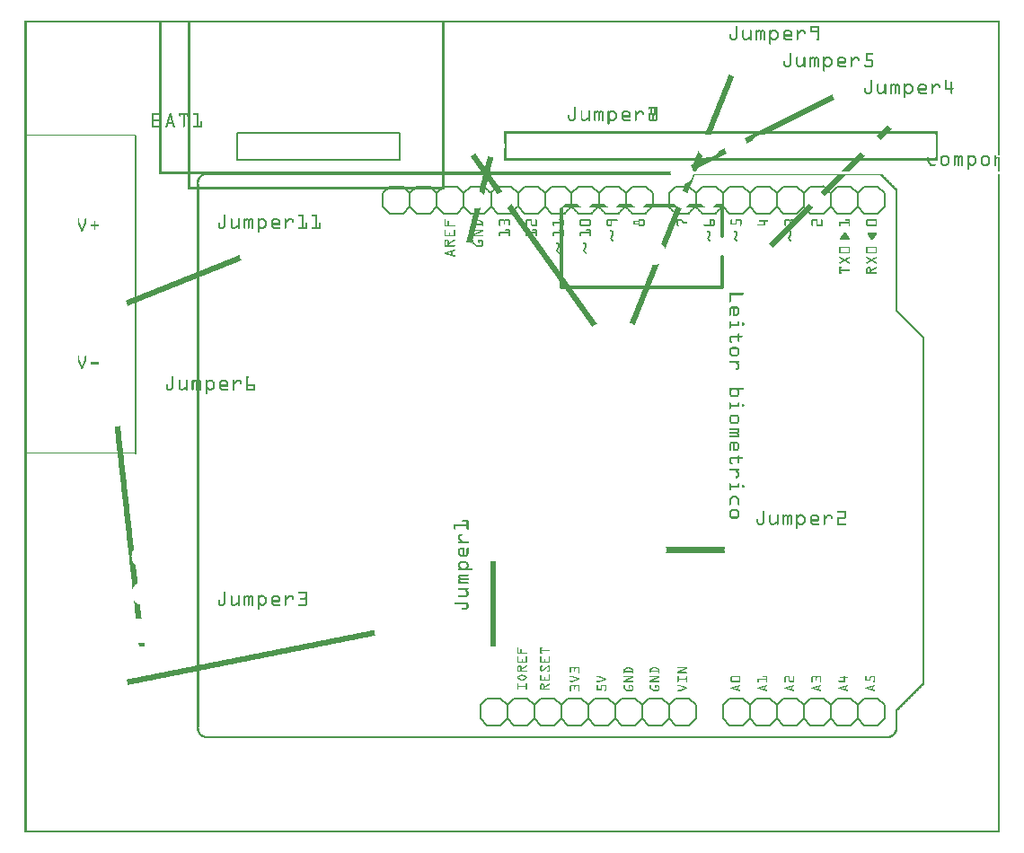
<source format=gto>
G04 MADE WITH FRITZING*
G04 WWW.FRITZING.ORG*
G04 DOUBLE SIDED*
G04 HOLES PLATED*
G04 CONTOUR ON CENTER OF CONTOUR VECTOR*
%ASAXBY*%
%FSLAX23Y23*%
%MOIN*%
%OFA0B0*%
%SFA1.0B1.0*%
%ADD10R,0.611111X0.106778X0.597223X0.092889*%
%ADD11C,0.006944*%
%ADD12C,0.005000*%
%ADD13C,0.006000*%
%ADD14C,0.013889*%
%ADD15R,0.001000X0.001000*%
%LNSILK1*%
G90*
G70*
G54D11*
X788Y2600D02*
X1393Y2600D01*
X1393Y2500D01*
X788Y2500D01*
X788Y2600D01*
D02*
G54D12*
X411Y2590D02*
X411Y1410D01*
G54D13*
D02*
X2916Y500D02*
X2966Y500D01*
D02*
X2966Y500D02*
X2991Y475D01*
D02*
X2991Y475D02*
X2991Y425D01*
D02*
X2991Y425D02*
X2966Y400D01*
D02*
X2991Y475D02*
X3016Y500D01*
D02*
X3016Y500D02*
X3066Y500D01*
D02*
X3066Y500D02*
X3091Y475D01*
D02*
X3091Y475D02*
X3091Y425D01*
D02*
X3091Y425D02*
X3066Y400D01*
D02*
X3066Y400D02*
X3016Y400D01*
D02*
X3016Y400D02*
X2991Y425D01*
D02*
X2791Y475D02*
X2816Y500D01*
D02*
X2816Y500D02*
X2866Y500D01*
D02*
X2866Y500D02*
X2891Y475D01*
D02*
X2891Y475D02*
X2891Y425D01*
D02*
X2891Y425D02*
X2866Y400D01*
D02*
X2866Y400D02*
X2816Y400D01*
D02*
X2816Y400D02*
X2791Y425D01*
D02*
X2916Y500D02*
X2891Y475D01*
D02*
X2891Y425D02*
X2916Y400D01*
D02*
X2966Y400D02*
X2916Y400D01*
D02*
X2616Y500D02*
X2666Y500D01*
D02*
X2666Y500D02*
X2691Y475D01*
D02*
X2691Y475D02*
X2691Y425D01*
D02*
X2691Y425D02*
X2666Y400D01*
D02*
X2691Y475D02*
X2716Y500D01*
D02*
X2716Y500D02*
X2766Y500D01*
D02*
X2766Y500D02*
X2791Y475D01*
D02*
X2791Y475D02*
X2791Y425D01*
D02*
X2791Y425D02*
X2766Y400D01*
D02*
X2766Y400D02*
X2716Y400D01*
D02*
X2716Y400D02*
X2691Y425D01*
D02*
X2591Y475D02*
X2591Y425D01*
D02*
X2616Y500D02*
X2591Y475D01*
D02*
X2591Y425D02*
X2616Y400D01*
D02*
X2666Y400D02*
X2616Y400D01*
D02*
X3116Y500D02*
X3166Y500D01*
D02*
X3166Y500D02*
X3191Y475D01*
D02*
X3191Y475D02*
X3191Y425D01*
D02*
X3191Y425D02*
X3166Y400D01*
D02*
X3116Y500D02*
X3091Y475D01*
D02*
X3091Y425D02*
X3116Y400D01*
D02*
X3166Y400D02*
X3116Y400D01*
D02*
X1505Y2300D02*
X1455Y2300D01*
D02*
X1706Y2300D02*
X1656Y2300D01*
D02*
X1606Y2300D02*
X1555Y2300D01*
D02*
X1806Y2300D02*
X1756Y2300D01*
D02*
X2006Y2300D02*
X1956Y2300D01*
D02*
X1905Y2300D02*
X1856Y2300D01*
D02*
X2106Y2300D02*
X2056Y2300D01*
D02*
X2306Y2300D02*
X2256Y2300D01*
D02*
X2206Y2300D02*
X2155Y2300D01*
D02*
X1405Y2300D02*
X1356Y2300D01*
D02*
X1530Y2325D02*
X1505Y2300D01*
D02*
X1455Y2300D02*
X1430Y2325D01*
D02*
X1430Y2325D02*
X1430Y2375D01*
D02*
X1430Y2375D02*
X1455Y2400D01*
D02*
X1455Y2400D02*
X1505Y2400D01*
D02*
X1505Y2400D02*
X1530Y2375D01*
D02*
X1656Y2300D02*
X1630Y2325D01*
D02*
X1630Y2325D02*
X1630Y2375D01*
D02*
X1630Y2375D02*
X1656Y2400D01*
D02*
X1630Y2325D02*
X1606Y2300D01*
D02*
X1555Y2300D02*
X1530Y2325D01*
D02*
X1530Y2325D02*
X1530Y2375D01*
D02*
X1530Y2375D02*
X1555Y2400D01*
D02*
X1555Y2400D02*
X1606Y2400D01*
D02*
X1606Y2400D02*
X1630Y2375D01*
D02*
X1756Y2300D02*
X1731Y2325D01*
D02*
X1731Y2325D02*
X1731Y2375D01*
D02*
X1756Y2400D02*
X1806Y2400D01*
D02*
X1806Y2400D02*
X1831Y2375D01*
D02*
X1706Y2300D02*
X1731Y2325D01*
D02*
X1656Y2400D02*
X1706Y2400D01*
D02*
X1956Y2300D02*
X1931Y2325D01*
D02*
X1931Y2325D02*
X1931Y2375D01*
D02*
X1931Y2375D02*
X1956Y2400D01*
D02*
X1931Y2325D02*
X1905Y2300D01*
D02*
X1856Y2300D02*
X1831Y2325D01*
D02*
X1831Y2325D02*
X1831Y2375D01*
D02*
X1831Y2375D02*
X1856Y2400D01*
D02*
X1856Y2400D02*
X1905Y2400D01*
D02*
X1905Y2400D02*
X1931Y2375D01*
D02*
X2030Y2325D02*
X2030Y2375D01*
D02*
X2030Y2375D02*
X2056Y2400D01*
D02*
X2056Y2400D02*
X2106Y2400D01*
D02*
X2106Y2400D02*
X2131Y2375D01*
D02*
X2030Y2375D02*
X2006Y2400D01*
D02*
X1956Y2400D02*
X2006Y2400D01*
D02*
X2231Y2325D02*
X2231Y2375D01*
D02*
X2231Y2375D02*
X2256Y2400D01*
D02*
X2131Y2325D02*
X2131Y2375D01*
D02*
X2131Y2375D02*
X2155Y2400D01*
D02*
X2155Y2400D02*
X2206Y2400D01*
D02*
X2206Y2400D02*
X2231Y2375D01*
D02*
X2331Y2325D02*
X2331Y2375D01*
D02*
X2331Y2375D02*
X2306Y2400D01*
D02*
X2256Y2400D02*
X2306Y2400D01*
D02*
X1356Y2300D02*
X1330Y2325D01*
D02*
X1330Y2325D02*
X1330Y2375D01*
D02*
X1330Y2375D02*
X1356Y2400D01*
D02*
X1405Y2300D02*
X1430Y2325D01*
D02*
X1430Y2375D02*
X1405Y2400D01*
D02*
X1356Y2400D02*
X1405Y2400D01*
D02*
X2566Y2300D02*
X2516Y2300D01*
D02*
X2491Y2325D02*
X2491Y2375D01*
D02*
X2491Y2375D02*
X2516Y2400D01*
D02*
X2691Y2325D02*
X2666Y2300D01*
D02*
X2666Y2300D02*
X2616Y2300D01*
D02*
X2616Y2300D02*
X2591Y2325D01*
D02*
X2591Y2325D02*
X2591Y2375D01*
D02*
X2591Y2375D02*
X2616Y2400D01*
D02*
X2616Y2400D02*
X2666Y2400D01*
D02*
X2666Y2400D02*
X2691Y2375D01*
D02*
X2591Y2375D02*
X2566Y2400D01*
D02*
X2516Y2400D02*
X2566Y2400D01*
D02*
X2866Y2300D02*
X2816Y2300D01*
D02*
X2816Y2300D02*
X2791Y2325D01*
D02*
X2791Y2325D02*
X2791Y2375D01*
D02*
X2791Y2375D02*
X2816Y2400D01*
D02*
X2791Y2325D02*
X2766Y2300D01*
D02*
X2766Y2300D02*
X2716Y2300D01*
D02*
X2716Y2300D02*
X2691Y2325D01*
D02*
X2691Y2325D02*
X2691Y2375D01*
D02*
X2691Y2375D02*
X2716Y2400D01*
D02*
X2716Y2400D02*
X2766Y2400D01*
D02*
X2766Y2400D02*
X2791Y2375D01*
D02*
X2991Y2325D02*
X2966Y2300D01*
D02*
X2966Y2300D02*
X2916Y2300D01*
D02*
X2891Y2325D02*
X2891Y2375D01*
D02*
X2891Y2375D02*
X2916Y2400D01*
D02*
X2916Y2400D02*
X2966Y2400D01*
D02*
X2866Y2300D02*
X2891Y2325D01*
D02*
X2891Y2375D02*
X2866Y2400D01*
D02*
X2816Y2400D02*
X2866Y2400D01*
D02*
X3166Y2300D02*
X3116Y2300D01*
D02*
X3116Y2300D02*
X3091Y2325D01*
D02*
X3091Y2325D02*
X3091Y2375D01*
D02*
X3091Y2375D02*
X3116Y2400D01*
D02*
X3091Y2325D02*
X3066Y2300D01*
D02*
X3066Y2300D02*
X3016Y2300D01*
D02*
X3016Y2300D02*
X2991Y2325D01*
D02*
X2991Y2325D02*
X2991Y2375D01*
D02*
X2991Y2375D02*
X3016Y2400D01*
D02*
X3016Y2400D02*
X3066Y2400D01*
D02*
X3066Y2400D02*
X3091Y2375D01*
D02*
X3191Y2325D02*
X3191Y2375D01*
D02*
X3166Y2300D02*
X3191Y2325D01*
D02*
X3191Y2375D02*
X3166Y2400D01*
D02*
X3116Y2400D02*
X3166Y2400D01*
D02*
X2466Y2300D02*
X2416Y2300D01*
D02*
X2391Y2325D02*
X2391Y2375D01*
D02*
X2391Y2375D02*
X2416Y2400D01*
D02*
X2491Y2375D02*
X2466Y2400D01*
D02*
X2416Y2400D02*
X2466Y2400D01*
D02*
X2316Y500D02*
X2366Y500D01*
D02*
X2366Y500D02*
X2391Y475D01*
D02*
X2391Y475D02*
X2391Y425D01*
D02*
X2391Y425D02*
X2366Y400D01*
D02*
X2191Y475D02*
X2216Y500D01*
D02*
X2216Y500D02*
X2266Y500D01*
D02*
X2266Y500D02*
X2291Y475D01*
D02*
X2291Y475D02*
X2291Y425D01*
D02*
X2291Y425D02*
X2266Y400D01*
D02*
X2266Y400D02*
X2216Y400D01*
D02*
X2216Y400D02*
X2191Y425D01*
D02*
X2316Y500D02*
X2291Y475D01*
D02*
X2291Y425D02*
X2316Y400D01*
D02*
X2366Y400D02*
X2316Y400D01*
D02*
X2016Y500D02*
X2066Y500D01*
D02*
X2066Y500D02*
X2091Y475D01*
D02*
X2091Y475D02*
X2091Y425D01*
D02*
X2091Y425D02*
X2066Y400D01*
D02*
X2091Y475D02*
X2116Y500D01*
D02*
X2116Y500D02*
X2166Y500D01*
D02*
X2166Y500D02*
X2191Y475D01*
D02*
X2191Y475D02*
X2191Y425D01*
D02*
X2191Y425D02*
X2166Y400D01*
D02*
X2166Y400D02*
X2116Y400D01*
D02*
X2116Y400D02*
X2091Y425D01*
D02*
X1891Y475D02*
X1916Y500D01*
D02*
X1916Y500D02*
X1966Y500D01*
D02*
X1966Y500D02*
X1991Y475D01*
D02*
X1991Y475D02*
X1991Y425D01*
D02*
X1991Y425D02*
X1966Y400D01*
D02*
X1966Y400D02*
X1916Y400D01*
D02*
X1916Y400D02*
X1891Y425D01*
D02*
X2016Y500D02*
X1991Y475D01*
D02*
X1991Y425D02*
X2016Y400D01*
D02*
X2066Y400D02*
X2016Y400D01*
D02*
X1716Y500D02*
X1766Y500D01*
D02*
X1766Y500D02*
X1791Y475D01*
D02*
X1791Y475D02*
X1791Y425D01*
D02*
X1791Y425D02*
X1766Y400D01*
D02*
X1791Y475D02*
X1816Y500D01*
D02*
X1816Y500D02*
X1866Y500D01*
D02*
X1866Y500D02*
X1891Y475D01*
D02*
X1891Y475D02*
X1891Y425D01*
D02*
X1891Y425D02*
X1866Y400D01*
D02*
X1866Y400D02*
X1816Y400D01*
D02*
X1816Y400D02*
X1791Y425D01*
D02*
X1691Y475D02*
X1691Y425D01*
D02*
X1716Y500D02*
X1691Y475D01*
D02*
X1691Y425D02*
X1716Y400D01*
D02*
X1766Y400D02*
X1716Y400D01*
D02*
X2416Y500D02*
X2466Y500D01*
D02*
X2466Y500D02*
X2491Y475D01*
D02*
X2491Y475D02*
X2491Y425D01*
D02*
X2491Y425D02*
X2466Y400D01*
D02*
X2416Y500D02*
X2391Y475D01*
D02*
X2391Y425D02*
X2416Y400D01*
D02*
X2466Y400D02*
X2416Y400D01*
G54D14*
D02*
X1993Y2026D02*
X2588Y2026D01*
D02*
X2588Y2329D02*
X2588Y2216D01*
D02*
X2588Y2140D02*
X2588Y2026D01*
G54D15*
X0Y3017D02*
X3620Y3017D01*
X0Y3016D02*
X3620Y3016D01*
X0Y3015D02*
X3620Y3015D01*
X0Y3014D02*
X3620Y3014D01*
X0Y3013D02*
X3620Y3013D01*
X0Y3012D02*
X3620Y3012D01*
X0Y3011D02*
X3620Y3011D01*
X0Y3010D02*
X3620Y3010D01*
X0Y3009D02*
X7Y3009D01*
X500Y3009D02*
X509Y3009D01*
X606Y3009D02*
X615Y3009D01*
X1551Y3009D02*
X1559Y3009D01*
X3613Y3009D02*
X3620Y3009D01*
X0Y3008D02*
X7Y3008D01*
X500Y3008D02*
X509Y3008D01*
X606Y3008D02*
X615Y3008D01*
X1551Y3008D02*
X1559Y3008D01*
X3613Y3008D02*
X3620Y3008D01*
X0Y3007D02*
X7Y3007D01*
X500Y3007D02*
X509Y3007D01*
X606Y3007D02*
X615Y3007D01*
X1551Y3007D02*
X1559Y3007D01*
X3613Y3007D02*
X3620Y3007D01*
X0Y3006D02*
X7Y3006D01*
X500Y3006D02*
X509Y3006D01*
X606Y3006D02*
X615Y3006D01*
X1551Y3006D02*
X1559Y3006D01*
X3613Y3006D02*
X3620Y3006D01*
X0Y3005D02*
X7Y3005D01*
X500Y3005D02*
X509Y3005D01*
X606Y3005D02*
X615Y3005D01*
X1551Y3005D02*
X1559Y3005D01*
X3613Y3005D02*
X3620Y3005D01*
X0Y3004D02*
X7Y3004D01*
X500Y3004D02*
X509Y3004D01*
X606Y3004D02*
X615Y3004D01*
X1551Y3004D02*
X1559Y3004D01*
X3613Y3004D02*
X3620Y3004D01*
X0Y3003D02*
X7Y3003D01*
X500Y3003D02*
X509Y3003D01*
X606Y3003D02*
X615Y3003D01*
X1551Y3003D02*
X1559Y3003D01*
X3613Y3003D02*
X3620Y3003D01*
X0Y3002D02*
X7Y3002D01*
X500Y3002D02*
X509Y3002D01*
X606Y3002D02*
X615Y3002D01*
X1551Y3002D02*
X1559Y3002D01*
X3613Y3002D02*
X3620Y3002D01*
X0Y3001D02*
X7Y3001D01*
X500Y3001D02*
X509Y3001D01*
X606Y3001D02*
X615Y3001D01*
X1551Y3001D02*
X1559Y3001D01*
X3613Y3001D02*
X3620Y3001D01*
X0Y3000D02*
X7Y3000D01*
X500Y3000D02*
X509Y3000D01*
X606Y3000D02*
X615Y3000D01*
X1551Y3000D02*
X1559Y3000D01*
X3613Y3000D02*
X3620Y3000D01*
X0Y2999D02*
X7Y2999D01*
X500Y2999D02*
X509Y2999D01*
X606Y2999D02*
X615Y2999D01*
X1551Y2999D02*
X1559Y2999D01*
X3613Y2999D02*
X3620Y2999D01*
X0Y2998D02*
X7Y2998D01*
X500Y2998D02*
X509Y2998D01*
X606Y2998D02*
X615Y2998D01*
X1551Y2998D02*
X1559Y2998D01*
X3613Y2998D02*
X3620Y2998D01*
X0Y2997D02*
X7Y2997D01*
X500Y2997D02*
X509Y2997D01*
X606Y2997D02*
X615Y2997D01*
X1551Y2997D02*
X1559Y2997D01*
X3613Y2997D02*
X3620Y2997D01*
X0Y2996D02*
X7Y2996D01*
X500Y2996D02*
X509Y2996D01*
X606Y2996D02*
X615Y2996D01*
X1551Y2996D02*
X1559Y2996D01*
X2639Y2996D02*
X2642Y2996D01*
X2916Y2996D02*
X2947Y2996D01*
X3613Y2996D02*
X3620Y2996D01*
X0Y2995D02*
X7Y2995D01*
X500Y2995D02*
X509Y2995D01*
X606Y2995D02*
X615Y2995D01*
X1551Y2995D02*
X1559Y2995D01*
X2638Y2995D02*
X2643Y2995D01*
X2915Y2995D02*
X2948Y2995D01*
X3613Y2995D02*
X3620Y2995D01*
X0Y2994D02*
X7Y2994D01*
X500Y2994D02*
X509Y2994D01*
X606Y2994D02*
X615Y2994D01*
X1551Y2994D02*
X1559Y2994D01*
X2638Y2994D02*
X2644Y2994D01*
X2915Y2994D02*
X2948Y2994D01*
X3613Y2994D02*
X3620Y2994D01*
X0Y2993D02*
X7Y2993D01*
X500Y2993D02*
X509Y2993D01*
X606Y2993D02*
X615Y2993D01*
X1551Y2993D02*
X1559Y2993D01*
X2638Y2993D02*
X2644Y2993D01*
X2915Y2993D02*
X2949Y2993D01*
X3613Y2993D02*
X3620Y2993D01*
X0Y2992D02*
X7Y2992D01*
X500Y2992D02*
X509Y2992D01*
X606Y2992D02*
X615Y2992D01*
X1551Y2992D02*
X1559Y2992D01*
X2638Y2992D02*
X2644Y2992D01*
X2915Y2992D02*
X2949Y2992D01*
X3613Y2992D02*
X3620Y2992D01*
X0Y2991D02*
X7Y2991D01*
X500Y2991D02*
X509Y2991D01*
X606Y2991D02*
X615Y2991D01*
X1551Y2991D02*
X1559Y2991D01*
X2638Y2991D02*
X2644Y2991D01*
X2915Y2991D02*
X2949Y2991D01*
X3613Y2991D02*
X3620Y2991D01*
X0Y2990D02*
X7Y2990D01*
X500Y2990D02*
X509Y2990D01*
X606Y2990D02*
X615Y2990D01*
X1551Y2990D02*
X1559Y2990D01*
X2638Y2990D02*
X2644Y2990D01*
X2915Y2990D02*
X2949Y2990D01*
X3613Y2990D02*
X3620Y2990D01*
X0Y2989D02*
X7Y2989D01*
X500Y2989D02*
X509Y2989D01*
X606Y2989D02*
X615Y2989D01*
X1551Y2989D02*
X1559Y2989D01*
X2638Y2989D02*
X2644Y2989D01*
X2915Y2989D02*
X2921Y2989D01*
X2943Y2989D02*
X2949Y2989D01*
X3613Y2989D02*
X3620Y2989D01*
X0Y2988D02*
X7Y2988D01*
X500Y2988D02*
X509Y2988D01*
X606Y2988D02*
X615Y2988D01*
X1551Y2988D02*
X1559Y2988D01*
X2638Y2988D02*
X2644Y2988D01*
X2915Y2988D02*
X2921Y2988D01*
X2943Y2988D02*
X2949Y2988D01*
X3613Y2988D02*
X3620Y2988D01*
X0Y2987D02*
X7Y2987D01*
X500Y2987D02*
X509Y2987D01*
X606Y2987D02*
X615Y2987D01*
X1551Y2987D02*
X1559Y2987D01*
X2638Y2987D02*
X2644Y2987D01*
X2915Y2987D02*
X2921Y2987D01*
X2943Y2987D02*
X2949Y2987D01*
X3613Y2987D02*
X3620Y2987D01*
X0Y2986D02*
X7Y2986D01*
X500Y2986D02*
X509Y2986D01*
X606Y2986D02*
X615Y2986D01*
X1551Y2986D02*
X1559Y2986D01*
X2638Y2986D02*
X2644Y2986D01*
X2915Y2986D02*
X2921Y2986D01*
X2943Y2986D02*
X2949Y2986D01*
X3613Y2986D02*
X3620Y2986D01*
X0Y2985D02*
X7Y2985D01*
X500Y2985D02*
X509Y2985D01*
X606Y2985D02*
X615Y2985D01*
X1551Y2985D02*
X1559Y2985D01*
X2638Y2985D02*
X2644Y2985D01*
X2915Y2985D02*
X2921Y2985D01*
X2943Y2985D02*
X2949Y2985D01*
X3613Y2985D02*
X3620Y2985D01*
X0Y2984D02*
X7Y2984D01*
X500Y2984D02*
X509Y2984D01*
X606Y2984D02*
X615Y2984D01*
X1551Y2984D02*
X1559Y2984D01*
X2638Y2984D02*
X2644Y2984D01*
X2915Y2984D02*
X2921Y2984D01*
X2943Y2984D02*
X2949Y2984D01*
X3613Y2984D02*
X3620Y2984D01*
X0Y2983D02*
X7Y2983D01*
X500Y2983D02*
X509Y2983D01*
X606Y2983D02*
X615Y2983D01*
X1551Y2983D02*
X1559Y2983D01*
X2638Y2983D02*
X2644Y2983D01*
X2766Y2983D02*
X2769Y2983D01*
X2778Y2983D02*
X2784Y2983D01*
X2915Y2983D02*
X2921Y2983D01*
X2943Y2983D02*
X2949Y2983D01*
X3613Y2983D02*
X3620Y2983D01*
X0Y2982D02*
X7Y2982D01*
X500Y2982D02*
X509Y2982D01*
X606Y2982D02*
X615Y2982D01*
X1551Y2982D02*
X1559Y2982D01*
X2638Y2982D02*
X2644Y2982D01*
X2726Y2982D02*
X2726Y2982D01*
X2765Y2982D02*
X2770Y2982D01*
X2776Y2982D02*
X2787Y2982D01*
X2827Y2982D02*
X2836Y2982D01*
X2868Y2982D02*
X2868Y2982D01*
X2882Y2982D02*
X2889Y2982D01*
X2915Y2982D02*
X2921Y2982D01*
X2943Y2982D02*
X2949Y2982D01*
X3613Y2982D02*
X3620Y2982D01*
X0Y2981D02*
X7Y2981D01*
X500Y2981D02*
X509Y2981D01*
X606Y2981D02*
X615Y2981D01*
X1551Y2981D02*
X1559Y2981D01*
X2638Y2981D02*
X2644Y2981D01*
X2666Y2981D02*
X2669Y2981D01*
X2693Y2981D02*
X2696Y2981D01*
X2715Y2981D02*
X2719Y2981D01*
X2722Y2981D02*
X2730Y2981D01*
X2737Y2981D02*
X2743Y2981D01*
X2765Y2981D02*
X2770Y2981D01*
X2774Y2981D02*
X2788Y2981D01*
X2823Y2981D02*
X2840Y2981D01*
X2866Y2981D02*
X2870Y2981D01*
X2879Y2981D02*
X2892Y2981D01*
X2915Y2981D02*
X2921Y2981D01*
X2943Y2981D02*
X2949Y2981D01*
X3613Y2981D02*
X3620Y2981D01*
X0Y2980D02*
X7Y2980D01*
X500Y2980D02*
X509Y2980D01*
X606Y2980D02*
X615Y2980D01*
X1551Y2980D02*
X1559Y2980D01*
X2638Y2980D02*
X2644Y2980D01*
X2665Y2980D02*
X2670Y2980D01*
X2692Y2980D02*
X2697Y2980D01*
X2714Y2980D02*
X2719Y2980D01*
X2721Y2980D02*
X2731Y2980D01*
X2735Y2980D02*
X2744Y2980D01*
X2764Y2980D02*
X2770Y2980D01*
X2773Y2980D02*
X2790Y2980D01*
X2821Y2980D02*
X2841Y2980D01*
X2865Y2980D02*
X2870Y2980D01*
X2878Y2980D02*
X2894Y2980D01*
X2915Y2980D02*
X2921Y2980D01*
X2943Y2980D02*
X2949Y2980D01*
X3613Y2980D02*
X3620Y2980D01*
X0Y2979D02*
X7Y2979D01*
X500Y2979D02*
X509Y2979D01*
X606Y2979D02*
X615Y2979D01*
X1551Y2979D02*
X1559Y2979D01*
X2638Y2979D02*
X2644Y2979D01*
X2665Y2979D02*
X2670Y2979D01*
X2692Y2979D02*
X2697Y2979D01*
X2714Y2979D02*
X2746Y2979D01*
X2764Y2979D02*
X2770Y2979D01*
X2772Y2979D02*
X2791Y2979D01*
X2820Y2979D02*
X2843Y2979D01*
X2865Y2979D02*
X2871Y2979D01*
X2877Y2979D02*
X2895Y2979D01*
X2915Y2979D02*
X2949Y2979D01*
X3613Y2979D02*
X3620Y2979D01*
X0Y2978D02*
X7Y2978D01*
X500Y2978D02*
X509Y2978D01*
X606Y2978D02*
X615Y2978D01*
X1551Y2978D02*
X1559Y2978D01*
X2638Y2978D02*
X2644Y2978D01*
X2664Y2978D02*
X2670Y2978D01*
X2692Y2978D02*
X2698Y2978D01*
X2714Y2978D02*
X2746Y2978D01*
X2764Y2978D02*
X2792Y2978D01*
X2819Y2978D02*
X2844Y2978D01*
X2865Y2978D02*
X2871Y2978D01*
X2876Y2978D02*
X2896Y2978D01*
X2915Y2978D02*
X2949Y2978D01*
X3613Y2978D02*
X3620Y2978D01*
X0Y2977D02*
X7Y2977D01*
X500Y2977D02*
X509Y2977D01*
X606Y2977D02*
X615Y2977D01*
X1551Y2977D02*
X1559Y2977D01*
X2638Y2977D02*
X2644Y2977D01*
X2664Y2977D02*
X2670Y2977D01*
X2692Y2977D02*
X2698Y2977D01*
X2714Y2977D02*
X2747Y2977D01*
X2764Y2977D02*
X2793Y2977D01*
X2818Y2977D02*
X2845Y2977D01*
X2865Y2977D02*
X2871Y2977D01*
X2875Y2977D02*
X2897Y2977D01*
X2915Y2977D02*
X2949Y2977D01*
X3613Y2977D02*
X3620Y2977D01*
X0Y2976D02*
X7Y2976D01*
X500Y2976D02*
X509Y2976D01*
X606Y2976D02*
X615Y2976D01*
X1551Y2976D02*
X1559Y2976D01*
X2638Y2976D02*
X2644Y2976D01*
X2664Y2976D02*
X2670Y2976D01*
X2692Y2976D02*
X2698Y2976D01*
X2714Y2976D02*
X2747Y2976D01*
X2764Y2976D02*
X2778Y2976D01*
X2784Y2976D02*
X2794Y2976D01*
X2817Y2976D02*
X2846Y2976D01*
X2865Y2976D02*
X2871Y2976D01*
X2874Y2976D02*
X2897Y2976D01*
X2915Y2976D02*
X2949Y2976D01*
X3613Y2976D02*
X3620Y2976D01*
X0Y2975D02*
X7Y2975D01*
X500Y2975D02*
X509Y2975D01*
X606Y2975D02*
X615Y2975D01*
X1551Y2975D02*
X1559Y2975D01*
X2638Y2975D02*
X2644Y2975D01*
X2664Y2975D02*
X2670Y2975D01*
X2692Y2975D02*
X2698Y2975D01*
X2714Y2975D02*
X2725Y2975D01*
X2727Y2975D02*
X2748Y2975D01*
X2764Y2975D02*
X2777Y2975D01*
X2786Y2975D02*
X2795Y2975D01*
X2816Y2975D02*
X2826Y2975D01*
X2836Y2975D02*
X2847Y2975D01*
X2865Y2975D02*
X2882Y2975D01*
X2889Y2975D02*
X2898Y2975D01*
X2915Y2975D02*
X2949Y2975D01*
X3613Y2975D02*
X3620Y2975D01*
X0Y2974D02*
X7Y2974D01*
X500Y2974D02*
X509Y2974D01*
X606Y2974D02*
X615Y2974D01*
X1551Y2974D02*
X1559Y2974D01*
X2638Y2974D02*
X2644Y2974D01*
X2664Y2974D02*
X2670Y2974D01*
X2692Y2974D02*
X2698Y2974D01*
X2714Y2974D02*
X2724Y2974D01*
X2728Y2974D02*
X2737Y2974D01*
X2742Y2974D02*
X2748Y2974D01*
X2764Y2974D02*
X2776Y2974D01*
X2787Y2974D02*
X2796Y2974D01*
X2816Y2974D02*
X2824Y2974D01*
X2839Y2974D02*
X2847Y2974D01*
X2865Y2974D02*
X2881Y2974D01*
X2891Y2974D02*
X2898Y2974D01*
X2915Y2974D02*
X2949Y2974D01*
X3613Y2974D02*
X3620Y2974D01*
X0Y2973D02*
X7Y2973D01*
X500Y2973D02*
X509Y2973D01*
X606Y2973D02*
X615Y2973D01*
X1551Y2973D02*
X1559Y2973D01*
X2638Y2973D02*
X2644Y2973D01*
X2664Y2973D02*
X2670Y2973D01*
X2692Y2973D02*
X2698Y2973D01*
X2714Y2973D02*
X2722Y2973D01*
X2728Y2973D02*
X2736Y2973D01*
X2742Y2973D02*
X2748Y2973D01*
X2764Y2973D02*
X2775Y2973D01*
X2788Y2973D02*
X2797Y2973D01*
X2815Y2973D02*
X2823Y2973D01*
X2840Y2973D02*
X2847Y2973D01*
X2865Y2973D02*
X2880Y2973D01*
X2892Y2973D02*
X2898Y2973D01*
X2916Y2973D02*
X2949Y2973D01*
X3613Y2973D02*
X3620Y2973D01*
X0Y2972D02*
X7Y2972D01*
X500Y2972D02*
X509Y2972D01*
X606Y2972D02*
X615Y2972D01*
X1551Y2972D02*
X1559Y2972D01*
X2638Y2972D02*
X2644Y2972D01*
X2664Y2972D02*
X2670Y2972D01*
X2692Y2972D02*
X2698Y2972D01*
X2714Y2972D02*
X2721Y2972D01*
X2728Y2972D02*
X2735Y2972D01*
X2742Y2972D02*
X2748Y2972D01*
X2764Y2972D02*
X2774Y2972D01*
X2789Y2972D02*
X2797Y2972D01*
X2815Y2972D02*
X2822Y2972D01*
X2841Y2972D02*
X2848Y2972D01*
X2865Y2972D02*
X2879Y2972D01*
X2892Y2972D02*
X2898Y2972D01*
X2942Y2972D02*
X2949Y2972D01*
X3613Y2972D02*
X3620Y2972D01*
X0Y2971D02*
X7Y2971D01*
X500Y2971D02*
X509Y2971D01*
X606Y2971D02*
X615Y2971D01*
X1551Y2971D02*
X1559Y2971D01*
X2638Y2971D02*
X2644Y2971D01*
X2664Y2971D02*
X2670Y2971D01*
X2692Y2971D02*
X2698Y2971D01*
X2714Y2971D02*
X2720Y2971D01*
X2728Y2971D02*
X2734Y2971D01*
X2742Y2971D02*
X2748Y2971D01*
X2764Y2971D02*
X2773Y2971D01*
X2790Y2971D02*
X2798Y2971D01*
X2815Y2971D02*
X2821Y2971D01*
X2842Y2971D02*
X2848Y2971D01*
X2865Y2971D02*
X2878Y2971D01*
X2892Y2971D02*
X2898Y2971D01*
X2943Y2971D02*
X2949Y2971D01*
X3613Y2971D02*
X3620Y2971D01*
X0Y2970D02*
X7Y2970D01*
X500Y2970D02*
X509Y2970D01*
X606Y2970D02*
X615Y2970D01*
X1551Y2970D02*
X1559Y2970D01*
X2638Y2970D02*
X2644Y2970D01*
X2664Y2970D02*
X2670Y2970D01*
X2692Y2970D02*
X2698Y2970D01*
X2714Y2970D02*
X2720Y2970D01*
X2728Y2970D02*
X2734Y2970D01*
X2742Y2970D02*
X2748Y2970D01*
X2764Y2970D02*
X2772Y2970D01*
X2791Y2970D02*
X2798Y2970D01*
X2815Y2970D02*
X2821Y2970D01*
X2842Y2970D02*
X2848Y2970D01*
X2865Y2970D02*
X2876Y2970D01*
X2892Y2970D02*
X2898Y2970D01*
X2943Y2970D02*
X2949Y2970D01*
X3613Y2970D02*
X3620Y2970D01*
X0Y2969D02*
X7Y2969D01*
X500Y2969D02*
X509Y2969D01*
X606Y2969D02*
X615Y2969D01*
X1551Y2969D02*
X1559Y2969D01*
X2638Y2969D02*
X2644Y2969D01*
X2664Y2969D02*
X2670Y2969D01*
X2692Y2969D02*
X2698Y2969D01*
X2714Y2969D02*
X2720Y2969D01*
X2728Y2969D02*
X2734Y2969D01*
X2742Y2969D02*
X2748Y2969D01*
X2764Y2969D02*
X2771Y2969D01*
X2792Y2969D02*
X2798Y2969D01*
X2815Y2969D02*
X2821Y2969D01*
X2842Y2969D02*
X2848Y2969D01*
X2865Y2969D02*
X2875Y2969D01*
X2892Y2969D02*
X2898Y2969D01*
X2943Y2969D02*
X2949Y2969D01*
X3613Y2969D02*
X3620Y2969D01*
X0Y2968D02*
X7Y2968D01*
X500Y2968D02*
X509Y2968D01*
X606Y2968D02*
X615Y2968D01*
X1551Y2968D02*
X1559Y2968D01*
X2638Y2968D02*
X2644Y2968D01*
X2664Y2968D02*
X2670Y2968D01*
X2692Y2968D02*
X2698Y2968D01*
X2714Y2968D02*
X2720Y2968D01*
X2728Y2968D02*
X2734Y2968D01*
X2742Y2968D02*
X2748Y2968D01*
X2764Y2968D02*
X2771Y2968D01*
X2792Y2968D02*
X2798Y2968D01*
X2815Y2968D02*
X2821Y2968D01*
X2842Y2968D02*
X2848Y2968D01*
X2865Y2968D02*
X2874Y2968D01*
X2893Y2968D02*
X2898Y2968D01*
X2943Y2968D02*
X2949Y2968D01*
X3613Y2968D02*
X3620Y2968D01*
X0Y2967D02*
X7Y2967D01*
X500Y2967D02*
X509Y2967D01*
X606Y2967D02*
X615Y2967D01*
X1551Y2967D02*
X1559Y2967D01*
X2619Y2967D02*
X2621Y2967D01*
X2638Y2967D02*
X2644Y2967D01*
X2664Y2967D02*
X2670Y2967D01*
X2692Y2967D02*
X2698Y2967D01*
X2714Y2967D02*
X2720Y2967D01*
X2728Y2967D02*
X2734Y2967D01*
X2742Y2967D02*
X2748Y2967D01*
X2764Y2967D02*
X2770Y2967D01*
X2792Y2967D02*
X2798Y2967D01*
X2815Y2967D02*
X2821Y2967D01*
X2842Y2967D02*
X2848Y2967D01*
X2865Y2967D02*
X2873Y2967D01*
X2894Y2967D02*
X2897Y2967D01*
X2943Y2967D02*
X2949Y2967D01*
X3613Y2967D02*
X3620Y2967D01*
X0Y2966D02*
X7Y2966D01*
X500Y2966D02*
X509Y2966D01*
X606Y2966D02*
X615Y2966D01*
X1551Y2966D02*
X1559Y2966D01*
X2618Y2966D02*
X2622Y2966D01*
X2638Y2966D02*
X2644Y2966D01*
X2664Y2966D02*
X2670Y2966D01*
X2692Y2966D02*
X2698Y2966D01*
X2714Y2966D02*
X2720Y2966D01*
X2728Y2966D02*
X2734Y2966D01*
X2742Y2966D02*
X2748Y2966D01*
X2764Y2966D02*
X2770Y2966D01*
X2792Y2966D02*
X2798Y2966D01*
X2815Y2966D02*
X2821Y2966D01*
X2842Y2966D02*
X2848Y2966D01*
X2865Y2966D02*
X2872Y2966D01*
X2943Y2966D02*
X2949Y2966D01*
X3613Y2966D02*
X3620Y2966D01*
X0Y2965D02*
X7Y2965D01*
X500Y2965D02*
X509Y2965D01*
X606Y2965D02*
X615Y2965D01*
X1551Y2965D02*
X1559Y2965D01*
X2617Y2965D02*
X2623Y2965D01*
X2638Y2965D02*
X2644Y2965D01*
X2664Y2965D02*
X2670Y2965D01*
X2692Y2965D02*
X2698Y2965D01*
X2714Y2965D02*
X2720Y2965D01*
X2728Y2965D02*
X2734Y2965D01*
X2742Y2965D02*
X2748Y2965D01*
X2764Y2965D02*
X2770Y2965D01*
X2792Y2965D02*
X2798Y2965D01*
X2815Y2965D02*
X2821Y2965D01*
X2842Y2965D02*
X2848Y2965D01*
X2865Y2965D02*
X2871Y2965D01*
X2943Y2965D02*
X2949Y2965D01*
X3613Y2965D02*
X3620Y2965D01*
X0Y2964D02*
X7Y2964D01*
X500Y2964D02*
X509Y2964D01*
X606Y2964D02*
X615Y2964D01*
X1551Y2964D02*
X1559Y2964D01*
X2617Y2964D02*
X2623Y2964D01*
X2638Y2964D02*
X2644Y2964D01*
X2664Y2964D02*
X2670Y2964D01*
X2692Y2964D02*
X2698Y2964D01*
X2714Y2964D02*
X2720Y2964D01*
X2728Y2964D02*
X2734Y2964D01*
X2742Y2964D02*
X2748Y2964D01*
X2764Y2964D02*
X2770Y2964D01*
X2792Y2964D02*
X2798Y2964D01*
X2815Y2964D02*
X2848Y2964D01*
X2865Y2964D02*
X2871Y2964D01*
X2943Y2964D02*
X2949Y2964D01*
X3613Y2964D02*
X3620Y2964D01*
X0Y2963D02*
X7Y2963D01*
X500Y2963D02*
X509Y2963D01*
X606Y2963D02*
X615Y2963D01*
X1551Y2963D02*
X1559Y2963D01*
X2617Y2963D02*
X2623Y2963D01*
X2638Y2963D02*
X2644Y2963D01*
X2664Y2963D02*
X2670Y2963D01*
X2692Y2963D02*
X2698Y2963D01*
X2714Y2963D02*
X2720Y2963D01*
X2728Y2963D02*
X2734Y2963D01*
X2742Y2963D02*
X2748Y2963D01*
X2764Y2963D02*
X2770Y2963D01*
X2792Y2963D02*
X2798Y2963D01*
X2815Y2963D02*
X2848Y2963D01*
X2865Y2963D02*
X2871Y2963D01*
X2943Y2963D02*
X2949Y2963D01*
X3613Y2963D02*
X3620Y2963D01*
X0Y2962D02*
X7Y2962D01*
X500Y2962D02*
X509Y2962D01*
X606Y2962D02*
X615Y2962D01*
X1551Y2962D02*
X1559Y2962D01*
X2617Y2962D02*
X2623Y2962D01*
X2638Y2962D02*
X2644Y2962D01*
X2664Y2962D02*
X2670Y2962D01*
X2692Y2962D02*
X2698Y2962D01*
X2714Y2962D02*
X2720Y2962D01*
X2728Y2962D02*
X2734Y2962D01*
X2742Y2962D02*
X2748Y2962D01*
X2764Y2962D02*
X2770Y2962D01*
X2792Y2962D02*
X2798Y2962D01*
X2815Y2962D02*
X2848Y2962D01*
X2865Y2962D02*
X2871Y2962D01*
X2943Y2962D02*
X2949Y2962D01*
X3613Y2962D02*
X3620Y2962D01*
X0Y2961D02*
X7Y2961D01*
X500Y2961D02*
X509Y2961D01*
X606Y2961D02*
X615Y2961D01*
X1551Y2961D02*
X1559Y2961D01*
X2617Y2961D02*
X2623Y2961D01*
X2638Y2961D02*
X2644Y2961D01*
X2664Y2961D02*
X2670Y2961D01*
X2692Y2961D02*
X2698Y2961D01*
X2714Y2961D02*
X2720Y2961D01*
X2728Y2961D02*
X2734Y2961D01*
X2742Y2961D02*
X2748Y2961D01*
X2764Y2961D02*
X2770Y2961D01*
X2792Y2961D02*
X2798Y2961D01*
X2815Y2961D02*
X2848Y2961D01*
X2865Y2961D02*
X2871Y2961D01*
X2943Y2961D02*
X2949Y2961D01*
X3613Y2961D02*
X3620Y2961D01*
X0Y2960D02*
X7Y2960D01*
X500Y2960D02*
X509Y2960D01*
X606Y2960D02*
X615Y2960D01*
X1551Y2960D02*
X1559Y2960D01*
X2617Y2960D02*
X2623Y2960D01*
X2638Y2960D02*
X2644Y2960D01*
X2664Y2960D02*
X2670Y2960D01*
X2692Y2960D02*
X2698Y2960D01*
X2714Y2960D02*
X2720Y2960D01*
X2728Y2960D02*
X2734Y2960D01*
X2742Y2960D02*
X2748Y2960D01*
X2764Y2960D02*
X2770Y2960D01*
X2792Y2960D02*
X2798Y2960D01*
X2815Y2960D02*
X2848Y2960D01*
X2865Y2960D02*
X2871Y2960D01*
X2943Y2960D02*
X2949Y2960D01*
X3613Y2960D02*
X3620Y2960D01*
X0Y2959D02*
X7Y2959D01*
X500Y2959D02*
X509Y2959D01*
X606Y2959D02*
X615Y2959D01*
X1551Y2959D02*
X1559Y2959D01*
X2617Y2959D02*
X2623Y2959D01*
X2638Y2959D02*
X2644Y2959D01*
X2664Y2959D02*
X2670Y2959D01*
X2692Y2959D02*
X2698Y2959D01*
X2714Y2959D02*
X2720Y2959D01*
X2728Y2959D02*
X2734Y2959D01*
X2742Y2959D02*
X2748Y2959D01*
X2764Y2959D02*
X2770Y2959D01*
X2792Y2959D02*
X2798Y2959D01*
X2815Y2959D02*
X2848Y2959D01*
X2865Y2959D02*
X2871Y2959D01*
X2943Y2959D02*
X2949Y2959D01*
X3613Y2959D02*
X3620Y2959D01*
X0Y2958D02*
X7Y2958D01*
X500Y2958D02*
X509Y2958D01*
X606Y2958D02*
X615Y2958D01*
X1551Y2958D02*
X1559Y2958D01*
X2617Y2958D02*
X2623Y2958D01*
X2638Y2958D02*
X2644Y2958D01*
X2664Y2958D02*
X2670Y2958D01*
X2692Y2958D02*
X2698Y2958D01*
X2714Y2958D02*
X2720Y2958D01*
X2728Y2958D02*
X2734Y2958D01*
X2742Y2958D02*
X2748Y2958D01*
X2764Y2958D02*
X2770Y2958D01*
X2792Y2958D02*
X2798Y2958D01*
X2815Y2958D02*
X2847Y2958D01*
X2865Y2958D02*
X2871Y2958D01*
X2943Y2958D02*
X2949Y2958D01*
X3613Y2958D02*
X3620Y2958D01*
X0Y2957D02*
X7Y2957D01*
X500Y2957D02*
X509Y2957D01*
X606Y2957D02*
X615Y2957D01*
X1551Y2957D02*
X1559Y2957D01*
X2617Y2957D02*
X2623Y2957D01*
X2638Y2957D02*
X2644Y2957D01*
X2664Y2957D02*
X2670Y2957D01*
X2691Y2957D02*
X2698Y2957D01*
X2714Y2957D02*
X2720Y2957D01*
X2728Y2957D02*
X2734Y2957D01*
X2742Y2957D02*
X2748Y2957D01*
X2764Y2957D02*
X2771Y2957D01*
X2792Y2957D02*
X2798Y2957D01*
X2815Y2957D02*
X2821Y2957D01*
X2865Y2957D02*
X2871Y2957D01*
X2943Y2957D02*
X2949Y2957D01*
X3613Y2957D02*
X3620Y2957D01*
X0Y2956D02*
X7Y2956D01*
X500Y2956D02*
X509Y2956D01*
X606Y2956D02*
X615Y2956D01*
X1551Y2956D02*
X1559Y2956D01*
X2617Y2956D02*
X2623Y2956D01*
X2638Y2956D02*
X2644Y2956D01*
X2664Y2956D02*
X2670Y2956D01*
X2690Y2956D02*
X2698Y2956D01*
X2714Y2956D02*
X2720Y2956D01*
X2728Y2956D02*
X2734Y2956D01*
X2742Y2956D02*
X2748Y2956D01*
X2764Y2956D02*
X2771Y2956D01*
X2792Y2956D02*
X2798Y2956D01*
X2815Y2956D02*
X2821Y2956D01*
X2865Y2956D02*
X2871Y2956D01*
X2943Y2956D02*
X2949Y2956D01*
X3613Y2956D02*
X3620Y2956D01*
X0Y2955D02*
X7Y2955D01*
X500Y2955D02*
X509Y2955D01*
X606Y2955D02*
X615Y2955D01*
X1551Y2955D02*
X1559Y2955D01*
X2617Y2955D02*
X2623Y2955D01*
X2638Y2955D02*
X2644Y2955D01*
X2664Y2955D02*
X2670Y2955D01*
X2689Y2955D02*
X2698Y2955D01*
X2714Y2955D02*
X2720Y2955D01*
X2728Y2955D02*
X2734Y2955D01*
X2742Y2955D02*
X2748Y2955D01*
X2764Y2955D02*
X2772Y2955D01*
X2791Y2955D02*
X2798Y2955D01*
X2815Y2955D02*
X2821Y2955D01*
X2865Y2955D02*
X2871Y2955D01*
X2943Y2955D02*
X2949Y2955D01*
X3613Y2955D02*
X3620Y2955D01*
X0Y2954D02*
X7Y2954D01*
X500Y2954D02*
X509Y2954D01*
X606Y2954D02*
X615Y2954D01*
X1551Y2954D02*
X1559Y2954D01*
X2617Y2954D02*
X2623Y2954D01*
X2638Y2954D02*
X2644Y2954D01*
X2664Y2954D02*
X2670Y2954D01*
X2687Y2954D02*
X2698Y2954D01*
X2714Y2954D02*
X2720Y2954D01*
X2728Y2954D02*
X2734Y2954D01*
X2742Y2954D02*
X2748Y2954D01*
X2764Y2954D02*
X2773Y2954D01*
X2791Y2954D02*
X2798Y2954D01*
X2815Y2954D02*
X2821Y2954D01*
X2865Y2954D02*
X2871Y2954D01*
X2943Y2954D02*
X2949Y2954D01*
X3613Y2954D02*
X3620Y2954D01*
X0Y2953D02*
X7Y2953D01*
X500Y2953D02*
X509Y2953D01*
X606Y2953D02*
X615Y2953D01*
X1551Y2953D02*
X1559Y2953D01*
X2617Y2953D02*
X2623Y2953D01*
X2638Y2953D02*
X2644Y2953D01*
X2664Y2953D02*
X2670Y2953D01*
X2685Y2953D02*
X2698Y2953D01*
X2714Y2953D02*
X2720Y2953D01*
X2728Y2953D02*
X2734Y2953D01*
X2742Y2953D02*
X2748Y2953D01*
X2764Y2953D02*
X2774Y2953D01*
X2789Y2953D02*
X2797Y2953D01*
X2815Y2953D02*
X2821Y2953D01*
X2865Y2953D02*
X2871Y2953D01*
X2943Y2953D02*
X2949Y2953D01*
X3613Y2953D02*
X3620Y2953D01*
X0Y2952D02*
X7Y2952D01*
X500Y2952D02*
X509Y2952D01*
X606Y2952D02*
X615Y2952D01*
X1551Y2952D02*
X1559Y2952D01*
X2617Y2952D02*
X2623Y2952D01*
X2638Y2952D02*
X2644Y2952D01*
X2665Y2952D02*
X2671Y2952D01*
X2684Y2952D02*
X2698Y2952D01*
X2714Y2952D02*
X2720Y2952D01*
X2728Y2952D02*
X2734Y2952D01*
X2742Y2952D02*
X2748Y2952D01*
X2764Y2952D02*
X2775Y2952D01*
X2788Y2952D02*
X2797Y2952D01*
X2815Y2952D02*
X2822Y2952D01*
X2865Y2952D02*
X2871Y2952D01*
X2943Y2952D02*
X2949Y2952D01*
X3613Y2952D02*
X3620Y2952D01*
X0Y2951D02*
X7Y2951D01*
X500Y2951D02*
X509Y2951D01*
X606Y2951D02*
X615Y2951D01*
X1551Y2951D02*
X1559Y2951D01*
X2617Y2951D02*
X2624Y2951D01*
X2637Y2951D02*
X2644Y2951D01*
X2665Y2951D02*
X2671Y2951D01*
X2682Y2951D02*
X2698Y2951D01*
X2714Y2951D02*
X2720Y2951D01*
X2728Y2951D02*
X2734Y2951D01*
X2742Y2951D02*
X2748Y2951D01*
X2764Y2951D02*
X2776Y2951D01*
X2787Y2951D02*
X2796Y2951D01*
X2815Y2951D02*
X2824Y2951D01*
X2865Y2951D02*
X2871Y2951D01*
X2943Y2951D02*
X2949Y2951D01*
X3613Y2951D02*
X3620Y2951D01*
X0Y2950D02*
X7Y2950D01*
X500Y2950D02*
X509Y2950D01*
X606Y2950D02*
X615Y2950D01*
X1551Y2950D02*
X1559Y2950D01*
X2618Y2950D02*
X2625Y2950D01*
X2636Y2950D02*
X2643Y2950D01*
X2665Y2950D02*
X2672Y2950D01*
X2681Y2950D02*
X2698Y2950D01*
X2714Y2950D02*
X2720Y2950D01*
X2728Y2950D02*
X2734Y2950D01*
X2742Y2950D02*
X2748Y2950D01*
X2764Y2950D02*
X2777Y2950D01*
X2786Y2950D02*
X2795Y2950D01*
X2816Y2950D02*
X2825Y2950D01*
X2865Y2950D02*
X2871Y2950D01*
X2942Y2950D02*
X2949Y2950D01*
X3613Y2950D02*
X3620Y2950D01*
X0Y2949D02*
X7Y2949D01*
X500Y2949D02*
X509Y2949D01*
X606Y2949D02*
X615Y2949D01*
X1551Y2949D02*
X1559Y2949D01*
X2618Y2949D02*
X2643Y2949D01*
X2665Y2949D02*
X2698Y2949D01*
X2714Y2949D02*
X2720Y2949D01*
X2728Y2949D02*
X2734Y2949D01*
X2742Y2949D02*
X2748Y2949D01*
X2764Y2949D02*
X2778Y2949D01*
X2785Y2949D02*
X2794Y2949D01*
X2817Y2949D02*
X2847Y2949D01*
X2865Y2949D02*
X2871Y2949D01*
X2941Y2949D02*
X2949Y2949D01*
X3613Y2949D02*
X3620Y2949D01*
X0Y2948D02*
X7Y2948D01*
X500Y2948D02*
X509Y2948D01*
X606Y2948D02*
X615Y2948D01*
X1551Y2948D02*
X1559Y2948D01*
X2619Y2948D02*
X2643Y2948D01*
X2666Y2948D02*
X2698Y2948D01*
X2714Y2948D02*
X2720Y2948D01*
X2728Y2948D02*
X2734Y2948D01*
X2742Y2948D02*
X2748Y2948D01*
X2764Y2948D02*
X2793Y2948D01*
X2817Y2948D02*
X2848Y2948D01*
X2865Y2948D02*
X2871Y2948D01*
X2940Y2948D02*
X2949Y2948D01*
X3613Y2948D02*
X3620Y2948D01*
X0Y2947D02*
X7Y2947D01*
X500Y2947D02*
X509Y2947D01*
X606Y2947D02*
X615Y2947D01*
X1551Y2947D02*
X1559Y2947D01*
X2619Y2947D02*
X2642Y2947D01*
X2666Y2947D02*
X2688Y2947D01*
X2692Y2947D02*
X2698Y2947D01*
X2714Y2947D02*
X2720Y2947D01*
X2728Y2947D02*
X2734Y2947D01*
X2742Y2947D02*
X2748Y2947D01*
X2764Y2947D02*
X2792Y2947D01*
X2818Y2947D02*
X2848Y2947D01*
X2865Y2947D02*
X2871Y2947D01*
X2939Y2947D02*
X2949Y2947D01*
X3613Y2947D02*
X3620Y2947D01*
X0Y2946D02*
X7Y2946D01*
X500Y2946D02*
X509Y2946D01*
X606Y2946D02*
X615Y2946D01*
X1551Y2946D02*
X1559Y2946D01*
X2620Y2946D02*
X2641Y2946D01*
X2667Y2946D02*
X2686Y2946D01*
X2692Y2946D02*
X2698Y2946D01*
X2714Y2946D02*
X2720Y2946D01*
X2728Y2946D02*
X2734Y2946D01*
X2742Y2946D02*
X2748Y2946D01*
X2764Y2946D02*
X2791Y2946D01*
X2820Y2946D02*
X2848Y2946D01*
X2865Y2946D02*
X2871Y2946D01*
X2939Y2946D02*
X2948Y2946D01*
X3613Y2946D02*
X3620Y2946D01*
X0Y2945D02*
X7Y2945D01*
X500Y2945D02*
X509Y2945D01*
X606Y2945D02*
X615Y2945D01*
X1551Y2945D02*
X1559Y2945D01*
X2621Y2945D02*
X2640Y2945D01*
X2668Y2945D02*
X2685Y2945D01*
X2692Y2945D02*
X2697Y2945D01*
X2714Y2945D02*
X2719Y2945D01*
X2728Y2945D02*
X2734Y2945D01*
X2742Y2945D02*
X2747Y2945D01*
X2764Y2945D02*
X2770Y2945D01*
X2773Y2945D02*
X2790Y2945D01*
X2821Y2945D02*
X2848Y2945D01*
X2865Y2945D02*
X2871Y2945D01*
X2939Y2945D02*
X2948Y2945D01*
X3613Y2945D02*
X3620Y2945D01*
X0Y2944D02*
X7Y2944D01*
X500Y2944D02*
X509Y2944D01*
X606Y2944D02*
X615Y2944D01*
X1551Y2944D02*
X1559Y2944D01*
X2623Y2944D02*
X2638Y2944D01*
X2670Y2944D02*
X2683Y2944D01*
X2692Y2944D02*
X2697Y2944D01*
X2714Y2944D02*
X2719Y2944D01*
X2729Y2944D02*
X2733Y2944D01*
X2743Y2944D02*
X2747Y2944D01*
X2764Y2944D02*
X2770Y2944D01*
X2774Y2944D02*
X2789Y2944D01*
X2822Y2944D02*
X2847Y2944D01*
X2866Y2944D02*
X2870Y2944D01*
X2940Y2944D02*
X2948Y2944D01*
X3613Y2944D02*
X3620Y2944D01*
X0Y2943D02*
X7Y2943D01*
X500Y2943D02*
X509Y2943D01*
X606Y2943D02*
X615Y2943D01*
X1551Y2943D02*
X1559Y2943D01*
X2625Y2943D02*
X2636Y2943D01*
X2672Y2943D02*
X2681Y2943D01*
X2694Y2943D02*
X2695Y2943D01*
X2716Y2943D02*
X2718Y2943D01*
X2730Y2943D02*
X2732Y2943D01*
X2744Y2943D02*
X2746Y2943D01*
X2764Y2943D02*
X2770Y2943D01*
X2775Y2943D02*
X2787Y2943D01*
X2825Y2943D02*
X2846Y2943D01*
X2867Y2943D02*
X2869Y2943D01*
X2941Y2943D02*
X2946Y2943D01*
X3613Y2943D02*
X3620Y2943D01*
X0Y2942D02*
X7Y2942D01*
X500Y2942D02*
X509Y2942D01*
X606Y2942D02*
X615Y2942D01*
X1551Y2942D02*
X1559Y2942D01*
X2764Y2942D02*
X2770Y2942D01*
X2777Y2942D02*
X2786Y2942D01*
X3613Y2942D02*
X3620Y2942D01*
X0Y2941D02*
X7Y2941D01*
X500Y2941D02*
X509Y2941D01*
X606Y2941D02*
X615Y2941D01*
X1551Y2941D02*
X1559Y2941D01*
X2764Y2941D02*
X2770Y2941D01*
X3613Y2941D02*
X3620Y2941D01*
X0Y2940D02*
X7Y2940D01*
X500Y2940D02*
X509Y2940D01*
X606Y2940D02*
X615Y2940D01*
X1551Y2940D02*
X1559Y2940D01*
X2764Y2940D02*
X2770Y2940D01*
X3613Y2940D02*
X3620Y2940D01*
X0Y2939D02*
X7Y2939D01*
X500Y2939D02*
X509Y2939D01*
X606Y2939D02*
X615Y2939D01*
X1551Y2939D02*
X1559Y2939D01*
X2764Y2939D02*
X2770Y2939D01*
X3613Y2939D02*
X3620Y2939D01*
X0Y2938D02*
X7Y2938D01*
X500Y2938D02*
X509Y2938D01*
X606Y2938D02*
X615Y2938D01*
X1551Y2938D02*
X1559Y2938D01*
X2764Y2938D02*
X2770Y2938D01*
X3613Y2938D02*
X3620Y2938D01*
X0Y2937D02*
X7Y2937D01*
X500Y2937D02*
X509Y2937D01*
X606Y2937D02*
X615Y2937D01*
X1551Y2937D02*
X1559Y2937D01*
X2764Y2937D02*
X2770Y2937D01*
X3613Y2937D02*
X3620Y2937D01*
X0Y2936D02*
X7Y2936D01*
X500Y2936D02*
X509Y2936D01*
X606Y2936D02*
X615Y2936D01*
X1551Y2936D02*
X1559Y2936D01*
X2764Y2936D02*
X2770Y2936D01*
X3613Y2936D02*
X3620Y2936D01*
X0Y2935D02*
X7Y2935D01*
X500Y2935D02*
X509Y2935D01*
X606Y2935D02*
X615Y2935D01*
X1551Y2935D02*
X1559Y2935D01*
X2764Y2935D02*
X2770Y2935D01*
X3613Y2935D02*
X3620Y2935D01*
X0Y2934D02*
X7Y2934D01*
X500Y2934D02*
X509Y2934D01*
X606Y2934D02*
X615Y2934D01*
X1551Y2934D02*
X1559Y2934D01*
X2764Y2934D02*
X2770Y2934D01*
X3613Y2934D02*
X3620Y2934D01*
X0Y2933D02*
X7Y2933D01*
X500Y2933D02*
X509Y2933D01*
X606Y2933D02*
X615Y2933D01*
X1551Y2933D02*
X1559Y2933D01*
X2764Y2933D02*
X2770Y2933D01*
X3613Y2933D02*
X3620Y2933D01*
X0Y2932D02*
X7Y2932D01*
X500Y2932D02*
X509Y2932D01*
X606Y2932D02*
X615Y2932D01*
X1551Y2932D02*
X1559Y2932D01*
X2764Y2932D02*
X2770Y2932D01*
X3613Y2932D02*
X3620Y2932D01*
X0Y2931D02*
X7Y2931D01*
X500Y2931D02*
X509Y2931D01*
X606Y2931D02*
X615Y2931D01*
X1551Y2931D02*
X1559Y2931D01*
X2764Y2931D02*
X2770Y2931D01*
X3613Y2931D02*
X3620Y2931D01*
X0Y2930D02*
X7Y2930D01*
X500Y2930D02*
X509Y2930D01*
X606Y2930D02*
X615Y2930D01*
X1551Y2930D02*
X1559Y2930D01*
X2765Y2930D02*
X2770Y2930D01*
X3613Y2930D02*
X3620Y2930D01*
X0Y2929D02*
X7Y2929D01*
X500Y2929D02*
X509Y2929D01*
X606Y2929D02*
X615Y2929D01*
X1551Y2929D02*
X1559Y2929D01*
X2765Y2929D02*
X2769Y2929D01*
X3613Y2929D02*
X3620Y2929D01*
X0Y2928D02*
X7Y2928D01*
X500Y2928D02*
X509Y2928D01*
X606Y2928D02*
X615Y2928D01*
X1551Y2928D02*
X1559Y2928D01*
X2767Y2928D02*
X2767Y2928D01*
X3613Y2928D02*
X3620Y2928D01*
X0Y2927D02*
X7Y2927D01*
X500Y2927D02*
X509Y2927D01*
X606Y2927D02*
X615Y2927D01*
X1551Y2927D02*
X1559Y2927D01*
X3613Y2927D02*
X3620Y2927D01*
X0Y2926D02*
X7Y2926D01*
X500Y2926D02*
X509Y2926D01*
X606Y2926D02*
X615Y2926D01*
X1551Y2926D02*
X1559Y2926D01*
X3613Y2926D02*
X3620Y2926D01*
X0Y2925D02*
X7Y2925D01*
X500Y2925D02*
X509Y2925D01*
X606Y2925D02*
X615Y2925D01*
X1551Y2925D02*
X1559Y2925D01*
X3613Y2925D02*
X3620Y2925D01*
X0Y2924D02*
X7Y2924D01*
X500Y2924D02*
X509Y2924D01*
X606Y2924D02*
X615Y2924D01*
X1551Y2924D02*
X1559Y2924D01*
X3613Y2924D02*
X3620Y2924D01*
X0Y2923D02*
X7Y2923D01*
X500Y2923D02*
X509Y2923D01*
X606Y2923D02*
X615Y2923D01*
X1551Y2923D02*
X1559Y2923D01*
X3613Y2923D02*
X3620Y2923D01*
X0Y2922D02*
X7Y2922D01*
X500Y2922D02*
X509Y2922D01*
X606Y2922D02*
X615Y2922D01*
X1551Y2922D02*
X1559Y2922D01*
X3613Y2922D02*
X3620Y2922D01*
X0Y2921D02*
X7Y2921D01*
X500Y2921D02*
X509Y2921D01*
X606Y2921D02*
X615Y2921D01*
X1551Y2921D02*
X1559Y2921D01*
X3613Y2921D02*
X3620Y2921D01*
X0Y2920D02*
X7Y2920D01*
X500Y2920D02*
X509Y2920D01*
X606Y2920D02*
X615Y2920D01*
X1551Y2920D02*
X1559Y2920D01*
X3613Y2920D02*
X3620Y2920D01*
X0Y2919D02*
X7Y2919D01*
X500Y2919D02*
X509Y2919D01*
X606Y2919D02*
X615Y2919D01*
X1551Y2919D02*
X1559Y2919D01*
X3613Y2919D02*
X3620Y2919D01*
X0Y2918D02*
X7Y2918D01*
X500Y2918D02*
X509Y2918D01*
X606Y2918D02*
X615Y2918D01*
X1551Y2918D02*
X1559Y2918D01*
X3613Y2918D02*
X3620Y2918D01*
X0Y2917D02*
X7Y2917D01*
X500Y2917D02*
X509Y2917D01*
X606Y2917D02*
X615Y2917D01*
X1551Y2917D02*
X1559Y2917D01*
X3613Y2917D02*
X3620Y2917D01*
X0Y2916D02*
X7Y2916D01*
X500Y2916D02*
X509Y2916D01*
X606Y2916D02*
X615Y2916D01*
X1551Y2916D02*
X1559Y2916D01*
X3613Y2916D02*
X3620Y2916D01*
X0Y2915D02*
X7Y2915D01*
X500Y2915D02*
X509Y2915D01*
X606Y2915D02*
X615Y2915D01*
X1551Y2915D02*
X1559Y2915D01*
X3613Y2915D02*
X3620Y2915D01*
X0Y2914D02*
X7Y2914D01*
X500Y2914D02*
X509Y2914D01*
X606Y2914D02*
X615Y2914D01*
X1551Y2914D02*
X1559Y2914D01*
X3613Y2914D02*
X3620Y2914D01*
X0Y2913D02*
X7Y2913D01*
X500Y2913D02*
X509Y2913D01*
X606Y2913D02*
X615Y2913D01*
X1551Y2913D02*
X1559Y2913D01*
X3613Y2913D02*
X3620Y2913D01*
X0Y2912D02*
X7Y2912D01*
X500Y2912D02*
X509Y2912D01*
X606Y2912D02*
X615Y2912D01*
X1551Y2912D02*
X1559Y2912D01*
X3613Y2912D02*
X3620Y2912D01*
X0Y2911D02*
X7Y2911D01*
X500Y2911D02*
X509Y2911D01*
X606Y2911D02*
X615Y2911D01*
X1551Y2911D02*
X1559Y2911D01*
X3613Y2911D02*
X3620Y2911D01*
X0Y2910D02*
X7Y2910D01*
X500Y2910D02*
X509Y2910D01*
X606Y2910D02*
X615Y2910D01*
X1551Y2910D02*
X1559Y2910D01*
X3613Y2910D02*
X3620Y2910D01*
X0Y2909D02*
X7Y2909D01*
X500Y2909D02*
X509Y2909D01*
X606Y2909D02*
X615Y2909D01*
X1551Y2909D02*
X1559Y2909D01*
X3613Y2909D02*
X3620Y2909D01*
X0Y2908D02*
X7Y2908D01*
X500Y2908D02*
X509Y2908D01*
X606Y2908D02*
X615Y2908D01*
X1551Y2908D02*
X1559Y2908D01*
X3613Y2908D02*
X3620Y2908D01*
X0Y2907D02*
X7Y2907D01*
X500Y2907D02*
X509Y2907D01*
X606Y2907D02*
X615Y2907D01*
X1551Y2907D02*
X1559Y2907D01*
X3613Y2907D02*
X3620Y2907D01*
X0Y2906D02*
X7Y2906D01*
X500Y2906D02*
X509Y2906D01*
X606Y2906D02*
X615Y2906D01*
X1551Y2906D02*
X1559Y2906D01*
X3613Y2906D02*
X3620Y2906D01*
X0Y2905D02*
X7Y2905D01*
X500Y2905D02*
X509Y2905D01*
X606Y2905D02*
X615Y2905D01*
X1551Y2905D02*
X1559Y2905D01*
X3613Y2905D02*
X3620Y2905D01*
X0Y2904D02*
X7Y2904D01*
X500Y2904D02*
X509Y2904D01*
X606Y2904D02*
X615Y2904D01*
X1551Y2904D02*
X1559Y2904D01*
X3613Y2904D02*
X3620Y2904D01*
X0Y2903D02*
X7Y2903D01*
X500Y2903D02*
X509Y2903D01*
X606Y2903D02*
X615Y2903D01*
X1551Y2903D02*
X1559Y2903D01*
X3613Y2903D02*
X3620Y2903D01*
X0Y2902D02*
X7Y2902D01*
X500Y2902D02*
X509Y2902D01*
X606Y2902D02*
X615Y2902D01*
X1551Y2902D02*
X1559Y2902D01*
X3613Y2902D02*
X3620Y2902D01*
X0Y2901D02*
X7Y2901D01*
X500Y2901D02*
X509Y2901D01*
X606Y2901D02*
X615Y2901D01*
X1551Y2901D02*
X1559Y2901D01*
X3613Y2901D02*
X3620Y2901D01*
X0Y2900D02*
X7Y2900D01*
X500Y2900D02*
X509Y2900D01*
X606Y2900D02*
X615Y2900D01*
X1551Y2900D02*
X1559Y2900D01*
X3613Y2900D02*
X3620Y2900D01*
X0Y2899D02*
X7Y2899D01*
X500Y2899D02*
X509Y2899D01*
X606Y2899D02*
X615Y2899D01*
X1551Y2899D02*
X1559Y2899D01*
X3613Y2899D02*
X3620Y2899D01*
X0Y2898D02*
X7Y2898D01*
X500Y2898D02*
X509Y2898D01*
X606Y2898D02*
X615Y2898D01*
X1551Y2898D02*
X1559Y2898D01*
X3613Y2898D02*
X3620Y2898D01*
X0Y2897D02*
X7Y2897D01*
X500Y2897D02*
X509Y2897D01*
X606Y2897D02*
X615Y2897D01*
X1551Y2897D02*
X1559Y2897D01*
X3613Y2897D02*
X3620Y2897D01*
X0Y2896D02*
X7Y2896D01*
X500Y2896D02*
X509Y2896D01*
X606Y2896D02*
X615Y2896D01*
X1551Y2896D02*
X1559Y2896D01*
X2839Y2896D02*
X2842Y2896D01*
X3122Y2896D02*
X3147Y2896D01*
X3613Y2896D02*
X3620Y2896D01*
X0Y2895D02*
X7Y2895D01*
X500Y2895D02*
X509Y2895D01*
X606Y2895D02*
X615Y2895D01*
X1551Y2895D02*
X1559Y2895D01*
X2838Y2895D02*
X2843Y2895D01*
X3122Y2895D02*
X3148Y2895D01*
X3613Y2895D02*
X3620Y2895D01*
X0Y2894D02*
X7Y2894D01*
X500Y2894D02*
X509Y2894D01*
X606Y2894D02*
X615Y2894D01*
X1551Y2894D02*
X1559Y2894D01*
X2838Y2894D02*
X2844Y2894D01*
X3122Y2894D02*
X3148Y2894D01*
X3613Y2894D02*
X3620Y2894D01*
X0Y2893D02*
X7Y2893D01*
X500Y2893D02*
X509Y2893D01*
X606Y2893D02*
X615Y2893D01*
X1551Y2893D02*
X1559Y2893D01*
X2838Y2893D02*
X2844Y2893D01*
X3122Y2893D02*
X3148Y2893D01*
X3613Y2893D02*
X3620Y2893D01*
X0Y2892D02*
X7Y2892D01*
X500Y2892D02*
X509Y2892D01*
X606Y2892D02*
X615Y2892D01*
X1551Y2892D02*
X1559Y2892D01*
X2838Y2892D02*
X2844Y2892D01*
X3122Y2892D02*
X3148Y2892D01*
X3613Y2892D02*
X3620Y2892D01*
X0Y2891D02*
X7Y2891D01*
X500Y2891D02*
X509Y2891D01*
X606Y2891D02*
X615Y2891D01*
X1551Y2891D02*
X1559Y2891D01*
X2838Y2891D02*
X2844Y2891D01*
X3122Y2891D02*
X3148Y2891D01*
X3613Y2891D02*
X3620Y2891D01*
X0Y2890D02*
X7Y2890D01*
X500Y2890D02*
X509Y2890D01*
X606Y2890D02*
X615Y2890D01*
X1551Y2890D02*
X1559Y2890D01*
X2838Y2890D02*
X2844Y2890D01*
X3122Y2890D02*
X3146Y2890D01*
X3613Y2890D02*
X3620Y2890D01*
X0Y2889D02*
X7Y2889D01*
X500Y2889D02*
X509Y2889D01*
X606Y2889D02*
X615Y2889D01*
X1551Y2889D02*
X1559Y2889D01*
X2838Y2889D02*
X2844Y2889D01*
X3122Y2889D02*
X3128Y2889D01*
X3613Y2889D02*
X3620Y2889D01*
X0Y2888D02*
X7Y2888D01*
X500Y2888D02*
X509Y2888D01*
X606Y2888D02*
X615Y2888D01*
X1551Y2888D02*
X1559Y2888D01*
X2838Y2888D02*
X2844Y2888D01*
X3122Y2888D02*
X3128Y2888D01*
X3613Y2888D02*
X3620Y2888D01*
X0Y2887D02*
X7Y2887D01*
X500Y2887D02*
X509Y2887D01*
X606Y2887D02*
X615Y2887D01*
X1551Y2887D02*
X1559Y2887D01*
X2838Y2887D02*
X2844Y2887D01*
X3122Y2887D02*
X3128Y2887D01*
X3613Y2887D02*
X3620Y2887D01*
X0Y2886D02*
X7Y2886D01*
X500Y2886D02*
X509Y2886D01*
X606Y2886D02*
X615Y2886D01*
X1551Y2886D02*
X1559Y2886D01*
X2838Y2886D02*
X2844Y2886D01*
X3122Y2886D02*
X3128Y2886D01*
X3613Y2886D02*
X3620Y2886D01*
X0Y2885D02*
X7Y2885D01*
X500Y2885D02*
X509Y2885D01*
X606Y2885D02*
X615Y2885D01*
X1551Y2885D02*
X1559Y2885D01*
X2838Y2885D02*
X2844Y2885D01*
X3122Y2885D02*
X3128Y2885D01*
X3613Y2885D02*
X3620Y2885D01*
X0Y2884D02*
X7Y2884D01*
X500Y2884D02*
X509Y2884D01*
X606Y2884D02*
X615Y2884D01*
X1551Y2884D02*
X1559Y2884D01*
X2838Y2884D02*
X2844Y2884D01*
X3122Y2884D02*
X3128Y2884D01*
X3613Y2884D02*
X3620Y2884D01*
X0Y2883D02*
X7Y2883D01*
X500Y2883D02*
X509Y2883D01*
X606Y2883D02*
X615Y2883D01*
X1551Y2883D02*
X1559Y2883D01*
X2838Y2883D02*
X2844Y2883D01*
X2966Y2883D02*
X2969Y2883D01*
X2978Y2883D02*
X2985Y2883D01*
X3122Y2883D02*
X3128Y2883D01*
X3613Y2883D02*
X3620Y2883D01*
X0Y2882D02*
X7Y2882D01*
X500Y2882D02*
X509Y2882D01*
X606Y2882D02*
X615Y2882D01*
X1551Y2882D02*
X1559Y2882D01*
X2838Y2882D02*
X2844Y2882D01*
X2867Y2882D02*
X2867Y2882D01*
X2894Y2882D02*
X2894Y2882D01*
X2917Y2882D02*
X2917Y2882D01*
X2925Y2882D02*
X2926Y2882D01*
X2965Y2882D02*
X2970Y2882D01*
X2976Y2882D02*
X2987Y2882D01*
X3026Y2882D02*
X3037Y2882D01*
X3068Y2882D02*
X3068Y2882D01*
X3081Y2882D02*
X3089Y2882D01*
X3122Y2882D02*
X3128Y2882D01*
X3613Y2882D02*
X3620Y2882D01*
X0Y2881D02*
X7Y2881D01*
X500Y2881D02*
X509Y2881D01*
X606Y2881D02*
X615Y2881D01*
X1551Y2881D02*
X1559Y2881D01*
X2838Y2881D02*
X2844Y2881D01*
X2865Y2881D02*
X2869Y2881D01*
X2893Y2881D02*
X2896Y2881D01*
X2915Y2881D02*
X2918Y2881D01*
X2922Y2881D02*
X2930Y2881D01*
X2936Y2881D02*
X2943Y2881D01*
X2964Y2881D02*
X2970Y2881D01*
X2974Y2881D02*
X2988Y2881D01*
X3023Y2881D02*
X3040Y2881D01*
X3066Y2881D02*
X3070Y2881D01*
X3079Y2881D02*
X3092Y2881D01*
X3122Y2881D02*
X3128Y2881D01*
X3613Y2881D02*
X3620Y2881D01*
X0Y2880D02*
X7Y2880D01*
X500Y2880D02*
X509Y2880D01*
X606Y2880D02*
X615Y2880D01*
X1551Y2880D02*
X1559Y2880D01*
X2838Y2880D02*
X2844Y2880D01*
X2865Y2880D02*
X2870Y2880D01*
X2892Y2880D02*
X2897Y2880D01*
X2914Y2880D02*
X2919Y2880D01*
X2921Y2880D02*
X2931Y2880D01*
X2935Y2880D02*
X2944Y2880D01*
X2964Y2880D02*
X2970Y2880D01*
X2973Y2880D02*
X2990Y2880D01*
X3021Y2880D02*
X3041Y2880D01*
X3065Y2880D02*
X3070Y2880D01*
X3078Y2880D02*
X3094Y2880D01*
X3122Y2880D02*
X3128Y2880D01*
X3613Y2880D02*
X3620Y2880D01*
X0Y2879D02*
X7Y2879D01*
X500Y2879D02*
X509Y2879D01*
X606Y2879D02*
X615Y2879D01*
X1551Y2879D02*
X1559Y2879D01*
X2838Y2879D02*
X2844Y2879D01*
X2864Y2879D02*
X2870Y2879D01*
X2892Y2879D02*
X2897Y2879D01*
X2914Y2879D02*
X2946Y2879D01*
X2964Y2879D02*
X2970Y2879D01*
X2972Y2879D02*
X2991Y2879D01*
X3020Y2879D02*
X3043Y2879D01*
X3065Y2879D02*
X3071Y2879D01*
X3077Y2879D02*
X3095Y2879D01*
X3122Y2879D02*
X3128Y2879D01*
X3613Y2879D02*
X3620Y2879D01*
X0Y2878D02*
X7Y2878D01*
X500Y2878D02*
X509Y2878D01*
X606Y2878D02*
X615Y2878D01*
X1551Y2878D02*
X1559Y2878D01*
X2838Y2878D02*
X2844Y2878D01*
X2864Y2878D02*
X2870Y2878D01*
X2891Y2878D02*
X2898Y2878D01*
X2914Y2878D02*
X2946Y2878D01*
X2964Y2878D02*
X2992Y2878D01*
X3019Y2878D02*
X3044Y2878D01*
X3065Y2878D02*
X3071Y2878D01*
X3076Y2878D02*
X3096Y2878D01*
X3122Y2878D02*
X3128Y2878D01*
X3613Y2878D02*
X3620Y2878D01*
X0Y2877D02*
X7Y2877D01*
X500Y2877D02*
X509Y2877D01*
X606Y2877D02*
X615Y2877D01*
X1551Y2877D02*
X1559Y2877D01*
X2838Y2877D02*
X2844Y2877D01*
X2864Y2877D02*
X2870Y2877D01*
X2891Y2877D02*
X2898Y2877D01*
X2914Y2877D02*
X2947Y2877D01*
X2964Y2877D02*
X2993Y2877D01*
X3018Y2877D02*
X3045Y2877D01*
X3065Y2877D02*
X3071Y2877D01*
X3075Y2877D02*
X3097Y2877D01*
X3122Y2877D02*
X3128Y2877D01*
X3613Y2877D02*
X3620Y2877D01*
X0Y2876D02*
X7Y2876D01*
X500Y2876D02*
X509Y2876D01*
X606Y2876D02*
X615Y2876D01*
X1551Y2876D02*
X1559Y2876D01*
X2838Y2876D02*
X2844Y2876D01*
X2864Y2876D02*
X2870Y2876D01*
X2891Y2876D02*
X2898Y2876D01*
X2914Y2876D02*
X2947Y2876D01*
X2964Y2876D02*
X2978Y2876D01*
X2984Y2876D02*
X2994Y2876D01*
X3017Y2876D02*
X3046Y2876D01*
X3065Y2876D02*
X3071Y2876D01*
X3074Y2876D02*
X3097Y2876D01*
X3122Y2876D02*
X3128Y2876D01*
X3613Y2876D02*
X3620Y2876D01*
X0Y2875D02*
X7Y2875D01*
X500Y2875D02*
X509Y2875D01*
X606Y2875D02*
X615Y2875D01*
X1551Y2875D02*
X1559Y2875D01*
X2838Y2875D02*
X2844Y2875D01*
X2864Y2875D02*
X2870Y2875D01*
X2891Y2875D02*
X2898Y2875D01*
X2914Y2875D02*
X2925Y2875D01*
X2927Y2875D02*
X2948Y2875D01*
X2964Y2875D02*
X2977Y2875D01*
X2985Y2875D02*
X2995Y2875D01*
X3016Y2875D02*
X3026Y2875D01*
X3036Y2875D02*
X3046Y2875D01*
X3065Y2875D02*
X3082Y2875D01*
X3089Y2875D02*
X3098Y2875D01*
X3122Y2875D02*
X3128Y2875D01*
X3613Y2875D02*
X3620Y2875D01*
X0Y2874D02*
X7Y2874D01*
X500Y2874D02*
X509Y2874D01*
X606Y2874D02*
X615Y2874D01*
X1551Y2874D02*
X1559Y2874D01*
X2838Y2874D02*
X2844Y2874D01*
X2864Y2874D02*
X2870Y2874D01*
X2891Y2874D02*
X2898Y2874D01*
X2914Y2874D02*
X2924Y2874D01*
X2928Y2874D02*
X2937Y2874D01*
X2942Y2874D02*
X2948Y2874D01*
X2964Y2874D02*
X2976Y2874D01*
X2987Y2874D02*
X2996Y2874D01*
X3016Y2874D02*
X3024Y2874D01*
X3039Y2874D02*
X3047Y2874D01*
X3065Y2874D02*
X3081Y2874D01*
X3091Y2874D02*
X3098Y2874D01*
X3122Y2874D02*
X3128Y2874D01*
X3613Y2874D02*
X3620Y2874D01*
X0Y2873D02*
X7Y2873D01*
X500Y2873D02*
X509Y2873D01*
X606Y2873D02*
X615Y2873D01*
X1551Y2873D02*
X1559Y2873D01*
X2838Y2873D02*
X2844Y2873D01*
X2864Y2873D02*
X2870Y2873D01*
X2891Y2873D02*
X2898Y2873D01*
X2914Y2873D02*
X2922Y2873D01*
X2928Y2873D02*
X2936Y2873D01*
X2942Y2873D02*
X2948Y2873D01*
X2964Y2873D02*
X2975Y2873D01*
X2988Y2873D02*
X2997Y2873D01*
X3015Y2873D02*
X3023Y2873D01*
X3040Y2873D02*
X3047Y2873D01*
X3065Y2873D02*
X3080Y2873D01*
X3092Y2873D02*
X3098Y2873D01*
X3122Y2873D02*
X3143Y2873D01*
X3613Y2873D02*
X3620Y2873D01*
X0Y2872D02*
X7Y2872D01*
X500Y2872D02*
X509Y2872D01*
X606Y2872D02*
X615Y2872D01*
X1551Y2872D02*
X1559Y2872D01*
X2838Y2872D02*
X2844Y2872D01*
X2864Y2872D02*
X2870Y2872D01*
X2891Y2872D02*
X2898Y2872D01*
X2914Y2872D02*
X2921Y2872D01*
X2928Y2872D02*
X2935Y2872D01*
X2942Y2872D02*
X2948Y2872D01*
X2964Y2872D02*
X2974Y2872D01*
X2989Y2872D02*
X2997Y2872D01*
X3015Y2872D02*
X3022Y2872D01*
X3041Y2872D02*
X3048Y2872D01*
X3065Y2872D02*
X3079Y2872D01*
X3092Y2872D02*
X3098Y2872D01*
X3122Y2872D02*
X3145Y2872D01*
X3613Y2872D02*
X3620Y2872D01*
X0Y2871D02*
X7Y2871D01*
X500Y2871D02*
X509Y2871D01*
X606Y2871D02*
X615Y2871D01*
X1551Y2871D02*
X1559Y2871D01*
X2838Y2871D02*
X2844Y2871D01*
X2864Y2871D02*
X2870Y2871D01*
X2891Y2871D02*
X2898Y2871D01*
X2914Y2871D02*
X2920Y2871D01*
X2928Y2871D02*
X2934Y2871D01*
X2942Y2871D02*
X2948Y2871D01*
X2964Y2871D02*
X2973Y2871D01*
X2990Y2871D02*
X2997Y2871D01*
X3015Y2871D02*
X3021Y2871D01*
X3042Y2871D02*
X3048Y2871D01*
X3065Y2871D02*
X3078Y2871D01*
X3092Y2871D02*
X3098Y2871D01*
X3122Y2871D02*
X3146Y2871D01*
X3613Y2871D02*
X3620Y2871D01*
X0Y2870D02*
X7Y2870D01*
X500Y2870D02*
X509Y2870D01*
X606Y2870D02*
X615Y2870D01*
X1551Y2870D02*
X1559Y2870D01*
X2838Y2870D02*
X2844Y2870D01*
X2864Y2870D02*
X2870Y2870D01*
X2891Y2870D02*
X2898Y2870D01*
X2914Y2870D02*
X2920Y2870D01*
X2928Y2870D02*
X2934Y2870D01*
X2942Y2870D02*
X2948Y2870D01*
X2964Y2870D02*
X2972Y2870D01*
X2991Y2870D02*
X2998Y2870D01*
X3015Y2870D02*
X3021Y2870D01*
X3042Y2870D02*
X3048Y2870D01*
X3065Y2870D02*
X3076Y2870D01*
X3092Y2870D02*
X3098Y2870D01*
X3122Y2870D02*
X3147Y2870D01*
X3613Y2870D02*
X3620Y2870D01*
X0Y2869D02*
X7Y2869D01*
X500Y2869D02*
X509Y2869D01*
X606Y2869D02*
X615Y2869D01*
X1551Y2869D02*
X1559Y2869D01*
X2838Y2869D02*
X2844Y2869D01*
X2864Y2869D02*
X2870Y2869D01*
X2891Y2869D02*
X2898Y2869D01*
X2914Y2869D02*
X2920Y2869D01*
X2928Y2869D02*
X2934Y2869D01*
X2942Y2869D02*
X2948Y2869D01*
X2964Y2869D02*
X2971Y2869D01*
X2992Y2869D02*
X2998Y2869D01*
X3015Y2869D02*
X3021Y2869D01*
X3042Y2869D02*
X3048Y2869D01*
X3065Y2869D02*
X3075Y2869D01*
X3092Y2869D02*
X3098Y2869D01*
X3122Y2869D02*
X3148Y2869D01*
X3613Y2869D02*
X3620Y2869D01*
X0Y2868D02*
X7Y2868D01*
X500Y2868D02*
X509Y2868D01*
X606Y2868D02*
X615Y2868D01*
X1551Y2868D02*
X1559Y2868D01*
X2838Y2868D02*
X2844Y2868D01*
X2864Y2868D02*
X2870Y2868D01*
X2891Y2868D02*
X2898Y2868D01*
X2914Y2868D02*
X2920Y2868D01*
X2928Y2868D02*
X2934Y2868D01*
X2942Y2868D02*
X2948Y2868D01*
X2964Y2868D02*
X2971Y2868D01*
X2992Y2868D02*
X2998Y2868D01*
X3015Y2868D02*
X3021Y2868D01*
X3042Y2868D02*
X3048Y2868D01*
X3065Y2868D02*
X3074Y2868D01*
X3093Y2868D02*
X3098Y2868D01*
X3122Y2868D02*
X3148Y2868D01*
X3613Y2868D02*
X3620Y2868D01*
X0Y2867D02*
X7Y2867D01*
X500Y2867D02*
X509Y2867D01*
X606Y2867D02*
X615Y2867D01*
X1551Y2867D02*
X1559Y2867D01*
X2819Y2867D02*
X2821Y2867D01*
X2838Y2867D02*
X2844Y2867D01*
X2864Y2867D02*
X2870Y2867D01*
X2891Y2867D02*
X2898Y2867D01*
X2914Y2867D02*
X2920Y2867D01*
X2928Y2867D02*
X2934Y2867D01*
X2942Y2867D02*
X2948Y2867D01*
X2964Y2867D02*
X2970Y2867D01*
X2992Y2867D02*
X2998Y2867D01*
X3015Y2867D02*
X3021Y2867D01*
X3042Y2867D02*
X3048Y2867D01*
X3065Y2867D02*
X3073Y2867D01*
X3094Y2867D02*
X3097Y2867D01*
X3122Y2867D02*
X3148Y2867D01*
X3613Y2867D02*
X3620Y2867D01*
X0Y2866D02*
X7Y2866D01*
X500Y2866D02*
X509Y2866D01*
X606Y2866D02*
X615Y2866D01*
X1551Y2866D02*
X1559Y2866D01*
X2818Y2866D02*
X2822Y2866D01*
X2838Y2866D02*
X2844Y2866D01*
X2864Y2866D02*
X2870Y2866D01*
X2891Y2866D02*
X2898Y2866D01*
X2914Y2866D02*
X2920Y2866D01*
X2928Y2866D02*
X2934Y2866D01*
X2942Y2866D02*
X2948Y2866D01*
X2964Y2866D02*
X2970Y2866D01*
X2992Y2866D02*
X2998Y2866D01*
X3015Y2866D02*
X3021Y2866D01*
X3042Y2866D02*
X3048Y2866D01*
X3065Y2866D02*
X3072Y2866D01*
X3142Y2866D02*
X3148Y2866D01*
X3613Y2866D02*
X3620Y2866D01*
X0Y2865D02*
X7Y2865D01*
X500Y2865D02*
X509Y2865D01*
X606Y2865D02*
X615Y2865D01*
X1551Y2865D02*
X1559Y2865D01*
X2817Y2865D02*
X2823Y2865D01*
X2838Y2865D02*
X2844Y2865D01*
X2864Y2865D02*
X2870Y2865D01*
X2891Y2865D02*
X2898Y2865D01*
X2914Y2865D02*
X2920Y2865D01*
X2928Y2865D02*
X2934Y2865D01*
X2942Y2865D02*
X2948Y2865D01*
X2964Y2865D02*
X2970Y2865D01*
X2992Y2865D02*
X2998Y2865D01*
X3015Y2865D02*
X3021Y2865D01*
X3042Y2865D02*
X3048Y2865D01*
X3065Y2865D02*
X3071Y2865D01*
X3142Y2865D02*
X3148Y2865D01*
X3613Y2865D02*
X3620Y2865D01*
X0Y2864D02*
X7Y2864D01*
X500Y2864D02*
X509Y2864D01*
X606Y2864D02*
X615Y2864D01*
X1551Y2864D02*
X1559Y2864D01*
X2817Y2864D02*
X2823Y2864D01*
X2838Y2864D02*
X2844Y2864D01*
X2864Y2864D02*
X2870Y2864D01*
X2891Y2864D02*
X2898Y2864D01*
X2914Y2864D02*
X2920Y2864D01*
X2928Y2864D02*
X2934Y2864D01*
X2942Y2864D02*
X2948Y2864D01*
X2964Y2864D02*
X2970Y2864D01*
X2992Y2864D02*
X2998Y2864D01*
X3015Y2864D02*
X3048Y2864D01*
X3065Y2864D02*
X3071Y2864D01*
X3142Y2864D02*
X3148Y2864D01*
X3613Y2864D02*
X3620Y2864D01*
X0Y2863D02*
X7Y2863D01*
X500Y2863D02*
X509Y2863D01*
X606Y2863D02*
X615Y2863D01*
X1551Y2863D02*
X1559Y2863D01*
X2817Y2863D02*
X2823Y2863D01*
X2838Y2863D02*
X2844Y2863D01*
X2864Y2863D02*
X2870Y2863D01*
X2891Y2863D02*
X2898Y2863D01*
X2914Y2863D02*
X2920Y2863D01*
X2928Y2863D02*
X2934Y2863D01*
X2942Y2863D02*
X2948Y2863D01*
X2964Y2863D02*
X2970Y2863D01*
X2992Y2863D02*
X2998Y2863D01*
X3015Y2863D02*
X3048Y2863D01*
X3065Y2863D02*
X3071Y2863D01*
X3142Y2863D02*
X3148Y2863D01*
X3613Y2863D02*
X3620Y2863D01*
X0Y2862D02*
X7Y2862D01*
X500Y2862D02*
X509Y2862D01*
X606Y2862D02*
X615Y2862D01*
X1551Y2862D02*
X1559Y2862D01*
X2817Y2862D02*
X2823Y2862D01*
X2838Y2862D02*
X2844Y2862D01*
X2864Y2862D02*
X2870Y2862D01*
X2891Y2862D02*
X2898Y2862D01*
X2914Y2862D02*
X2920Y2862D01*
X2928Y2862D02*
X2934Y2862D01*
X2942Y2862D02*
X2948Y2862D01*
X2964Y2862D02*
X2970Y2862D01*
X2992Y2862D02*
X2998Y2862D01*
X3015Y2862D02*
X3048Y2862D01*
X3065Y2862D02*
X3071Y2862D01*
X3142Y2862D02*
X3148Y2862D01*
X3613Y2862D02*
X3620Y2862D01*
X0Y2861D02*
X7Y2861D01*
X500Y2861D02*
X509Y2861D01*
X606Y2861D02*
X615Y2861D01*
X1551Y2861D02*
X1559Y2861D01*
X2817Y2861D02*
X2823Y2861D01*
X2838Y2861D02*
X2844Y2861D01*
X2864Y2861D02*
X2870Y2861D01*
X2891Y2861D02*
X2898Y2861D01*
X2914Y2861D02*
X2920Y2861D01*
X2928Y2861D02*
X2934Y2861D01*
X2942Y2861D02*
X2948Y2861D01*
X2964Y2861D02*
X2970Y2861D01*
X2992Y2861D02*
X2998Y2861D01*
X3015Y2861D02*
X3048Y2861D01*
X3065Y2861D02*
X3071Y2861D01*
X3142Y2861D02*
X3148Y2861D01*
X3613Y2861D02*
X3620Y2861D01*
X0Y2860D02*
X7Y2860D01*
X500Y2860D02*
X509Y2860D01*
X606Y2860D02*
X615Y2860D01*
X1551Y2860D02*
X1559Y2860D01*
X2817Y2860D02*
X2823Y2860D01*
X2838Y2860D02*
X2844Y2860D01*
X2864Y2860D02*
X2870Y2860D01*
X2891Y2860D02*
X2898Y2860D01*
X2914Y2860D02*
X2920Y2860D01*
X2928Y2860D02*
X2934Y2860D01*
X2942Y2860D02*
X2948Y2860D01*
X2964Y2860D02*
X2970Y2860D01*
X2992Y2860D02*
X2998Y2860D01*
X3015Y2860D02*
X3048Y2860D01*
X3065Y2860D02*
X3071Y2860D01*
X3142Y2860D02*
X3148Y2860D01*
X3613Y2860D02*
X3620Y2860D01*
X0Y2859D02*
X7Y2859D01*
X500Y2859D02*
X509Y2859D01*
X606Y2859D02*
X615Y2859D01*
X1551Y2859D02*
X1559Y2859D01*
X2817Y2859D02*
X2823Y2859D01*
X2838Y2859D02*
X2844Y2859D01*
X2864Y2859D02*
X2870Y2859D01*
X2891Y2859D02*
X2898Y2859D01*
X2914Y2859D02*
X2920Y2859D01*
X2928Y2859D02*
X2934Y2859D01*
X2942Y2859D02*
X2948Y2859D01*
X2964Y2859D02*
X2970Y2859D01*
X2992Y2859D02*
X2998Y2859D01*
X3015Y2859D02*
X3047Y2859D01*
X3065Y2859D02*
X3071Y2859D01*
X3142Y2859D02*
X3148Y2859D01*
X3613Y2859D02*
X3620Y2859D01*
X0Y2858D02*
X7Y2858D01*
X500Y2858D02*
X509Y2858D01*
X606Y2858D02*
X615Y2858D01*
X1551Y2858D02*
X1559Y2858D01*
X2817Y2858D02*
X2823Y2858D01*
X2838Y2858D02*
X2844Y2858D01*
X2864Y2858D02*
X2870Y2858D01*
X2891Y2858D02*
X2898Y2858D01*
X2914Y2858D02*
X2920Y2858D01*
X2928Y2858D02*
X2934Y2858D01*
X2942Y2858D02*
X2948Y2858D01*
X2964Y2858D02*
X2970Y2858D01*
X2992Y2858D02*
X2998Y2858D01*
X3015Y2858D02*
X3046Y2858D01*
X3065Y2858D02*
X3071Y2858D01*
X3142Y2858D02*
X3148Y2858D01*
X3613Y2858D02*
X3620Y2858D01*
X0Y2857D02*
X7Y2857D01*
X500Y2857D02*
X509Y2857D01*
X606Y2857D02*
X615Y2857D01*
X1551Y2857D02*
X1559Y2857D01*
X2817Y2857D02*
X2823Y2857D01*
X2838Y2857D02*
X2844Y2857D01*
X2864Y2857D02*
X2870Y2857D01*
X2891Y2857D02*
X2898Y2857D01*
X2914Y2857D02*
X2920Y2857D01*
X2928Y2857D02*
X2934Y2857D01*
X2942Y2857D02*
X2948Y2857D01*
X2964Y2857D02*
X2971Y2857D01*
X2992Y2857D02*
X2998Y2857D01*
X3015Y2857D02*
X3021Y2857D01*
X3065Y2857D02*
X3071Y2857D01*
X3142Y2857D02*
X3148Y2857D01*
X3613Y2857D02*
X3620Y2857D01*
X0Y2856D02*
X7Y2856D01*
X500Y2856D02*
X509Y2856D01*
X606Y2856D02*
X615Y2856D01*
X1551Y2856D02*
X1559Y2856D01*
X2817Y2856D02*
X2823Y2856D01*
X2838Y2856D02*
X2844Y2856D01*
X2864Y2856D02*
X2870Y2856D01*
X2890Y2856D02*
X2898Y2856D01*
X2914Y2856D02*
X2920Y2856D01*
X2928Y2856D02*
X2934Y2856D01*
X2942Y2856D02*
X2948Y2856D01*
X2964Y2856D02*
X2971Y2856D01*
X2992Y2856D02*
X2998Y2856D01*
X3015Y2856D02*
X3021Y2856D01*
X3065Y2856D02*
X3071Y2856D01*
X3142Y2856D02*
X3148Y2856D01*
X3613Y2856D02*
X3620Y2856D01*
X0Y2855D02*
X7Y2855D01*
X500Y2855D02*
X509Y2855D01*
X606Y2855D02*
X615Y2855D01*
X1551Y2855D02*
X1559Y2855D01*
X2817Y2855D02*
X2823Y2855D01*
X2838Y2855D02*
X2844Y2855D01*
X2864Y2855D02*
X2870Y2855D01*
X2889Y2855D02*
X2898Y2855D01*
X2914Y2855D02*
X2920Y2855D01*
X2928Y2855D02*
X2934Y2855D01*
X2942Y2855D02*
X2948Y2855D01*
X2964Y2855D02*
X2972Y2855D01*
X2991Y2855D02*
X2998Y2855D01*
X3015Y2855D02*
X3021Y2855D01*
X3065Y2855D02*
X3071Y2855D01*
X3142Y2855D02*
X3148Y2855D01*
X3613Y2855D02*
X3620Y2855D01*
X0Y2854D02*
X7Y2854D01*
X500Y2854D02*
X509Y2854D01*
X606Y2854D02*
X615Y2854D01*
X1551Y2854D02*
X1559Y2854D01*
X2817Y2854D02*
X2823Y2854D01*
X2838Y2854D02*
X2844Y2854D01*
X2864Y2854D02*
X2870Y2854D01*
X2887Y2854D02*
X2898Y2854D01*
X2914Y2854D02*
X2920Y2854D01*
X2928Y2854D02*
X2934Y2854D01*
X2942Y2854D02*
X2948Y2854D01*
X2964Y2854D02*
X2973Y2854D01*
X2990Y2854D02*
X2998Y2854D01*
X3015Y2854D02*
X3021Y2854D01*
X3065Y2854D02*
X3071Y2854D01*
X3142Y2854D02*
X3148Y2854D01*
X3613Y2854D02*
X3620Y2854D01*
X0Y2853D02*
X7Y2853D01*
X500Y2853D02*
X509Y2853D01*
X606Y2853D02*
X615Y2853D01*
X1551Y2853D02*
X1559Y2853D01*
X2817Y2853D02*
X2823Y2853D01*
X2838Y2853D02*
X2844Y2853D01*
X2864Y2853D02*
X2870Y2853D01*
X2885Y2853D02*
X2898Y2853D01*
X2914Y2853D02*
X2920Y2853D01*
X2928Y2853D02*
X2934Y2853D01*
X2942Y2853D02*
X2948Y2853D01*
X2964Y2853D02*
X2974Y2853D01*
X2989Y2853D02*
X2997Y2853D01*
X3015Y2853D02*
X3021Y2853D01*
X3065Y2853D02*
X3071Y2853D01*
X3142Y2853D02*
X3148Y2853D01*
X3613Y2853D02*
X3620Y2853D01*
X0Y2852D02*
X7Y2852D01*
X500Y2852D02*
X509Y2852D01*
X606Y2852D02*
X615Y2852D01*
X1551Y2852D02*
X1559Y2852D01*
X2817Y2852D02*
X2823Y2852D01*
X2838Y2852D02*
X2844Y2852D01*
X2864Y2852D02*
X2871Y2852D01*
X2884Y2852D02*
X2898Y2852D01*
X2914Y2852D02*
X2920Y2852D01*
X2928Y2852D02*
X2934Y2852D01*
X2942Y2852D02*
X2948Y2852D01*
X2964Y2852D02*
X2975Y2852D01*
X2988Y2852D02*
X2997Y2852D01*
X3015Y2852D02*
X3022Y2852D01*
X3065Y2852D02*
X3071Y2852D01*
X3117Y2852D02*
X3120Y2852D01*
X3142Y2852D02*
X3148Y2852D01*
X3613Y2852D02*
X3620Y2852D01*
X0Y2851D02*
X7Y2851D01*
X500Y2851D02*
X509Y2851D01*
X606Y2851D02*
X615Y2851D01*
X1551Y2851D02*
X1559Y2851D01*
X2817Y2851D02*
X2824Y2851D01*
X2837Y2851D02*
X2844Y2851D01*
X2865Y2851D02*
X2871Y2851D01*
X2882Y2851D02*
X2898Y2851D01*
X2914Y2851D02*
X2920Y2851D01*
X2928Y2851D02*
X2934Y2851D01*
X2942Y2851D02*
X2948Y2851D01*
X2964Y2851D02*
X2976Y2851D01*
X2987Y2851D02*
X2996Y2851D01*
X3015Y2851D02*
X3024Y2851D01*
X3065Y2851D02*
X3071Y2851D01*
X3116Y2851D02*
X3122Y2851D01*
X3142Y2851D02*
X3148Y2851D01*
X3613Y2851D02*
X3620Y2851D01*
X0Y2850D02*
X7Y2850D01*
X500Y2850D02*
X509Y2850D01*
X606Y2850D02*
X615Y2850D01*
X1551Y2850D02*
X1559Y2850D01*
X2818Y2850D02*
X2825Y2850D01*
X2836Y2850D02*
X2843Y2850D01*
X2865Y2850D02*
X2872Y2850D01*
X2881Y2850D02*
X2898Y2850D01*
X2914Y2850D02*
X2920Y2850D01*
X2928Y2850D02*
X2934Y2850D01*
X2942Y2850D02*
X2948Y2850D01*
X2964Y2850D02*
X2977Y2850D01*
X2986Y2850D02*
X2995Y2850D01*
X3016Y2850D02*
X3025Y2850D01*
X3065Y2850D02*
X3071Y2850D01*
X3115Y2850D02*
X3124Y2850D01*
X3142Y2850D02*
X3148Y2850D01*
X3613Y2850D02*
X3620Y2850D01*
X0Y2849D02*
X7Y2849D01*
X500Y2849D02*
X509Y2849D01*
X606Y2849D02*
X615Y2849D01*
X1551Y2849D02*
X1559Y2849D01*
X2818Y2849D02*
X2843Y2849D01*
X2865Y2849D02*
X2898Y2849D01*
X2914Y2849D02*
X2920Y2849D01*
X2928Y2849D02*
X2934Y2849D01*
X2942Y2849D02*
X2948Y2849D01*
X2964Y2849D02*
X2978Y2849D01*
X2985Y2849D02*
X2994Y2849D01*
X3017Y2849D02*
X3047Y2849D01*
X3065Y2849D02*
X3071Y2849D01*
X3115Y2849D02*
X3148Y2849D01*
X3613Y2849D02*
X3620Y2849D01*
X0Y2848D02*
X7Y2848D01*
X500Y2848D02*
X509Y2848D01*
X606Y2848D02*
X615Y2848D01*
X1551Y2848D02*
X1559Y2848D01*
X2819Y2848D02*
X2842Y2848D01*
X2866Y2848D02*
X2898Y2848D01*
X2914Y2848D02*
X2920Y2848D01*
X2928Y2848D02*
X2934Y2848D01*
X2942Y2848D02*
X2948Y2848D01*
X2964Y2848D02*
X2993Y2848D01*
X3017Y2848D02*
X3047Y2848D01*
X3065Y2848D02*
X3071Y2848D01*
X3115Y2848D02*
X3148Y2848D01*
X3613Y2848D02*
X3620Y2848D01*
X0Y2847D02*
X7Y2847D01*
X500Y2847D02*
X509Y2847D01*
X606Y2847D02*
X615Y2847D01*
X1551Y2847D02*
X1559Y2847D01*
X2819Y2847D02*
X2842Y2847D01*
X2866Y2847D02*
X2888Y2847D01*
X2891Y2847D02*
X2898Y2847D01*
X2914Y2847D02*
X2920Y2847D01*
X2928Y2847D02*
X2934Y2847D01*
X2942Y2847D02*
X2948Y2847D01*
X2964Y2847D02*
X2992Y2847D01*
X3018Y2847D02*
X3048Y2847D01*
X3065Y2847D02*
X3071Y2847D01*
X3116Y2847D02*
X3148Y2847D01*
X3613Y2847D02*
X3620Y2847D01*
X0Y2846D02*
X7Y2846D01*
X500Y2846D02*
X509Y2846D01*
X606Y2846D02*
X615Y2846D01*
X1551Y2846D02*
X1559Y2846D01*
X2820Y2846D02*
X2841Y2846D01*
X2867Y2846D02*
X2886Y2846D01*
X2892Y2846D02*
X2897Y2846D01*
X2914Y2846D02*
X2920Y2846D01*
X2928Y2846D02*
X2934Y2846D01*
X2942Y2846D02*
X2948Y2846D01*
X2964Y2846D02*
X2991Y2846D01*
X3020Y2846D02*
X3048Y2846D01*
X3065Y2846D02*
X3071Y2846D01*
X3117Y2846D02*
X3147Y2846D01*
X3613Y2846D02*
X3620Y2846D01*
X0Y2845D02*
X7Y2845D01*
X500Y2845D02*
X509Y2845D01*
X606Y2845D02*
X615Y2845D01*
X1551Y2845D02*
X1559Y2845D01*
X2821Y2845D02*
X2840Y2845D01*
X2868Y2845D02*
X2885Y2845D01*
X2892Y2845D02*
X2897Y2845D01*
X2914Y2845D02*
X2919Y2845D01*
X2928Y2845D02*
X2934Y2845D01*
X2942Y2845D02*
X2947Y2845D01*
X2964Y2845D02*
X2970Y2845D01*
X2973Y2845D02*
X2990Y2845D01*
X3021Y2845D02*
X3048Y2845D01*
X3065Y2845D02*
X3070Y2845D01*
X3119Y2845D02*
X3147Y2845D01*
X3613Y2845D02*
X3620Y2845D01*
X0Y2844D02*
X7Y2844D01*
X500Y2844D02*
X509Y2844D01*
X606Y2844D02*
X615Y2844D01*
X1551Y2844D02*
X1559Y2844D01*
X2823Y2844D02*
X2838Y2844D01*
X2870Y2844D02*
X2883Y2844D01*
X2892Y2844D02*
X2897Y2844D01*
X2914Y2844D02*
X2919Y2844D01*
X2929Y2844D02*
X2933Y2844D01*
X2943Y2844D02*
X2947Y2844D01*
X2964Y2844D02*
X2970Y2844D01*
X2974Y2844D02*
X2989Y2844D01*
X3022Y2844D02*
X3047Y2844D01*
X3066Y2844D02*
X3070Y2844D01*
X3121Y2844D02*
X3145Y2844D01*
X3613Y2844D02*
X3620Y2844D01*
X0Y2843D02*
X7Y2843D01*
X500Y2843D02*
X509Y2843D01*
X606Y2843D02*
X615Y2843D01*
X1551Y2843D02*
X1559Y2843D01*
X2825Y2843D02*
X2836Y2843D01*
X2872Y2843D02*
X2880Y2843D01*
X2894Y2843D02*
X2895Y2843D01*
X2916Y2843D02*
X2917Y2843D01*
X2930Y2843D02*
X2932Y2843D01*
X2944Y2843D02*
X2946Y2843D01*
X2964Y2843D02*
X2970Y2843D01*
X2975Y2843D02*
X2987Y2843D01*
X3025Y2843D02*
X3046Y2843D01*
X3067Y2843D02*
X3069Y2843D01*
X3124Y2843D02*
X3144Y2843D01*
X3613Y2843D02*
X3620Y2843D01*
X0Y2842D02*
X7Y2842D01*
X500Y2842D02*
X509Y2842D01*
X606Y2842D02*
X615Y2842D01*
X1551Y2842D02*
X1559Y2842D01*
X2964Y2842D02*
X2970Y2842D01*
X2977Y2842D02*
X2985Y2842D01*
X3613Y2842D02*
X3620Y2842D01*
X0Y2841D02*
X7Y2841D01*
X500Y2841D02*
X509Y2841D01*
X606Y2841D02*
X615Y2841D01*
X1551Y2841D02*
X1559Y2841D01*
X2964Y2841D02*
X2970Y2841D01*
X3613Y2841D02*
X3620Y2841D01*
X0Y2840D02*
X7Y2840D01*
X500Y2840D02*
X509Y2840D01*
X606Y2840D02*
X615Y2840D01*
X1551Y2840D02*
X1559Y2840D01*
X2964Y2840D02*
X2970Y2840D01*
X3613Y2840D02*
X3620Y2840D01*
X0Y2839D02*
X7Y2839D01*
X500Y2839D02*
X509Y2839D01*
X606Y2839D02*
X615Y2839D01*
X1551Y2839D02*
X1559Y2839D01*
X2964Y2839D02*
X2970Y2839D01*
X3613Y2839D02*
X3620Y2839D01*
X0Y2838D02*
X7Y2838D01*
X500Y2838D02*
X509Y2838D01*
X606Y2838D02*
X615Y2838D01*
X1551Y2838D02*
X1559Y2838D01*
X2964Y2838D02*
X2970Y2838D01*
X3613Y2838D02*
X3620Y2838D01*
X0Y2837D02*
X7Y2837D01*
X500Y2837D02*
X509Y2837D01*
X606Y2837D02*
X615Y2837D01*
X1551Y2837D02*
X1559Y2837D01*
X2964Y2837D02*
X2970Y2837D01*
X3613Y2837D02*
X3620Y2837D01*
X0Y2836D02*
X7Y2836D01*
X500Y2836D02*
X509Y2836D01*
X606Y2836D02*
X615Y2836D01*
X1551Y2836D02*
X1559Y2836D01*
X2964Y2836D02*
X2970Y2836D01*
X3613Y2836D02*
X3620Y2836D01*
X0Y2835D02*
X7Y2835D01*
X500Y2835D02*
X509Y2835D01*
X606Y2835D02*
X615Y2835D01*
X1551Y2835D02*
X1559Y2835D01*
X2964Y2835D02*
X2970Y2835D01*
X3613Y2835D02*
X3620Y2835D01*
X0Y2834D02*
X7Y2834D01*
X500Y2834D02*
X509Y2834D01*
X606Y2834D02*
X615Y2834D01*
X1551Y2834D02*
X1559Y2834D01*
X2964Y2834D02*
X2970Y2834D01*
X3613Y2834D02*
X3620Y2834D01*
X0Y2833D02*
X7Y2833D01*
X500Y2833D02*
X509Y2833D01*
X606Y2833D02*
X615Y2833D01*
X1551Y2833D02*
X1559Y2833D01*
X2964Y2833D02*
X2970Y2833D01*
X3613Y2833D02*
X3620Y2833D01*
X0Y2832D02*
X7Y2832D01*
X500Y2832D02*
X509Y2832D01*
X606Y2832D02*
X615Y2832D01*
X1551Y2832D02*
X1559Y2832D01*
X2964Y2832D02*
X2970Y2832D01*
X3613Y2832D02*
X3620Y2832D01*
X0Y2831D02*
X7Y2831D01*
X500Y2831D02*
X509Y2831D01*
X606Y2831D02*
X615Y2831D01*
X1551Y2831D02*
X1559Y2831D01*
X2964Y2831D02*
X2970Y2831D01*
X3613Y2831D02*
X3620Y2831D01*
X0Y2830D02*
X7Y2830D01*
X500Y2830D02*
X509Y2830D01*
X606Y2830D02*
X615Y2830D01*
X1551Y2830D02*
X1559Y2830D01*
X2965Y2830D02*
X2970Y2830D01*
X3613Y2830D02*
X3620Y2830D01*
X0Y2829D02*
X7Y2829D01*
X500Y2829D02*
X509Y2829D01*
X606Y2829D02*
X615Y2829D01*
X1551Y2829D02*
X1559Y2829D01*
X2965Y2829D02*
X2969Y2829D01*
X3613Y2829D02*
X3620Y2829D01*
X0Y2828D02*
X7Y2828D01*
X500Y2828D02*
X509Y2828D01*
X606Y2828D02*
X615Y2828D01*
X1551Y2828D02*
X1559Y2828D01*
X2967Y2828D02*
X2967Y2828D01*
X3613Y2828D02*
X3620Y2828D01*
X0Y2827D02*
X7Y2827D01*
X500Y2827D02*
X509Y2827D01*
X606Y2827D02*
X615Y2827D01*
X1551Y2827D02*
X1559Y2827D01*
X3613Y2827D02*
X3620Y2827D01*
X0Y2826D02*
X7Y2826D01*
X500Y2826D02*
X509Y2826D01*
X606Y2826D02*
X615Y2826D01*
X1551Y2826D02*
X1559Y2826D01*
X3613Y2826D02*
X3620Y2826D01*
X0Y2825D02*
X7Y2825D01*
X500Y2825D02*
X509Y2825D01*
X606Y2825D02*
X615Y2825D01*
X1551Y2825D02*
X1559Y2825D01*
X3613Y2825D02*
X3620Y2825D01*
X0Y2824D02*
X7Y2824D01*
X500Y2824D02*
X509Y2824D01*
X606Y2824D02*
X615Y2824D01*
X1551Y2824D02*
X1559Y2824D01*
X3613Y2824D02*
X3620Y2824D01*
X0Y2823D02*
X7Y2823D01*
X500Y2823D02*
X509Y2823D01*
X606Y2823D02*
X615Y2823D01*
X1551Y2823D02*
X1559Y2823D01*
X3613Y2823D02*
X3620Y2823D01*
X0Y2822D02*
X7Y2822D01*
X500Y2822D02*
X509Y2822D01*
X606Y2822D02*
X615Y2822D01*
X1551Y2822D02*
X1559Y2822D01*
X3613Y2822D02*
X3620Y2822D01*
X0Y2821D02*
X7Y2821D01*
X500Y2821D02*
X509Y2821D01*
X606Y2821D02*
X615Y2821D01*
X1551Y2821D02*
X1559Y2821D01*
X3613Y2821D02*
X3620Y2821D01*
X0Y2820D02*
X7Y2820D01*
X500Y2820D02*
X509Y2820D01*
X606Y2820D02*
X615Y2820D01*
X1551Y2820D02*
X1559Y2820D01*
X3613Y2820D02*
X3620Y2820D01*
X0Y2819D02*
X7Y2819D01*
X500Y2819D02*
X509Y2819D01*
X606Y2819D02*
X615Y2819D01*
X1551Y2819D02*
X1559Y2819D01*
X3613Y2819D02*
X3620Y2819D01*
X0Y2818D02*
X7Y2818D01*
X500Y2818D02*
X509Y2818D01*
X606Y2818D02*
X615Y2818D01*
X1551Y2818D02*
X1559Y2818D01*
X3613Y2818D02*
X3620Y2818D01*
X0Y2817D02*
X7Y2817D01*
X500Y2817D02*
X509Y2817D01*
X606Y2817D02*
X615Y2817D01*
X1551Y2817D02*
X1559Y2817D01*
X3613Y2817D02*
X3620Y2817D01*
X0Y2816D02*
X7Y2816D01*
X500Y2816D02*
X509Y2816D01*
X606Y2816D02*
X615Y2816D01*
X1551Y2816D02*
X1559Y2816D01*
X2615Y2816D02*
X2615Y2816D01*
X3613Y2816D02*
X3620Y2816D01*
X0Y2815D02*
X7Y2815D01*
X500Y2815D02*
X509Y2815D01*
X606Y2815D02*
X615Y2815D01*
X1551Y2815D02*
X1559Y2815D01*
X2614Y2815D02*
X2616Y2815D01*
X3613Y2815D02*
X3620Y2815D01*
X0Y2814D02*
X7Y2814D01*
X500Y2814D02*
X509Y2814D01*
X606Y2814D02*
X615Y2814D01*
X1551Y2814D02*
X1559Y2814D01*
X2614Y2814D02*
X2618Y2814D01*
X3613Y2814D02*
X3620Y2814D01*
X0Y2813D02*
X7Y2813D01*
X500Y2813D02*
X509Y2813D01*
X606Y2813D02*
X615Y2813D01*
X1551Y2813D02*
X1559Y2813D01*
X2613Y2813D02*
X2620Y2813D01*
X3613Y2813D02*
X3620Y2813D01*
X0Y2812D02*
X7Y2812D01*
X500Y2812D02*
X509Y2812D01*
X606Y2812D02*
X615Y2812D01*
X1551Y2812D02*
X1559Y2812D01*
X2613Y2812D02*
X2622Y2812D01*
X3613Y2812D02*
X3620Y2812D01*
X0Y2811D02*
X7Y2811D01*
X500Y2811D02*
X509Y2811D01*
X606Y2811D02*
X615Y2811D01*
X1551Y2811D02*
X1559Y2811D01*
X2613Y2811D02*
X2625Y2811D01*
X3613Y2811D02*
X3620Y2811D01*
X0Y2810D02*
X7Y2810D01*
X500Y2810D02*
X509Y2810D01*
X606Y2810D02*
X615Y2810D01*
X1551Y2810D02*
X1559Y2810D01*
X2612Y2810D02*
X2628Y2810D01*
X3613Y2810D02*
X3620Y2810D01*
X0Y2809D02*
X7Y2809D01*
X500Y2809D02*
X509Y2809D01*
X606Y2809D02*
X615Y2809D01*
X1551Y2809D02*
X1559Y2809D01*
X2612Y2809D02*
X2633Y2809D01*
X3613Y2809D02*
X3620Y2809D01*
X0Y2808D02*
X7Y2808D01*
X500Y2808D02*
X509Y2808D01*
X606Y2808D02*
X615Y2808D01*
X1551Y2808D02*
X1559Y2808D01*
X2611Y2808D02*
X2633Y2808D01*
X3613Y2808D02*
X3620Y2808D01*
X0Y2807D02*
X7Y2807D01*
X500Y2807D02*
X509Y2807D01*
X606Y2807D02*
X615Y2807D01*
X1551Y2807D02*
X1559Y2807D01*
X2611Y2807D02*
X2633Y2807D01*
X3613Y2807D02*
X3620Y2807D01*
X0Y2806D02*
X7Y2806D01*
X500Y2806D02*
X509Y2806D01*
X606Y2806D02*
X615Y2806D01*
X1551Y2806D02*
X1559Y2806D01*
X2611Y2806D02*
X2632Y2806D01*
X3613Y2806D02*
X3620Y2806D01*
X0Y2805D02*
X7Y2805D01*
X500Y2805D02*
X509Y2805D01*
X606Y2805D02*
X615Y2805D01*
X1551Y2805D02*
X1559Y2805D01*
X2610Y2805D02*
X2632Y2805D01*
X3613Y2805D02*
X3620Y2805D01*
X0Y2804D02*
X7Y2804D01*
X500Y2804D02*
X509Y2804D01*
X606Y2804D02*
X615Y2804D01*
X1551Y2804D02*
X1559Y2804D01*
X2610Y2804D02*
X2631Y2804D01*
X3613Y2804D02*
X3620Y2804D01*
X0Y2803D02*
X7Y2803D01*
X500Y2803D02*
X509Y2803D01*
X606Y2803D02*
X615Y2803D01*
X1551Y2803D02*
X1559Y2803D01*
X2609Y2803D02*
X2631Y2803D01*
X3613Y2803D02*
X3620Y2803D01*
X0Y2802D02*
X7Y2802D01*
X500Y2802D02*
X509Y2802D01*
X606Y2802D02*
X615Y2802D01*
X1551Y2802D02*
X1559Y2802D01*
X2609Y2802D02*
X2631Y2802D01*
X3613Y2802D02*
X3620Y2802D01*
X0Y2801D02*
X7Y2801D01*
X500Y2801D02*
X509Y2801D01*
X606Y2801D02*
X615Y2801D01*
X1551Y2801D02*
X1559Y2801D01*
X2609Y2801D02*
X2630Y2801D01*
X3613Y2801D02*
X3620Y2801D01*
X0Y2800D02*
X7Y2800D01*
X500Y2800D02*
X509Y2800D01*
X606Y2800D02*
X615Y2800D01*
X1551Y2800D02*
X1559Y2800D01*
X2608Y2800D02*
X2630Y2800D01*
X3613Y2800D02*
X3620Y2800D01*
X0Y2799D02*
X7Y2799D01*
X500Y2799D02*
X509Y2799D01*
X606Y2799D02*
X615Y2799D01*
X1551Y2799D02*
X1559Y2799D01*
X2608Y2799D02*
X2629Y2799D01*
X3613Y2799D02*
X3620Y2799D01*
X0Y2798D02*
X7Y2798D01*
X500Y2798D02*
X509Y2798D01*
X606Y2798D02*
X615Y2798D01*
X1551Y2798D02*
X1559Y2798D01*
X2607Y2798D02*
X2629Y2798D01*
X3613Y2798D02*
X3620Y2798D01*
X0Y2797D02*
X7Y2797D01*
X500Y2797D02*
X509Y2797D01*
X606Y2797D02*
X615Y2797D01*
X1551Y2797D02*
X1559Y2797D01*
X2607Y2797D02*
X2629Y2797D01*
X3613Y2797D02*
X3620Y2797D01*
X0Y2796D02*
X7Y2796D01*
X500Y2796D02*
X509Y2796D01*
X606Y2796D02*
X615Y2796D01*
X1551Y2796D02*
X1559Y2796D01*
X2607Y2796D02*
X2628Y2796D01*
X3139Y2796D02*
X3142Y2796D01*
X3418Y2796D02*
X3421Y2796D01*
X3613Y2796D02*
X3620Y2796D01*
X0Y2795D02*
X7Y2795D01*
X500Y2795D02*
X509Y2795D01*
X606Y2795D02*
X615Y2795D01*
X1551Y2795D02*
X1559Y2795D01*
X2606Y2795D02*
X2628Y2795D01*
X3138Y2795D02*
X3143Y2795D01*
X3417Y2795D02*
X3422Y2795D01*
X3613Y2795D02*
X3620Y2795D01*
X0Y2794D02*
X7Y2794D01*
X500Y2794D02*
X509Y2794D01*
X606Y2794D02*
X615Y2794D01*
X1551Y2794D02*
X1559Y2794D01*
X2606Y2794D02*
X2627Y2794D01*
X3138Y2794D02*
X3144Y2794D01*
X3417Y2794D02*
X3422Y2794D01*
X3613Y2794D02*
X3620Y2794D01*
X0Y2793D02*
X7Y2793D01*
X500Y2793D02*
X509Y2793D01*
X606Y2793D02*
X615Y2793D01*
X1551Y2793D02*
X1559Y2793D01*
X2605Y2793D02*
X2627Y2793D01*
X3138Y2793D02*
X3144Y2793D01*
X3417Y2793D02*
X3423Y2793D01*
X3613Y2793D02*
X3620Y2793D01*
X0Y2792D02*
X7Y2792D01*
X500Y2792D02*
X509Y2792D01*
X606Y2792D02*
X615Y2792D01*
X1551Y2792D02*
X1559Y2792D01*
X2605Y2792D02*
X2627Y2792D01*
X3138Y2792D02*
X3144Y2792D01*
X3417Y2792D02*
X3423Y2792D01*
X3613Y2792D02*
X3620Y2792D01*
X0Y2791D02*
X7Y2791D01*
X500Y2791D02*
X509Y2791D01*
X606Y2791D02*
X615Y2791D01*
X1551Y2791D02*
X1559Y2791D01*
X2605Y2791D02*
X2626Y2791D01*
X3138Y2791D02*
X3144Y2791D01*
X3417Y2791D02*
X3423Y2791D01*
X3613Y2791D02*
X3620Y2791D01*
X0Y2790D02*
X7Y2790D01*
X500Y2790D02*
X509Y2790D01*
X606Y2790D02*
X615Y2790D01*
X1551Y2790D02*
X1559Y2790D01*
X2604Y2790D02*
X2626Y2790D01*
X3138Y2790D02*
X3144Y2790D01*
X3417Y2790D02*
X3423Y2790D01*
X3438Y2790D02*
X3442Y2790D01*
X3613Y2790D02*
X3620Y2790D01*
X0Y2789D02*
X7Y2789D01*
X500Y2789D02*
X509Y2789D01*
X606Y2789D02*
X615Y2789D01*
X1551Y2789D02*
X1559Y2789D01*
X2604Y2789D02*
X2625Y2789D01*
X3138Y2789D02*
X3144Y2789D01*
X3417Y2789D02*
X3423Y2789D01*
X3438Y2789D02*
X3443Y2789D01*
X3613Y2789D02*
X3620Y2789D01*
X0Y2788D02*
X7Y2788D01*
X500Y2788D02*
X509Y2788D01*
X606Y2788D02*
X615Y2788D01*
X1551Y2788D02*
X1559Y2788D01*
X2603Y2788D02*
X2625Y2788D01*
X3138Y2788D02*
X3144Y2788D01*
X3417Y2788D02*
X3423Y2788D01*
X3437Y2788D02*
X3443Y2788D01*
X3613Y2788D02*
X3620Y2788D01*
X0Y2787D02*
X7Y2787D01*
X500Y2787D02*
X509Y2787D01*
X606Y2787D02*
X615Y2787D01*
X1551Y2787D02*
X1559Y2787D01*
X2603Y2787D02*
X2625Y2787D01*
X3138Y2787D02*
X3144Y2787D01*
X3417Y2787D02*
X3423Y2787D01*
X3437Y2787D02*
X3443Y2787D01*
X3613Y2787D02*
X3620Y2787D01*
X0Y2786D02*
X7Y2786D01*
X500Y2786D02*
X509Y2786D01*
X606Y2786D02*
X615Y2786D01*
X1551Y2786D02*
X1559Y2786D01*
X2603Y2786D02*
X2624Y2786D01*
X3138Y2786D02*
X3144Y2786D01*
X3417Y2786D02*
X3423Y2786D01*
X3437Y2786D02*
X3443Y2786D01*
X3613Y2786D02*
X3620Y2786D01*
X0Y2785D02*
X7Y2785D01*
X500Y2785D02*
X509Y2785D01*
X606Y2785D02*
X615Y2785D01*
X1551Y2785D02*
X1559Y2785D01*
X2602Y2785D02*
X2624Y2785D01*
X3138Y2785D02*
X3144Y2785D01*
X3417Y2785D02*
X3423Y2785D01*
X3437Y2785D02*
X3443Y2785D01*
X3613Y2785D02*
X3620Y2785D01*
X0Y2784D02*
X7Y2784D01*
X500Y2784D02*
X509Y2784D01*
X606Y2784D02*
X615Y2784D01*
X1551Y2784D02*
X1559Y2784D01*
X2602Y2784D02*
X2623Y2784D01*
X3138Y2784D02*
X3144Y2784D01*
X3417Y2784D02*
X3423Y2784D01*
X3437Y2784D02*
X3443Y2784D01*
X3613Y2784D02*
X3620Y2784D01*
X0Y2783D02*
X7Y2783D01*
X500Y2783D02*
X509Y2783D01*
X606Y2783D02*
X615Y2783D01*
X1551Y2783D02*
X1559Y2783D01*
X2601Y2783D02*
X2623Y2783D01*
X3138Y2783D02*
X3144Y2783D01*
X3266Y2783D02*
X3269Y2783D01*
X3277Y2783D02*
X3285Y2783D01*
X3417Y2783D02*
X3423Y2783D01*
X3437Y2783D02*
X3443Y2783D01*
X3613Y2783D02*
X3620Y2783D01*
X0Y2782D02*
X7Y2782D01*
X500Y2782D02*
X509Y2782D01*
X606Y2782D02*
X615Y2782D01*
X1551Y2782D02*
X1559Y2782D01*
X2601Y2782D02*
X2623Y2782D01*
X3138Y2782D02*
X3144Y2782D01*
X3167Y2782D02*
X3167Y2782D01*
X3194Y2782D02*
X3195Y2782D01*
X3216Y2782D02*
X3217Y2782D01*
X3225Y2782D02*
X3226Y2782D01*
X3265Y2782D02*
X3270Y2782D01*
X3275Y2782D02*
X3287Y2782D01*
X3326Y2782D02*
X3337Y2782D01*
X3367Y2782D02*
X3368Y2782D01*
X3381Y2782D02*
X3389Y2782D01*
X3417Y2782D02*
X3423Y2782D01*
X3437Y2782D02*
X3443Y2782D01*
X3613Y2782D02*
X3620Y2782D01*
X0Y2781D02*
X7Y2781D01*
X500Y2781D02*
X509Y2781D01*
X606Y2781D02*
X615Y2781D01*
X1551Y2781D02*
X1559Y2781D01*
X2601Y2781D02*
X2622Y2781D01*
X3138Y2781D02*
X3144Y2781D01*
X3165Y2781D02*
X3169Y2781D01*
X3192Y2781D02*
X3196Y2781D01*
X3215Y2781D02*
X3218Y2781D01*
X3222Y2781D02*
X3230Y2781D01*
X3236Y2781D02*
X3243Y2781D01*
X3264Y2781D02*
X3270Y2781D01*
X3274Y2781D02*
X3288Y2781D01*
X3323Y2781D02*
X3340Y2781D01*
X3366Y2781D02*
X3370Y2781D01*
X3379Y2781D02*
X3392Y2781D01*
X3417Y2781D02*
X3423Y2781D01*
X3437Y2781D02*
X3443Y2781D01*
X3613Y2781D02*
X3620Y2781D01*
X0Y2780D02*
X7Y2780D01*
X500Y2780D02*
X509Y2780D01*
X606Y2780D02*
X615Y2780D01*
X1551Y2780D02*
X1559Y2780D01*
X2600Y2780D02*
X2622Y2780D01*
X3138Y2780D02*
X3144Y2780D01*
X3165Y2780D02*
X3170Y2780D01*
X3192Y2780D02*
X3197Y2780D01*
X3214Y2780D02*
X3219Y2780D01*
X3221Y2780D02*
X3231Y2780D01*
X3235Y2780D02*
X3244Y2780D01*
X3264Y2780D02*
X3270Y2780D01*
X3273Y2780D02*
X3290Y2780D01*
X3321Y2780D02*
X3341Y2780D01*
X3365Y2780D02*
X3370Y2780D01*
X3378Y2780D02*
X3394Y2780D01*
X3417Y2780D02*
X3423Y2780D01*
X3437Y2780D02*
X3443Y2780D01*
X3613Y2780D02*
X3620Y2780D01*
X0Y2779D02*
X7Y2779D01*
X500Y2779D02*
X509Y2779D01*
X606Y2779D02*
X615Y2779D01*
X1551Y2779D02*
X1559Y2779D01*
X2600Y2779D02*
X2621Y2779D01*
X3138Y2779D02*
X3144Y2779D01*
X3164Y2779D02*
X3170Y2779D01*
X3192Y2779D02*
X3197Y2779D01*
X3214Y2779D02*
X3246Y2779D01*
X3264Y2779D02*
X3270Y2779D01*
X3272Y2779D02*
X3291Y2779D01*
X3320Y2779D02*
X3343Y2779D01*
X3365Y2779D02*
X3371Y2779D01*
X3377Y2779D02*
X3395Y2779D01*
X3417Y2779D02*
X3423Y2779D01*
X3437Y2779D02*
X3443Y2779D01*
X3613Y2779D02*
X3620Y2779D01*
X0Y2778D02*
X7Y2778D01*
X500Y2778D02*
X509Y2778D01*
X606Y2778D02*
X615Y2778D01*
X1551Y2778D02*
X1559Y2778D01*
X2599Y2778D02*
X2621Y2778D01*
X3138Y2778D02*
X3144Y2778D01*
X3164Y2778D02*
X3170Y2778D01*
X3191Y2778D02*
X3197Y2778D01*
X3213Y2778D02*
X3246Y2778D01*
X3264Y2778D02*
X3292Y2778D01*
X3319Y2778D02*
X3344Y2778D01*
X3365Y2778D02*
X3371Y2778D01*
X3376Y2778D02*
X3396Y2778D01*
X3417Y2778D02*
X3423Y2778D01*
X3437Y2778D02*
X3443Y2778D01*
X3613Y2778D02*
X3620Y2778D01*
X0Y2777D02*
X7Y2777D01*
X500Y2777D02*
X509Y2777D01*
X606Y2777D02*
X615Y2777D01*
X1551Y2777D02*
X1559Y2777D01*
X2599Y2777D02*
X2621Y2777D01*
X3138Y2777D02*
X3144Y2777D01*
X3164Y2777D02*
X3170Y2777D01*
X3191Y2777D02*
X3197Y2777D01*
X3213Y2777D02*
X3247Y2777D01*
X3264Y2777D02*
X3293Y2777D01*
X3318Y2777D02*
X3345Y2777D01*
X3365Y2777D02*
X3371Y2777D01*
X3375Y2777D02*
X3397Y2777D01*
X3417Y2777D02*
X3423Y2777D01*
X3437Y2777D02*
X3443Y2777D01*
X3613Y2777D02*
X3620Y2777D01*
X0Y2776D02*
X7Y2776D01*
X500Y2776D02*
X509Y2776D01*
X606Y2776D02*
X615Y2776D01*
X1551Y2776D02*
X1559Y2776D01*
X2599Y2776D02*
X2620Y2776D01*
X3138Y2776D02*
X3144Y2776D01*
X3164Y2776D02*
X3170Y2776D01*
X3191Y2776D02*
X3197Y2776D01*
X3213Y2776D02*
X3247Y2776D01*
X3264Y2776D02*
X3278Y2776D01*
X3284Y2776D02*
X3294Y2776D01*
X3317Y2776D02*
X3346Y2776D01*
X3365Y2776D02*
X3371Y2776D01*
X3373Y2776D02*
X3397Y2776D01*
X3417Y2776D02*
X3423Y2776D01*
X3437Y2776D02*
X3443Y2776D01*
X3613Y2776D02*
X3620Y2776D01*
X0Y2775D02*
X7Y2775D01*
X500Y2775D02*
X509Y2775D01*
X606Y2775D02*
X615Y2775D01*
X1551Y2775D02*
X1559Y2775D01*
X2598Y2775D02*
X2620Y2775D01*
X3138Y2775D02*
X3144Y2775D01*
X3164Y2775D02*
X3170Y2775D01*
X3191Y2775D02*
X3197Y2775D01*
X3213Y2775D02*
X3225Y2775D01*
X3227Y2775D02*
X3247Y2775D01*
X3264Y2775D02*
X3277Y2775D01*
X3285Y2775D02*
X3295Y2775D01*
X3316Y2775D02*
X3326Y2775D01*
X3336Y2775D02*
X3346Y2775D01*
X3365Y2775D02*
X3382Y2775D01*
X3389Y2775D02*
X3398Y2775D01*
X3417Y2775D02*
X3423Y2775D01*
X3437Y2775D02*
X3443Y2775D01*
X3613Y2775D02*
X3620Y2775D01*
X0Y2774D02*
X7Y2774D01*
X500Y2774D02*
X509Y2774D01*
X606Y2774D02*
X615Y2774D01*
X1551Y2774D02*
X1559Y2774D01*
X2598Y2774D02*
X2619Y2774D01*
X3138Y2774D02*
X3144Y2774D01*
X3164Y2774D02*
X3170Y2774D01*
X3191Y2774D02*
X3197Y2774D01*
X3213Y2774D02*
X3223Y2774D01*
X3228Y2774D02*
X3237Y2774D01*
X3241Y2774D02*
X3248Y2774D01*
X3264Y2774D02*
X3276Y2774D01*
X3287Y2774D02*
X3296Y2774D01*
X3316Y2774D02*
X3324Y2774D01*
X3339Y2774D02*
X3347Y2774D01*
X3365Y2774D02*
X3381Y2774D01*
X3391Y2774D02*
X3398Y2774D01*
X3417Y2774D02*
X3423Y2774D01*
X3437Y2774D02*
X3443Y2774D01*
X3613Y2774D02*
X3620Y2774D01*
X0Y2773D02*
X7Y2773D01*
X500Y2773D02*
X509Y2773D01*
X606Y2773D02*
X615Y2773D01*
X1551Y2773D02*
X1559Y2773D01*
X2597Y2773D02*
X2619Y2773D01*
X3138Y2773D02*
X3144Y2773D01*
X3164Y2773D02*
X3170Y2773D01*
X3191Y2773D02*
X3197Y2773D01*
X3213Y2773D02*
X3222Y2773D01*
X3228Y2773D02*
X3236Y2773D01*
X3242Y2773D02*
X3248Y2773D01*
X3264Y2773D02*
X3275Y2773D01*
X3288Y2773D02*
X3296Y2773D01*
X3315Y2773D02*
X3323Y2773D01*
X3340Y2773D02*
X3347Y2773D01*
X3365Y2773D02*
X3380Y2773D01*
X3392Y2773D02*
X3398Y2773D01*
X3417Y2773D02*
X3423Y2773D01*
X3437Y2773D02*
X3443Y2773D01*
X3613Y2773D02*
X3620Y2773D01*
X0Y2772D02*
X7Y2772D01*
X500Y2772D02*
X509Y2772D01*
X606Y2772D02*
X615Y2772D01*
X1551Y2772D02*
X1559Y2772D01*
X2597Y2772D02*
X2619Y2772D01*
X3138Y2772D02*
X3144Y2772D01*
X3164Y2772D02*
X3170Y2772D01*
X3191Y2772D02*
X3197Y2772D01*
X3213Y2772D02*
X3221Y2772D01*
X3228Y2772D02*
X3235Y2772D01*
X3242Y2772D02*
X3248Y2772D01*
X3264Y2772D02*
X3274Y2772D01*
X3289Y2772D02*
X3297Y2772D01*
X3315Y2772D02*
X3322Y2772D01*
X3341Y2772D02*
X3348Y2772D01*
X3365Y2772D02*
X3379Y2772D01*
X3392Y2772D02*
X3398Y2772D01*
X3417Y2772D02*
X3423Y2772D01*
X3437Y2772D02*
X3443Y2772D01*
X3613Y2772D02*
X3620Y2772D01*
X0Y2771D02*
X7Y2771D01*
X500Y2771D02*
X509Y2771D01*
X606Y2771D02*
X615Y2771D01*
X1551Y2771D02*
X1559Y2771D01*
X2597Y2771D02*
X2618Y2771D01*
X3138Y2771D02*
X3144Y2771D01*
X3164Y2771D02*
X3170Y2771D01*
X3191Y2771D02*
X3197Y2771D01*
X3213Y2771D02*
X3220Y2771D01*
X3228Y2771D02*
X3234Y2771D01*
X3242Y2771D02*
X3248Y2771D01*
X3264Y2771D02*
X3273Y2771D01*
X3290Y2771D02*
X3297Y2771D01*
X3315Y2771D02*
X3321Y2771D01*
X3342Y2771D02*
X3348Y2771D01*
X3365Y2771D02*
X3377Y2771D01*
X3392Y2771D02*
X3398Y2771D01*
X3417Y2771D02*
X3423Y2771D01*
X3437Y2771D02*
X3443Y2771D01*
X3613Y2771D02*
X3620Y2771D01*
X0Y2770D02*
X7Y2770D01*
X500Y2770D02*
X509Y2770D01*
X606Y2770D02*
X615Y2770D01*
X1551Y2770D02*
X1559Y2770D01*
X2596Y2770D02*
X2618Y2770D01*
X3138Y2770D02*
X3144Y2770D01*
X3164Y2770D02*
X3170Y2770D01*
X3191Y2770D02*
X3197Y2770D01*
X3213Y2770D02*
X3220Y2770D01*
X3228Y2770D02*
X3234Y2770D01*
X3242Y2770D02*
X3248Y2770D01*
X3264Y2770D02*
X3272Y2770D01*
X3291Y2770D02*
X3298Y2770D01*
X3314Y2770D02*
X3321Y2770D01*
X3342Y2770D02*
X3348Y2770D01*
X3365Y2770D02*
X3376Y2770D01*
X3392Y2770D02*
X3398Y2770D01*
X3417Y2770D02*
X3423Y2770D01*
X3437Y2770D02*
X3443Y2770D01*
X3613Y2770D02*
X3620Y2770D01*
X0Y2769D02*
X7Y2769D01*
X500Y2769D02*
X509Y2769D01*
X606Y2769D02*
X615Y2769D01*
X1551Y2769D02*
X1559Y2769D01*
X2596Y2769D02*
X2617Y2769D01*
X3138Y2769D02*
X3144Y2769D01*
X3164Y2769D02*
X3170Y2769D01*
X3191Y2769D02*
X3197Y2769D01*
X3213Y2769D02*
X3220Y2769D01*
X3228Y2769D02*
X3234Y2769D01*
X3242Y2769D02*
X3248Y2769D01*
X3264Y2769D02*
X3271Y2769D01*
X3292Y2769D02*
X3298Y2769D01*
X3314Y2769D02*
X3320Y2769D01*
X3342Y2769D02*
X3348Y2769D01*
X3365Y2769D02*
X3375Y2769D01*
X3392Y2769D02*
X3398Y2769D01*
X3417Y2769D02*
X3423Y2769D01*
X3437Y2769D02*
X3443Y2769D01*
X3613Y2769D02*
X3620Y2769D01*
X0Y2768D02*
X7Y2768D01*
X500Y2768D02*
X509Y2768D01*
X606Y2768D02*
X615Y2768D01*
X1551Y2768D02*
X1559Y2768D01*
X2595Y2768D02*
X2617Y2768D01*
X3138Y2768D02*
X3144Y2768D01*
X3164Y2768D02*
X3170Y2768D01*
X3191Y2768D02*
X3197Y2768D01*
X3213Y2768D02*
X3220Y2768D01*
X3228Y2768D02*
X3234Y2768D01*
X3242Y2768D02*
X3248Y2768D01*
X3264Y2768D02*
X3270Y2768D01*
X3292Y2768D02*
X3298Y2768D01*
X3314Y2768D02*
X3320Y2768D01*
X3342Y2768D02*
X3348Y2768D01*
X3365Y2768D02*
X3374Y2768D01*
X3393Y2768D02*
X3398Y2768D01*
X3417Y2768D02*
X3423Y2768D01*
X3437Y2768D02*
X3443Y2768D01*
X3613Y2768D02*
X3620Y2768D01*
X0Y2767D02*
X7Y2767D01*
X500Y2767D02*
X509Y2767D01*
X606Y2767D02*
X615Y2767D01*
X1551Y2767D02*
X1559Y2767D01*
X2595Y2767D02*
X2617Y2767D01*
X3119Y2767D02*
X3121Y2767D01*
X3138Y2767D02*
X3144Y2767D01*
X3164Y2767D02*
X3170Y2767D01*
X3191Y2767D02*
X3197Y2767D01*
X3213Y2767D02*
X3220Y2767D01*
X3228Y2767D02*
X3234Y2767D01*
X3242Y2767D02*
X3248Y2767D01*
X3264Y2767D02*
X3270Y2767D01*
X3292Y2767D02*
X3298Y2767D01*
X3314Y2767D02*
X3320Y2767D01*
X3342Y2767D02*
X3348Y2767D01*
X3365Y2767D02*
X3373Y2767D01*
X3394Y2767D02*
X3397Y2767D01*
X3417Y2767D02*
X3445Y2767D01*
X3613Y2767D02*
X3620Y2767D01*
X0Y2766D02*
X7Y2766D01*
X500Y2766D02*
X509Y2766D01*
X606Y2766D02*
X615Y2766D01*
X1551Y2766D02*
X1559Y2766D01*
X2595Y2766D02*
X2616Y2766D01*
X3118Y2766D02*
X3122Y2766D01*
X3138Y2766D02*
X3144Y2766D01*
X3164Y2766D02*
X3170Y2766D01*
X3191Y2766D02*
X3197Y2766D01*
X3213Y2766D02*
X3220Y2766D01*
X3228Y2766D02*
X3234Y2766D01*
X3242Y2766D02*
X3248Y2766D01*
X3264Y2766D02*
X3270Y2766D01*
X3292Y2766D02*
X3298Y2766D01*
X3314Y2766D02*
X3320Y2766D01*
X3342Y2766D02*
X3348Y2766D01*
X3365Y2766D02*
X3372Y2766D01*
X3417Y2766D02*
X3446Y2766D01*
X3613Y2766D02*
X3620Y2766D01*
X0Y2765D02*
X7Y2765D01*
X500Y2765D02*
X509Y2765D01*
X606Y2765D02*
X615Y2765D01*
X1551Y2765D02*
X1559Y2765D01*
X2594Y2765D02*
X2616Y2765D01*
X3117Y2765D02*
X3123Y2765D01*
X3138Y2765D02*
X3144Y2765D01*
X3164Y2765D02*
X3170Y2765D01*
X3191Y2765D02*
X3197Y2765D01*
X3213Y2765D02*
X3220Y2765D01*
X3228Y2765D02*
X3234Y2765D01*
X3242Y2765D02*
X3248Y2765D01*
X3264Y2765D02*
X3270Y2765D01*
X3292Y2765D02*
X3298Y2765D01*
X3314Y2765D02*
X3320Y2765D01*
X3342Y2765D02*
X3348Y2765D01*
X3365Y2765D02*
X3371Y2765D01*
X3417Y2765D02*
X3446Y2765D01*
X3613Y2765D02*
X3620Y2765D01*
X0Y2764D02*
X7Y2764D01*
X500Y2764D02*
X509Y2764D01*
X606Y2764D02*
X615Y2764D01*
X1551Y2764D02*
X1559Y2764D01*
X2594Y2764D02*
X2615Y2764D01*
X3117Y2764D02*
X3123Y2764D01*
X3138Y2764D02*
X3144Y2764D01*
X3164Y2764D02*
X3170Y2764D01*
X3191Y2764D02*
X3197Y2764D01*
X3213Y2764D02*
X3220Y2764D01*
X3228Y2764D02*
X3234Y2764D01*
X3242Y2764D02*
X3248Y2764D01*
X3264Y2764D02*
X3270Y2764D01*
X3292Y2764D02*
X3298Y2764D01*
X3314Y2764D02*
X3348Y2764D01*
X3365Y2764D02*
X3371Y2764D01*
X3417Y2764D02*
X3447Y2764D01*
X3613Y2764D02*
X3620Y2764D01*
X0Y2763D02*
X7Y2763D01*
X500Y2763D02*
X509Y2763D01*
X606Y2763D02*
X615Y2763D01*
X1551Y2763D02*
X1559Y2763D01*
X2593Y2763D02*
X2615Y2763D01*
X3117Y2763D02*
X3123Y2763D01*
X3138Y2763D02*
X3144Y2763D01*
X3164Y2763D02*
X3170Y2763D01*
X3191Y2763D02*
X3197Y2763D01*
X3213Y2763D02*
X3220Y2763D01*
X3228Y2763D02*
X3234Y2763D01*
X3242Y2763D02*
X3248Y2763D01*
X3264Y2763D02*
X3270Y2763D01*
X3292Y2763D02*
X3298Y2763D01*
X3314Y2763D02*
X3348Y2763D01*
X3365Y2763D02*
X3371Y2763D01*
X3417Y2763D02*
X3447Y2763D01*
X3613Y2763D02*
X3620Y2763D01*
X0Y2762D02*
X7Y2762D01*
X500Y2762D02*
X509Y2762D01*
X606Y2762D02*
X615Y2762D01*
X1551Y2762D02*
X1559Y2762D01*
X2593Y2762D02*
X2615Y2762D01*
X3117Y2762D02*
X3123Y2762D01*
X3138Y2762D02*
X3144Y2762D01*
X3164Y2762D02*
X3170Y2762D01*
X3191Y2762D02*
X3197Y2762D01*
X3213Y2762D02*
X3220Y2762D01*
X3228Y2762D02*
X3234Y2762D01*
X3242Y2762D02*
X3248Y2762D01*
X3264Y2762D02*
X3270Y2762D01*
X3292Y2762D02*
X3298Y2762D01*
X3314Y2762D02*
X3348Y2762D01*
X3365Y2762D02*
X3371Y2762D01*
X3417Y2762D02*
X3446Y2762D01*
X3613Y2762D02*
X3620Y2762D01*
X0Y2761D02*
X7Y2761D01*
X500Y2761D02*
X509Y2761D01*
X606Y2761D02*
X615Y2761D01*
X1551Y2761D02*
X1559Y2761D01*
X2593Y2761D02*
X2614Y2761D01*
X3117Y2761D02*
X3123Y2761D01*
X3138Y2761D02*
X3144Y2761D01*
X3164Y2761D02*
X3170Y2761D01*
X3191Y2761D02*
X3197Y2761D01*
X3213Y2761D02*
X3220Y2761D01*
X3228Y2761D02*
X3234Y2761D01*
X3242Y2761D02*
X3248Y2761D01*
X3264Y2761D02*
X3270Y2761D01*
X3292Y2761D02*
X3298Y2761D01*
X3314Y2761D02*
X3348Y2761D01*
X3365Y2761D02*
X3371Y2761D01*
X3417Y2761D02*
X3445Y2761D01*
X3613Y2761D02*
X3620Y2761D01*
X0Y2760D02*
X7Y2760D01*
X500Y2760D02*
X509Y2760D01*
X606Y2760D02*
X615Y2760D01*
X1551Y2760D02*
X1559Y2760D01*
X2592Y2760D02*
X2614Y2760D01*
X3117Y2760D02*
X3123Y2760D01*
X3138Y2760D02*
X3144Y2760D01*
X3164Y2760D02*
X3170Y2760D01*
X3191Y2760D02*
X3197Y2760D01*
X3213Y2760D02*
X3220Y2760D01*
X3228Y2760D02*
X3234Y2760D01*
X3242Y2760D02*
X3248Y2760D01*
X3264Y2760D02*
X3270Y2760D01*
X3292Y2760D02*
X3298Y2760D01*
X3314Y2760D02*
X3348Y2760D01*
X3365Y2760D02*
X3371Y2760D01*
X3437Y2760D02*
X3443Y2760D01*
X3613Y2760D02*
X3620Y2760D01*
X0Y2759D02*
X7Y2759D01*
X500Y2759D02*
X509Y2759D01*
X606Y2759D02*
X615Y2759D01*
X1551Y2759D02*
X1559Y2759D01*
X2592Y2759D02*
X2613Y2759D01*
X3117Y2759D02*
X3123Y2759D01*
X3138Y2759D02*
X3144Y2759D01*
X3164Y2759D02*
X3170Y2759D01*
X3191Y2759D02*
X3197Y2759D01*
X3213Y2759D02*
X3220Y2759D01*
X3228Y2759D02*
X3234Y2759D01*
X3242Y2759D02*
X3248Y2759D01*
X3264Y2759D02*
X3270Y2759D01*
X3292Y2759D02*
X3298Y2759D01*
X3314Y2759D02*
X3347Y2759D01*
X3365Y2759D02*
X3371Y2759D01*
X3437Y2759D02*
X3443Y2759D01*
X3613Y2759D02*
X3620Y2759D01*
X0Y2758D02*
X7Y2758D01*
X500Y2758D02*
X509Y2758D01*
X606Y2758D02*
X615Y2758D01*
X1551Y2758D02*
X1559Y2758D01*
X2591Y2758D02*
X2613Y2758D01*
X3117Y2758D02*
X3123Y2758D01*
X3138Y2758D02*
X3144Y2758D01*
X3164Y2758D02*
X3170Y2758D01*
X3191Y2758D02*
X3197Y2758D01*
X3213Y2758D02*
X3220Y2758D01*
X3228Y2758D02*
X3234Y2758D01*
X3242Y2758D02*
X3248Y2758D01*
X3264Y2758D02*
X3270Y2758D01*
X3292Y2758D02*
X3298Y2758D01*
X3314Y2758D02*
X3346Y2758D01*
X3365Y2758D02*
X3371Y2758D01*
X3437Y2758D02*
X3443Y2758D01*
X3613Y2758D02*
X3620Y2758D01*
X0Y2757D02*
X7Y2757D01*
X500Y2757D02*
X509Y2757D01*
X606Y2757D02*
X615Y2757D01*
X1551Y2757D02*
X1559Y2757D01*
X2591Y2757D02*
X2613Y2757D01*
X3117Y2757D02*
X3123Y2757D01*
X3138Y2757D02*
X3144Y2757D01*
X3164Y2757D02*
X3170Y2757D01*
X3191Y2757D02*
X3197Y2757D01*
X3213Y2757D02*
X3220Y2757D01*
X3228Y2757D02*
X3234Y2757D01*
X3242Y2757D02*
X3248Y2757D01*
X3264Y2757D02*
X3270Y2757D01*
X3292Y2757D02*
X3298Y2757D01*
X3314Y2757D02*
X3321Y2757D01*
X3365Y2757D02*
X3371Y2757D01*
X3437Y2757D02*
X3443Y2757D01*
X3613Y2757D02*
X3620Y2757D01*
X0Y2756D02*
X7Y2756D01*
X500Y2756D02*
X509Y2756D01*
X606Y2756D02*
X615Y2756D01*
X1551Y2756D02*
X1559Y2756D01*
X2591Y2756D02*
X2612Y2756D01*
X3117Y2756D02*
X3123Y2756D01*
X3138Y2756D02*
X3144Y2756D01*
X3164Y2756D02*
X3170Y2756D01*
X3190Y2756D02*
X3197Y2756D01*
X3213Y2756D02*
X3220Y2756D01*
X3228Y2756D02*
X3234Y2756D01*
X3242Y2756D02*
X3248Y2756D01*
X3264Y2756D02*
X3271Y2756D01*
X3292Y2756D02*
X3298Y2756D01*
X3314Y2756D02*
X3320Y2756D01*
X3365Y2756D02*
X3371Y2756D01*
X3437Y2756D02*
X3443Y2756D01*
X3613Y2756D02*
X3620Y2756D01*
X0Y2755D02*
X7Y2755D01*
X500Y2755D02*
X509Y2755D01*
X606Y2755D02*
X615Y2755D01*
X1551Y2755D02*
X1559Y2755D01*
X2590Y2755D02*
X2612Y2755D01*
X3117Y2755D02*
X3123Y2755D01*
X3138Y2755D02*
X3144Y2755D01*
X3164Y2755D02*
X3170Y2755D01*
X3188Y2755D02*
X3197Y2755D01*
X3213Y2755D02*
X3220Y2755D01*
X3228Y2755D02*
X3234Y2755D01*
X3242Y2755D02*
X3248Y2755D01*
X3264Y2755D02*
X3272Y2755D01*
X3291Y2755D02*
X3298Y2755D01*
X3314Y2755D02*
X3321Y2755D01*
X3365Y2755D02*
X3371Y2755D01*
X3437Y2755D02*
X3443Y2755D01*
X3613Y2755D02*
X3620Y2755D01*
X0Y2754D02*
X7Y2754D01*
X500Y2754D02*
X509Y2754D01*
X606Y2754D02*
X615Y2754D01*
X1551Y2754D02*
X1559Y2754D01*
X2590Y2754D02*
X2611Y2754D01*
X3117Y2754D02*
X3123Y2754D01*
X3138Y2754D02*
X3144Y2754D01*
X3164Y2754D02*
X3170Y2754D01*
X3187Y2754D02*
X3197Y2754D01*
X3213Y2754D02*
X3220Y2754D01*
X3228Y2754D02*
X3234Y2754D01*
X3242Y2754D02*
X3248Y2754D01*
X3264Y2754D02*
X3273Y2754D01*
X3290Y2754D02*
X3297Y2754D01*
X3315Y2754D02*
X3321Y2754D01*
X3365Y2754D02*
X3371Y2754D01*
X3437Y2754D02*
X3443Y2754D01*
X3613Y2754D02*
X3620Y2754D01*
X0Y2753D02*
X7Y2753D01*
X500Y2753D02*
X509Y2753D01*
X606Y2753D02*
X615Y2753D01*
X1551Y2753D02*
X1559Y2753D01*
X2589Y2753D02*
X2611Y2753D01*
X3117Y2753D02*
X3123Y2753D01*
X3138Y2753D02*
X3144Y2753D01*
X3164Y2753D02*
X3170Y2753D01*
X3185Y2753D02*
X3197Y2753D01*
X3213Y2753D02*
X3220Y2753D01*
X3228Y2753D02*
X3234Y2753D01*
X3242Y2753D02*
X3248Y2753D01*
X3264Y2753D02*
X3274Y2753D01*
X3289Y2753D02*
X3297Y2753D01*
X3315Y2753D02*
X3321Y2753D01*
X3365Y2753D02*
X3371Y2753D01*
X3437Y2753D02*
X3443Y2753D01*
X3613Y2753D02*
X3620Y2753D01*
X0Y2752D02*
X7Y2752D01*
X500Y2752D02*
X509Y2752D01*
X606Y2752D02*
X615Y2752D01*
X1551Y2752D02*
X1559Y2752D01*
X2589Y2752D02*
X2611Y2752D01*
X3117Y2752D02*
X3123Y2752D01*
X3137Y2752D02*
X3144Y2752D01*
X3164Y2752D02*
X3171Y2752D01*
X3184Y2752D02*
X3197Y2752D01*
X3213Y2752D02*
X3220Y2752D01*
X3228Y2752D02*
X3234Y2752D01*
X3242Y2752D02*
X3248Y2752D01*
X3264Y2752D02*
X3275Y2752D01*
X3288Y2752D02*
X3297Y2752D01*
X3315Y2752D02*
X3322Y2752D01*
X3365Y2752D02*
X3371Y2752D01*
X3437Y2752D02*
X3443Y2752D01*
X3613Y2752D02*
X3620Y2752D01*
X0Y2751D02*
X7Y2751D01*
X500Y2751D02*
X509Y2751D01*
X606Y2751D02*
X615Y2751D01*
X1551Y2751D02*
X1559Y2751D01*
X2589Y2751D02*
X2610Y2751D01*
X3117Y2751D02*
X3124Y2751D01*
X3137Y2751D02*
X3144Y2751D01*
X3165Y2751D02*
X3171Y2751D01*
X3182Y2751D02*
X3197Y2751D01*
X3213Y2751D02*
X3220Y2751D01*
X3228Y2751D02*
X3234Y2751D01*
X3242Y2751D02*
X3248Y2751D01*
X3264Y2751D02*
X3276Y2751D01*
X3287Y2751D02*
X3296Y2751D01*
X3315Y2751D02*
X3324Y2751D01*
X3365Y2751D02*
X3371Y2751D01*
X3437Y2751D02*
X3443Y2751D01*
X3613Y2751D02*
X3620Y2751D01*
X0Y2750D02*
X7Y2750D01*
X500Y2750D02*
X509Y2750D01*
X606Y2750D02*
X615Y2750D01*
X1551Y2750D02*
X1559Y2750D01*
X2588Y2750D02*
X2610Y2750D01*
X3118Y2750D02*
X3125Y2750D01*
X3136Y2750D02*
X3143Y2750D01*
X3165Y2750D02*
X3172Y2750D01*
X3181Y2750D02*
X3197Y2750D01*
X3213Y2750D02*
X3220Y2750D01*
X3228Y2750D02*
X3234Y2750D01*
X3242Y2750D02*
X3248Y2750D01*
X3264Y2750D02*
X3277Y2750D01*
X3286Y2750D02*
X3295Y2750D01*
X3316Y2750D02*
X3325Y2750D01*
X3365Y2750D02*
X3371Y2750D01*
X3437Y2750D02*
X3443Y2750D01*
X3613Y2750D02*
X3620Y2750D01*
X0Y2749D02*
X7Y2749D01*
X500Y2749D02*
X509Y2749D01*
X606Y2749D02*
X615Y2749D01*
X1551Y2749D02*
X1559Y2749D01*
X2588Y2749D02*
X2609Y2749D01*
X3118Y2749D02*
X3143Y2749D01*
X3165Y2749D02*
X3197Y2749D01*
X3213Y2749D02*
X3220Y2749D01*
X3228Y2749D02*
X3234Y2749D01*
X3242Y2749D02*
X3248Y2749D01*
X3264Y2749D02*
X3278Y2749D01*
X3284Y2749D02*
X3294Y2749D01*
X3316Y2749D02*
X3346Y2749D01*
X3365Y2749D02*
X3371Y2749D01*
X3437Y2749D02*
X3443Y2749D01*
X3613Y2749D02*
X3620Y2749D01*
X0Y2748D02*
X7Y2748D01*
X500Y2748D02*
X509Y2748D01*
X606Y2748D02*
X615Y2748D01*
X1551Y2748D02*
X1559Y2748D01*
X2587Y2748D02*
X2609Y2748D01*
X3118Y2748D02*
X3142Y2748D01*
X3166Y2748D02*
X3189Y2748D01*
X3191Y2748D02*
X3197Y2748D01*
X3213Y2748D02*
X3220Y2748D01*
X3228Y2748D02*
X3234Y2748D01*
X3242Y2748D02*
X3248Y2748D01*
X3264Y2748D02*
X3293Y2748D01*
X3317Y2748D02*
X3347Y2748D01*
X3365Y2748D02*
X3371Y2748D01*
X3437Y2748D02*
X3443Y2748D01*
X3613Y2748D02*
X3620Y2748D01*
X0Y2747D02*
X7Y2747D01*
X500Y2747D02*
X509Y2747D01*
X606Y2747D02*
X615Y2747D01*
X1551Y2747D02*
X1559Y2747D01*
X2587Y2747D02*
X2609Y2747D01*
X3119Y2747D02*
X3142Y2747D01*
X3166Y2747D02*
X3188Y2747D01*
X3191Y2747D02*
X3197Y2747D01*
X3213Y2747D02*
X3220Y2747D01*
X3228Y2747D02*
X3234Y2747D01*
X3242Y2747D02*
X3248Y2747D01*
X3264Y2747D02*
X3292Y2747D01*
X3318Y2747D02*
X3348Y2747D01*
X3365Y2747D02*
X3371Y2747D01*
X3437Y2747D02*
X3443Y2747D01*
X3613Y2747D02*
X3620Y2747D01*
X0Y2746D02*
X7Y2746D01*
X500Y2746D02*
X509Y2746D01*
X606Y2746D02*
X615Y2746D01*
X1551Y2746D02*
X1559Y2746D01*
X2587Y2746D02*
X2608Y2746D01*
X3120Y2746D02*
X3141Y2746D01*
X3167Y2746D02*
X3186Y2746D01*
X3191Y2746D02*
X3197Y2746D01*
X3214Y2746D02*
X3219Y2746D01*
X3228Y2746D02*
X3234Y2746D01*
X3242Y2746D02*
X3248Y2746D01*
X3264Y2746D02*
X3291Y2746D01*
X3320Y2746D02*
X3348Y2746D01*
X3365Y2746D02*
X3371Y2746D01*
X3437Y2746D02*
X3443Y2746D01*
X3613Y2746D02*
X3620Y2746D01*
X0Y2745D02*
X7Y2745D01*
X500Y2745D02*
X509Y2745D01*
X606Y2745D02*
X615Y2745D01*
X1551Y2745D02*
X1559Y2745D01*
X2586Y2745D02*
X2608Y2745D01*
X3121Y2745D02*
X3140Y2745D01*
X3168Y2745D02*
X3185Y2745D01*
X3192Y2745D02*
X3197Y2745D01*
X3214Y2745D02*
X3219Y2745D01*
X3228Y2745D02*
X3234Y2745D01*
X3242Y2745D02*
X3247Y2745D01*
X3264Y2745D02*
X3270Y2745D01*
X3273Y2745D02*
X3290Y2745D01*
X3321Y2745D02*
X3348Y2745D01*
X3365Y2745D02*
X3370Y2745D01*
X3437Y2745D02*
X3443Y2745D01*
X3613Y2745D02*
X3620Y2745D01*
X0Y2744D02*
X7Y2744D01*
X500Y2744D02*
X509Y2744D01*
X606Y2744D02*
X615Y2744D01*
X1551Y2744D02*
X1559Y2744D01*
X2586Y2744D02*
X2607Y2744D01*
X3123Y2744D02*
X3138Y2744D01*
X3170Y2744D02*
X3183Y2744D01*
X3192Y2744D02*
X3197Y2744D01*
X3214Y2744D02*
X3219Y2744D01*
X3229Y2744D02*
X3233Y2744D01*
X3242Y2744D02*
X3247Y2744D01*
X3264Y2744D02*
X3270Y2744D01*
X3274Y2744D02*
X3289Y2744D01*
X3322Y2744D02*
X3347Y2744D01*
X3365Y2744D02*
X3370Y2744D01*
X3438Y2744D02*
X3442Y2744D01*
X3613Y2744D02*
X3620Y2744D01*
X0Y2743D02*
X7Y2743D01*
X500Y2743D02*
X509Y2743D01*
X606Y2743D02*
X615Y2743D01*
X1551Y2743D02*
X1559Y2743D01*
X2585Y2743D02*
X2607Y2743D01*
X3125Y2743D02*
X3136Y2743D01*
X3172Y2743D02*
X3180Y2743D01*
X3194Y2743D02*
X3195Y2743D01*
X3216Y2743D02*
X3217Y2743D01*
X3230Y2743D02*
X3232Y2743D01*
X3244Y2743D02*
X3245Y2743D01*
X3264Y2743D02*
X3270Y2743D01*
X3275Y2743D02*
X3287Y2743D01*
X3325Y2743D02*
X3346Y2743D01*
X3367Y2743D02*
X3368Y2743D01*
X3439Y2743D02*
X3441Y2743D01*
X3613Y2743D02*
X3620Y2743D01*
X0Y2742D02*
X7Y2742D01*
X500Y2742D02*
X509Y2742D01*
X606Y2742D02*
X615Y2742D01*
X1551Y2742D02*
X1559Y2742D01*
X2585Y2742D02*
X2607Y2742D01*
X3264Y2742D02*
X3270Y2742D01*
X3277Y2742D02*
X3285Y2742D01*
X3613Y2742D02*
X3620Y2742D01*
X0Y2741D02*
X7Y2741D01*
X500Y2741D02*
X509Y2741D01*
X606Y2741D02*
X615Y2741D01*
X1551Y2741D02*
X1559Y2741D01*
X2585Y2741D02*
X2606Y2741D01*
X2996Y2741D02*
X2998Y2741D01*
X3264Y2741D02*
X3270Y2741D01*
X3613Y2741D02*
X3620Y2741D01*
X0Y2740D02*
X7Y2740D01*
X500Y2740D02*
X509Y2740D01*
X606Y2740D02*
X615Y2740D01*
X1551Y2740D02*
X1559Y2740D01*
X2584Y2740D02*
X2606Y2740D01*
X2994Y2740D02*
X2998Y2740D01*
X3264Y2740D02*
X3270Y2740D01*
X3613Y2740D02*
X3620Y2740D01*
X0Y2739D02*
X7Y2739D01*
X500Y2739D02*
X509Y2739D01*
X606Y2739D02*
X615Y2739D01*
X1551Y2739D02*
X1559Y2739D01*
X2584Y2739D02*
X2605Y2739D01*
X2992Y2739D02*
X2998Y2739D01*
X3264Y2739D02*
X3270Y2739D01*
X3613Y2739D02*
X3620Y2739D01*
X0Y2738D02*
X7Y2738D01*
X500Y2738D02*
X509Y2738D01*
X606Y2738D02*
X615Y2738D01*
X1551Y2738D02*
X1559Y2738D01*
X2583Y2738D02*
X2605Y2738D01*
X2990Y2738D02*
X2998Y2738D01*
X3264Y2738D02*
X3270Y2738D01*
X3613Y2738D02*
X3620Y2738D01*
X0Y2737D02*
X7Y2737D01*
X500Y2737D02*
X509Y2737D01*
X606Y2737D02*
X615Y2737D01*
X1551Y2737D02*
X1559Y2737D01*
X2583Y2737D02*
X2605Y2737D01*
X2988Y2737D02*
X2999Y2737D01*
X3264Y2737D02*
X3270Y2737D01*
X3613Y2737D02*
X3620Y2737D01*
X0Y2736D02*
X7Y2736D01*
X500Y2736D02*
X509Y2736D01*
X606Y2736D02*
X615Y2736D01*
X1551Y2736D02*
X1559Y2736D01*
X2583Y2736D02*
X2604Y2736D01*
X2986Y2736D02*
X2999Y2736D01*
X3264Y2736D02*
X3270Y2736D01*
X3613Y2736D02*
X3620Y2736D01*
X0Y2735D02*
X7Y2735D01*
X500Y2735D02*
X509Y2735D01*
X606Y2735D02*
X615Y2735D01*
X1551Y2735D02*
X1559Y2735D01*
X2582Y2735D02*
X2604Y2735D01*
X2984Y2735D02*
X2999Y2735D01*
X3264Y2735D02*
X3270Y2735D01*
X3613Y2735D02*
X3620Y2735D01*
X0Y2734D02*
X7Y2734D01*
X500Y2734D02*
X509Y2734D01*
X606Y2734D02*
X615Y2734D01*
X1551Y2734D02*
X1559Y2734D01*
X2582Y2734D02*
X2603Y2734D01*
X2982Y2734D02*
X3000Y2734D01*
X3264Y2734D02*
X3270Y2734D01*
X3613Y2734D02*
X3620Y2734D01*
X0Y2733D02*
X7Y2733D01*
X500Y2733D02*
X509Y2733D01*
X606Y2733D02*
X615Y2733D01*
X1551Y2733D02*
X1559Y2733D01*
X2581Y2733D02*
X2603Y2733D01*
X2980Y2733D02*
X3000Y2733D01*
X3264Y2733D02*
X3270Y2733D01*
X3613Y2733D02*
X3620Y2733D01*
X0Y2732D02*
X7Y2732D01*
X500Y2732D02*
X509Y2732D01*
X606Y2732D02*
X615Y2732D01*
X1551Y2732D02*
X1559Y2732D01*
X2581Y2732D02*
X2603Y2732D01*
X2978Y2732D02*
X3001Y2732D01*
X3264Y2732D02*
X3270Y2732D01*
X3613Y2732D02*
X3620Y2732D01*
X0Y2731D02*
X7Y2731D01*
X500Y2731D02*
X509Y2731D01*
X606Y2731D02*
X615Y2731D01*
X1551Y2731D02*
X1559Y2731D01*
X2581Y2731D02*
X2602Y2731D01*
X2976Y2731D02*
X3001Y2731D01*
X3264Y2731D02*
X3270Y2731D01*
X3613Y2731D02*
X3620Y2731D01*
X0Y2730D02*
X7Y2730D01*
X500Y2730D02*
X509Y2730D01*
X606Y2730D02*
X615Y2730D01*
X1551Y2730D02*
X1559Y2730D01*
X2580Y2730D02*
X2602Y2730D01*
X2974Y2730D02*
X3002Y2730D01*
X3265Y2730D02*
X3270Y2730D01*
X3613Y2730D02*
X3620Y2730D01*
X0Y2729D02*
X7Y2729D01*
X500Y2729D02*
X509Y2729D01*
X606Y2729D02*
X615Y2729D01*
X1551Y2729D02*
X1559Y2729D01*
X2580Y2729D02*
X2601Y2729D01*
X2972Y2729D02*
X3003Y2729D01*
X3265Y2729D02*
X3269Y2729D01*
X3613Y2729D02*
X3620Y2729D01*
X0Y2728D02*
X7Y2728D01*
X500Y2728D02*
X509Y2728D01*
X606Y2728D02*
X615Y2728D01*
X1551Y2728D02*
X1559Y2728D01*
X2579Y2728D02*
X2601Y2728D01*
X2970Y2728D02*
X3003Y2728D01*
X3613Y2728D02*
X3620Y2728D01*
X0Y2727D02*
X7Y2727D01*
X500Y2727D02*
X509Y2727D01*
X606Y2727D02*
X615Y2727D01*
X1551Y2727D02*
X1559Y2727D01*
X2579Y2727D02*
X2601Y2727D01*
X2968Y2727D02*
X3004Y2727D01*
X3613Y2727D02*
X3620Y2727D01*
X0Y2726D02*
X7Y2726D01*
X500Y2726D02*
X509Y2726D01*
X606Y2726D02*
X615Y2726D01*
X1551Y2726D02*
X1559Y2726D01*
X2579Y2726D02*
X2600Y2726D01*
X2966Y2726D02*
X3005Y2726D01*
X3613Y2726D02*
X3620Y2726D01*
X0Y2725D02*
X7Y2725D01*
X500Y2725D02*
X509Y2725D01*
X606Y2725D02*
X615Y2725D01*
X1551Y2725D02*
X1559Y2725D01*
X2578Y2725D02*
X2600Y2725D01*
X2964Y2725D02*
X3005Y2725D01*
X3613Y2725D02*
X3620Y2725D01*
X0Y2724D02*
X7Y2724D01*
X500Y2724D02*
X509Y2724D01*
X606Y2724D02*
X615Y2724D01*
X1551Y2724D02*
X1559Y2724D01*
X2578Y2724D02*
X2599Y2724D01*
X2962Y2724D02*
X3006Y2724D01*
X3613Y2724D02*
X3620Y2724D01*
X0Y2723D02*
X7Y2723D01*
X500Y2723D02*
X509Y2723D01*
X606Y2723D02*
X615Y2723D01*
X1551Y2723D02*
X1559Y2723D01*
X2577Y2723D02*
X2599Y2723D01*
X2960Y2723D02*
X3006Y2723D01*
X3613Y2723D02*
X3620Y2723D01*
X0Y2722D02*
X7Y2722D01*
X500Y2722D02*
X509Y2722D01*
X606Y2722D02*
X615Y2722D01*
X1551Y2722D02*
X1559Y2722D01*
X2577Y2722D02*
X2599Y2722D01*
X2958Y2722D02*
X3004Y2722D01*
X3613Y2722D02*
X3620Y2722D01*
X0Y2721D02*
X7Y2721D01*
X500Y2721D02*
X509Y2721D01*
X606Y2721D02*
X615Y2721D01*
X1551Y2721D02*
X1559Y2721D01*
X2577Y2721D02*
X2598Y2721D01*
X2956Y2721D02*
X3002Y2721D01*
X3613Y2721D02*
X3620Y2721D01*
X0Y2720D02*
X7Y2720D01*
X500Y2720D02*
X509Y2720D01*
X606Y2720D02*
X615Y2720D01*
X1551Y2720D02*
X1559Y2720D01*
X2576Y2720D02*
X2598Y2720D01*
X2954Y2720D02*
X3000Y2720D01*
X3613Y2720D02*
X3620Y2720D01*
X0Y2719D02*
X7Y2719D01*
X500Y2719D02*
X509Y2719D01*
X606Y2719D02*
X615Y2719D01*
X1551Y2719D02*
X1559Y2719D01*
X2576Y2719D02*
X2597Y2719D01*
X2952Y2719D02*
X2998Y2719D01*
X3613Y2719D02*
X3620Y2719D01*
X0Y2718D02*
X7Y2718D01*
X500Y2718D02*
X509Y2718D01*
X606Y2718D02*
X615Y2718D01*
X1551Y2718D02*
X1559Y2718D01*
X2575Y2718D02*
X2597Y2718D01*
X2950Y2718D02*
X2996Y2718D01*
X3613Y2718D02*
X3620Y2718D01*
X0Y2717D02*
X7Y2717D01*
X500Y2717D02*
X509Y2717D01*
X606Y2717D02*
X615Y2717D01*
X1551Y2717D02*
X1559Y2717D01*
X2575Y2717D02*
X2597Y2717D01*
X2948Y2717D02*
X2994Y2717D01*
X3613Y2717D02*
X3620Y2717D01*
X0Y2716D02*
X7Y2716D01*
X500Y2716D02*
X509Y2716D01*
X606Y2716D02*
X615Y2716D01*
X1551Y2716D02*
X1559Y2716D01*
X2575Y2716D02*
X2596Y2716D01*
X2946Y2716D02*
X2992Y2716D01*
X3613Y2716D02*
X3620Y2716D01*
X0Y2715D02*
X7Y2715D01*
X500Y2715D02*
X509Y2715D01*
X606Y2715D02*
X615Y2715D01*
X1551Y2715D02*
X1559Y2715D01*
X2574Y2715D02*
X2596Y2715D01*
X2944Y2715D02*
X2990Y2715D01*
X3613Y2715D02*
X3620Y2715D01*
X0Y2714D02*
X7Y2714D01*
X500Y2714D02*
X509Y2714D01*
X606Y2714D02*
X615Y2714D01*
X1551Y2714D02*
X1559Y2714D01*
X2574Y2714D02*
X2595Y2714D01*
X2942Y2714D02*
X2988Y2714D01*
X3613Y2714D02*
X3620Y2714D01*
X0Y2713D02*
X7Y2713D01*
X500Y2713D02*
X509Y2713D01*
X606Y2713D02*
X615Y2713D01*
X1551Y2713D02*
X1559Y2713D01*
X2573Y2713D02*
X2595Y2713D01*
X2940Y2713D02*
X2986Y2713D01*
X3613Y2713D02*
X3620Y2713D01*
X0Y2712D02*
X7Y2712D01*
X500Y2712D02*
X509Y2712D01*
X606Y2712D02*
X615Y2712D01*
X1551Y2712D02*
X1559Y2712D01*
X2573Y2712D02*
X2595Y2712D01*
X2938Y2712D02*
X2984Y2712D01*
X3613Y2712D02*
X3620Y2712D01*
X0Y2711D02*
X7Y2711D01*
X500Y2711D02*
X509Y2711D01*
X606Y2711D02*
X615Y2711D01*
X1551Y2711D02*
X1559Y2711D01*
X2573Y2711D02*
X2594Y2711D01*
X2936Y2711D02*
X2982Y2711D01*
X3613Y2711D02*
X3620Y2711D01*
X0Y2710D02*
X7Y2710D01*
X500Y2710D02*
X509Y2710D01*
X606Y2710D02*
X615Y2710D01*
X1551Y2710D02*
X1559Y2710D01*
X2572Y2710D02*
X2594Y2710D01*
X2934Y2710D02*
X2980Y2710D01*
X3613Y2710D02*
X3620Y2710D01*
X0Y2709D02*
X7Y2709D01*
X500Y2709D02*
X509Y2709D01*
X606Y2709D02*
X615Y2709D01*
X1551Y2709D02*
X1559Y2709D01*
X2572Y2709D02*
X2593Y2709D01*
X2932Y2709D02*
X2978Y2709D01*
X3613Y2709D02*
X3620Y2709D01*
X0Y2708D02*
X7Y2708D01*
X500Y2708D02*
X509Y2708D01*
X606Y2708D02*
X615Y2708D01*
X1551Y2708D02*
X1559Y2708D01*
X2571Y2708D02*
X2593Y2708D01*
X2930Y2708D02*
X2976Y2708D01*
X3613Y2708D02*
X3620Y2708D01*
X0Y2707D02*
X7Y2707D01*
X500Y2707D02*
X509Y2707D01*
X606Y2707D02*
X615Y2707D01*
X1551Y2707D02*
X1559Y2707D01*
X2571Y2707D02*
X2593Y2707D01*
X2928Y2707D02*
X2974Y2707D01*
X3613Y2707D02*
X3620Y2707D01*
X0Y2706D02*
X7Y2706D01*
X500Y2706D02*
X509Y2706D01*
X606Y2706D02*
X615Y2706D01*
X1551Y2706D02*
X1559Y2706D01*
X2571Y2706D02*
X2592Y2706D01*
X2926Y2706D02*
X2972Y2706D01*
X3613Y2706D02*
X3620Y2706D01*
X0Y2705D02*
X7Y2705D01*
X500Y2705D02*
X509Y2705D01*
X606Y2705D02*
X615Y2705D01*
X1551Y2705D02*
X1559Y2705D01*
X2570Y2705D02*
X2592Y2705D01*
X2924Y2705D02*
X2970Y2705D01*
X3613Y2705D02*
X3620Y2705D01*
X0Y2704D02*
X7Y2704D01*
X500Y2704D02*
X509Y2704D01*
X606Y2704D02*
X615Y2704D01*
X1551Y2704D02*
X1559Y2704D01*
X2570Y2704D02*
X2591Y2704D01*
X2922Y2704D02*
X2968Y2704D01*
X3613Y2704D02*
X3620Y2704D01*
X0Y2703D02*
X7Y2703D01*
X500Y2703D02*
X509Y2703D01*
X606Y2703D02*
X615Y2703D01*
X1551Y2703D02*
X1559Y2703D01*
X2569Y2703D02*
X2591Y2703D01*
X2920Y2703D02*
X2966Y2703D01*
X3613Y2703D02*
X3620Y2703D01*
X0Y2702D02*
X7Y2702D01*
X500Y2702D02*
X509Y2702D01*
X606Y2702D02*
X615Y2702D01*
X1551Y2702D02*
X1559Y2702D01*
X2569Y2702D02*
X2591Y2702D01*
X2918Y2702D02*
X2964Y2702D01*
X3613Y2702D02*
X3620Y2702D01*
X0Y2701D02*
X7Y2701D01*
X500Y2701D02*
X509Y2701D01*
X606Y2701D02*
X615Y2701D01*
X1551Y2701D02*
X1559Y2701D01*
X2569Y2701D02*
X2590Y2701D01*
X2916Y2701D02*
X2962Y2701D01*
X3613Y2701D02*
X3620Y2701D01*
X0Y2700D02*
X7Y2700D01*
X500Y2700D02*
X509Y2700D01*
X606Y2700D02*
X615Y2700D01*
X1551Y2700D02*
X1559Y2700D01*
X2568Y2700D02*
X2590Y2700D01*
X2914Y2700D02*
X2960Y2700D01*
X3613Y2700D02*
X3620Y2700D01*
X0Y2699D02*
X7Y2699D01*
X500Y2699D02*
X509Y2699D01*
X606Y2699D02*
X615Y2699D01*
X1551Y2699D02*
X1559Y2699D01*
X2568Y2699D02*
X2589Y2699D01*
X2912Y2699D02*
X2958Y2699D01*
X3613Y2699D02*
X3620Y2699D01*
X0Y2698D02*
X7Y2698D01*
X500Y2698D02*
X509Y2698D01*
X606Y2698D02*
X615Y2698D01*
X1551Y2698D02*
X1559Y2698D01*
X2567Y2698D02*
X2589Y2698D01*
X2910Y2698D02*
X2956Y2698D01*
X3613Y2698D02*
X3620Y2698D01*
X0Y2697D02*
X7Y2697D01*
X500Y2697D02*
X509Y2697D01*
X606Y2697D02*
X615Y2697D01*
X1551Y2697D02*
X1559Y2697D01*
X2567Y2697D02*
X2589Y2697D01*
X2908Y2697D02*
X2954Y2697D01*
X3613Y2697D02*
X3620Y2697D01*
X0Y2696D02*
X7Y2696D01*
X500Y2696D02*
X509Y2696D01*
X606Y2696D02*
X615Y2696D01*
X1551Y2696D02*
X1559Y2696D01*
X2039Y2696D02*
X2043Y2696D01*
X2316Y2696D02*
X2349Y2696D01*
X2567Y2696D02*
X2588Y2696D01*
X2906Y2696D02*
X2952Y2696D01*
X3613Y2696D02*
X3620Y2696D01*
X0Y2695D02*
X7Y2695D01*
X500Y2695D02*
X509Y2695D01*
X606Y2695D02*
X615Y2695D01*
X1551Y2695D02*
X1559Y2695D01*
X2038Y2695D02*
X2044Y2695D01*
X2316Y2695D02*
X2349Y2695D01*
X2566Y2695D02*
X2588Y2695D01*
X2904Y2695D02*
X2950Y2695D01*
X3613Y2695D02*
X3620Y2695D01*
X0Y2694D02*
X7Y2694D01*
X500Y2694D02*
X509Y2694D01*
X606Y2694D02*
X615Y2694D01*
X1551Y2694D02*
X1559Y2694D01*
X2038Y2694D02*
X2044Y2694D01*
X2315Y2694D02*
X2349Y2694D01*
X2566Y2694D02*
X2587Y2694D01*
X2902Y2694D02*
X2948Y2694D01*
X3613Y2694D02*
X3620Y2694D01*
X0Y2693D02*
X7Y2693D01*
X500Y2693D02*
X509Y2693D01*
X606Y2693D02*
X615Y2693D01*
X1551Y2693D02*
X1559Y2693D01*
X2038Y2693D02*
X2044Y2693D01*
X2315Y2693D02*
X2349Y2693D01*
X2565Y2693D02*
X2587Y2693D01*
X2900Y2693D02*
X2946Y2693D01*
X3613Y2693D02*
X3620Y2693D01*
X0Y2692D02*
X7Y2692D01*
X500Y2692D02*
X509Y2692D01*
X606Y2692D02*
X615Y2692D01*
X1551Y2692D02*
X1559Y2692D01*
X2038Y2692D02*
X2044Y2692D01*
X2315Y2692D02*
X2349Y2692D01*
X2565Y2692D02*
X2587Y2692D01*
X2898Y2692D02*
X2944Y2692D01*
X3613Y2692D02*
X3620Y2692D01*
X0Y2691D02*
X7Y2691D01*
X500Y2691D02*
X509Y2691D01*
X606Y2691D02*
X615Y2691D01*
X1551Y2691D02*
X1559Y2691D01*
X2038Y2691D02*
X2044Y2691D01*
X2315Y2691D02*
X2349Y2691D01*
X2565Y2691D02*
X2586Y2691D01*
X2896Y2691D02*
X2942Y2691D01*
X3613Y2691D02*
X3620Y2691D01*
X0Y2690D02*
X7Y2690D01*
X500Y2690D02*
X509Y2690D01*
X606Y2690D02*
X615Y2690D01*
X1551Y2690D02*
X1559Y2690D01*
X2038Y2690D02*
X2044Y2690D01*
X2315Y2690D02*
X2349Y2690D01*
X2564Y2690D02*
X2586Y2690D01*
X2894Y2690D02*
X2940Y2690D01*
X3613Y2690D02*
X3620Y2690D01*
X0Y2689D02*
X7Y2689D01*
X500Y2689D02*
X509Y2689D01*
X606Y2689D02*
X615Y2689D01*
X1551Y2689D02*
X1559Y2689D01*
X2038Y2689D02*
X2044Y2689D01*
X2315Y2689D02*
X2328Y2689D01*
X2336Y2689D02*
X2349Y2689D01*
X2564Y2689D02*
X2585Y2689D01*
X2892Y2689D02*
X2938Y2689D01*
X3613Y2689D02*
X3620Y2689D01*
X0Y2688D02*
X7Y2688D01*
X500Y2688D02*
X509Y2688D01*
X606Y2688D02*
X615Y2688D01*
X1551Y2688D02*
X1559Y2688D01*
X2038Y2688D02*
X2044Y2688D01*
X2316Y2688D02*
X2320Y2688D01*
X2322Y2688D02*
X2328Y2688D01*
X2336Y2688D02*
X2349Y2688D01*
X2563Y2688D02*
X2585Y2688D01*
X2890Y2688D02*
X2936Y2688D01*
X3613Y2688D02*
X3620Y2688D01*
X0Y2687D02*
X7Y2687D01*
X500Y2687D02*
X509Y2687D01*
X606Y2687D02*
X615Y2687D01*
X1551Y2687D02*
X1559Y2687D01*
X2038Y2687D02*
X2044Y2687D01*
X2318Y2687D02*
X2318Y2687D01*
X2322Y2687D02*
X2328Y2687D01*
X2336Y2687D02*
X2349Y2687D01*
X2563Y2687D02*
X2585Y2687D01*
X2888Y2687D02*
X2934Y2687D01*
X3613Y2687D02*
X3620Y2687D01*
X0Y2686D02*
X7Y2686D01*
X500Y2686D02*
X509Y2686D01*
X606Y2686D02*
X615Y2686D01*
X1551Y2686D02*
X1559Y2686D01*
X2038Y2686D02*
X2044Y2686D01*
X2322Y2686D02*
X2328Y2686D01*
X2336Y2686D02*
X2349Y2686D01*
X2563Y2686D02*
X2584Y2686D01*
X2886Y2686D02*
X2932Y2686D01*
X3613Y2686D02*
X3620Y2686D01*
X0Y2685D02*
X7Y2685D01*
X500Y2685D02*
X509Y2685D01*
X606Y2685D02*
X615Y2685D01*
X1551Y2685D02*
X1559Y2685D01*
X2038Y2685D02*
X2044Y2685D01*
X2322Y2685D02*
X2328Y2685D01*
X2336Y2685D02*
X2349Y2685D01*
X2562Y2685D02*
X2584Y2685D01*
X2884Y2685D02*
X2930Y2685D01*
X3613Y2685D02*
X3620Y2685D01*
X0Y2684D02*
X7Y2684D01*
X500Y2684D02*
X509Y2684D01*
X606Y2684D02*
X615Y2684D01*
X1551Y2684D02*
X1559Y2684D01*
X2038Y2684D02*
X2044Y2684D01*
X2322Y2684D02*
X2328Y2684D01*
X2336Y2684D02*
X2349Y2684D01*
X2562Y2684D02*
X2583Y2684D01*
X2882Y2684D02*
X2928Y2684D01*
X3613Y2684D02*
X3620Y2684D01*
X0Y2683D02*
X7Y2683D01*
X500Y2683D02*
X509Y2683D01*
X606Y2683D02*
X615Y2683D01*
X1551Y2683D02*
X1559Y2683D01*
X2038Y2683D02*
X2044Y2683D01*
X2166Y2683D02*
X2169Y2683D01*
X2178Y2683D02*
X2185Y2683D01*
X2322Y2683D02*
X2328Y2683D01*
X2336Y2683D02*
X2349Y2683D01*
X2561Y2683D02*
X2583Y2683D01*
X2880Y2683D02*
X2926Y2683D01*
X3613Y2683D02*
X3620Y2683D01*
X0Y2682D02*
X7Y2682D01*
X500Y2682D02*
X509Y2682D01*
X606Y2682D02*
X615Y2682D01*
X1551Y2682D02*
X1559Y2682D01*
X2038Y2682D02*
X2044Y2682D01*
X2067Y2682D02*
X2068Y2682D01*
X2094Y2682D02*
X2095Y2682D01*
X2116Y2682D02*
X2117Y2682D01*
X2125Y2682D02*
X2127Y2682D01*
X2165Y2682D02*
X2170Y2682D01*
X2176Y2682D02*
X2187Y2682D01*
X2226Y2682D02*
X2237Y2682D01*
X2268Y2682D02*
X2268Y2682D01*
X2281Y2682D02*
X2290Y2682D01*
X2322Y2682D02*
X2328Y2682D01*
X2336Y2682D02*
X2349Y2682D01*
X2561Y2682D02*
X2583Y2682D01*
X2878Y2682D02*
X2924Y2682D01*
X3613Y2682D02*
X3620Y2682D01*
X0Y2681D02*
X7Y2681D01*
X500Y2681D02*
X509Y2681D01*
X606Y2681D02*
X615Y2681D01*
X1551Y2681D02*
X1559Y2681D01*
X2038Y2681D02*
X2044Y2681D01*
X2066Y2681D02*
X2069Y2681D01*
X2093Y2681D02*
X2097Y2681D01*
X2115Y2681D02*
X2119Y2681D01*
X2122Y2681D02*
X2130Y2681D01*
X2137Y2681D02*
X2143Y2681D01*
X2165Y2681D02*
X2170Y2681D01*
X2174Y2681D02*
X2189Y2681D01*
X2223Y2681D02*
X2240Y2681D01*
X2266Y2681D02*
X2270Y2681D01*
X2279Y2681D02*
X2293Y2681D01*
X2322Y2681D02*
X2328Y2681D01*
X2336Y2681D02*
X2349Y2681D01*
X2561Y2681D02*
X2582Y2681D01*
X2876Y2681D02*
X2922Y2681D01*
X3613Y2681D02*
X3620Y2681D01*
X0Y2680D02*
X7Y2680D01*
X500Y2680D02*
X509Y2680D01*
X606Y2680D02*
X615Y2680D01*
X1551Y2680D02*
X1559Y2680D01*
X2038Y2680D02*
X2044Y2680D01*
X2065Y2680D02*
X2070Y2680D01*
X2092Y2680D02*
X2097Y2680D01*
X2114Y2680D02*
X2131Y2680D01*
X2135Y2680D02*
X2145Y2680D01*
X2165Y2680D02*
X2171Y2680D01*
X2173Y2680D02*
X2190Y2680D01*
X2221Y2680D02*
X2242Y2680D01*
X2265Y2680D02*
X2271Y2680D01*
X2278Y2680D02*
X2294Y2680D01*
X2322Y2680D02*
X2328Y2680D01*
X2336Y2680D02*
X2349Y2680D01*
X2560Y2680D02*
X2582Y2680D01*
X2874Y2680D02*
X2920Y2680D01*
X3613Y2680D02*
X3620Y2680D01*
X0Y2679D02*
X7Y2679D01*
X500Y2679D02*
X509Y2679D01*
X606Y2679D02*
X615Y2679D01*
X1551Y2679D02*
X1559Y2679D01*
X2038Y2679D02*
X2044Y2679D01*
X2065Y2679D02*
X2070Y2679D01*
X2092Y2679D02*
X2098Y2679D01*
X2114Y2679D02*
X2146Y2679D01*
X2164Y2679D02*
X2191Y2679D01*
X2220Y2679D02*
X2243Y2679D01*
X2265Y2679D02*
X2271Y2679D01*
X2277Y2679D02*
X2295Y2679D01*
X2322Y2679D02*
X2328Y2679D01*
X2336Y2679D02*
X2349Y2679D01*
X2560Y2679D02*
X2581Y2679D01*
X2872Y2679D02*
X2918Y2679D01*
X3613Y2679D02*
X3620Y2679D01*
X0Y2678D02*
X7Y2678D01*
X500Y2678D02*
X509Y2678D01*
X606Y2678D02*
X615Y2678D01*
X1551Y2678D02*
X1559Y2678D01*
X2038Y2678D02*
X2044Y2678D01*
X2065Y2678D02*
X2070Y2678D01*
X2092Y2678D02*
X2098Y2678D01*
X2114Y2678D02*
X2147Y2678D01*
X2164Y2678D02*
X2192Y2678D01*
X2219Y2678D02*
X2244Y2678D01*
X2265Y2678D02*
X2271Y2678D01*
X2276Y2678D02*
X2296Y2678D01*
X2322Y2678D02*
X2328Y2678D01*
X2336Y2678D02*
X2349Y2678D01*
X2559Y2678D02*
X2581Y2678D01*
X2870Y2678D02*
X2916Y2678D01*
X3613Y2678D02*
X3620Y2678D01*
X0Y2677D02*
X7Y2677D01*
X500Y2677D02*
X509Y2677D01*
X606Y2677D02*
X615Y2677D01*
X1551Y2677D02*
X1559Y2677D01*
X2038Y2677D02*
X2044Y2677D01*
X2065Y2677D02*
X2070Y2677D01*
X2092Y2677D02*
X2098Y2677D01*
X2114Y2677D02*
X2147Y2677D01*
X2164Y2677D02*
X2193Y2677D01*
X2218Y2677D02*
X2245Y2677D01*
X2265Y2677D02*
X2271Y2677D01*
X2275Y2677D02*
X2297Y2677D01*
X2322Y2677D02*
X2328Y2677D01*
X2336Y2677D02*
X2349Y2677D01*
X2559Y2677D02*
X2581Y2677D01*
X2868Y2677D02*
X2914Y2677D01*
X3613Y2677D02*
X3620Y2677D01*
X0Y2676D02*
X7Y2676D01*
X500Y2676D02*
X509Y2676D01*
X606Y2676D02*
X615Y2676D01*
X1551Y2676D02*
X1559Y2676D01*
X2038Y2676D02*
X2044Y2676D01*
X2065Y2676D02*
X2070Y2676D01*
X2092Y2676D02*
X2098Y2676D01*
X2114Y2676D02*
X2148Y2676D01*
X2164Y2676D02*
X2178Y2676D01*
X2184Y2676D02*
X2194Y2676D01*
X2217Y2676D02*
X2246Y2676D01*
X2265Y2676D02*
X2271Y2676D01*
X2274Y2676D02*
X2298Y2676D01*
X2322Y2676D02*
X2328Y2676D01*
X2336Y2676D02*
X2349Y2676D01*
X2559Y2676D02*
X2580Y2676D01*
X2866Y2676D02*
X2912Y2676D01*
X3613Y2676D02*
X3620Y2676D01*
X0Y2675D02*
X7Y2675D01*
X500Y2675D02*
X509Y2675D01*
X606Y2675D02*
X615Y2675D01*
X1551Y2675D02*
X1559Y2675D01*
X2038Y2675D02*
X2044Y2675D01*
X2065Y2675D02*
X2070Y2675D01*
X2092Y2675D02*
X2098Y2675D01*
X2114Y2675D02*
X2125Y2675D01*
X2127Y2675D02*
X2139Y2675D01*
X2141Y2675D02*
X2148Y2675D01*
X2164Y2675D02*
X2177Y2675D01*
X2186Y2675D02*
X2195Y2675D01*
X2216Y2675D02*
X2226Y2675D01*
X2237Y2675D02*
X2247Y2675D01*
X2265Y2675D02*
X2282Y2675D01*
X2290Y2675D02*
X2298Y2675D01*
X2322Y2675D02*
X2328Y2675D01*
X2336Y2675D02*
X2349Y2675D01*
X2558Y2675D02*
X2580Y2675D01*
X2864Y2675D02*
X2910Y2675D01*
X3613Y2675D02*
X3620Y2675D01*
X0Y2674D02*
X7Y2674D01*
X500Y2674D02*
X509Y2674D01*
X606Y2674D02*
X615Y2674D01*
X1551Y2674D02*
X1559Y2674D01*
X2038Y2674D02*
X2044Y2674D01*
X2065Y2674D02*
X2070Y2674D01*
X2092Y2674D02*
X2098Y2674D01*
X2114Y2674D02*
X2124Y2674D01*
X2128Y2674D02*
X2137Y2674D01*
X2142Y2674D02*
X2148Y2674D01*
X2164Y2674D02*
X2176Y2674D01*
X2187Y2674D02*
X2196Y2674D01*
X2216Y2674D02*
X2224Y2674D01*
X2239Y2674D02*
X2247Y2674D01*
X2265Y2674D02*
X2281Y2674D01*
X2291Y2674D02*
X2298Y2674D01*
X2322Y2674D02*
X2328Y2674D01*
X2336Y2674D02*
X2348Y2674D01*
X2558Y2674D02*
X2579Y2674D01*
X2862Y2674D02*
X2908Y2674D01*
X3613Y2674D02*
X3620Y2674D01*
X0Y2673D02*
X7Y2673D01*
X474Y2673D02*
X497Y2673D01*
X500Y2673D02*
X509Y2673D01*
X540Y2673D02*
X542Y2673D01*
X574Y2673D02*
X615Y2673D01*
X626Y2673D02*
X644Y2673D01*
X1551Y2673D02*
X1559Y2673D01*
X2038Y2673D02*
X2044Y2673D01*
X2065Y2673D02*
X2070Y2673D01*
X2092Y2673D02*
X2098Y2673D01*
X2114Y2673D02*
X2122Y2673D01*
X2128Y2673D02*
X2136Y2673D01*
X2142Y2673D02*
X2148Y2673D01*
X2164Y2673D02*
X2175Y2673D01*
X2188Y2673D02*
X2197Y2673D01*
X2215Y2673D02*
X2223Y2673D01*
X2240Y2673D02*
X2248Y2673D01*
X2265Y2673D02*
X2280Y2673D01*
X2292Y2673D02*
X2298Y2673D01*
X2320Y2673D02*
X2347Y2673D01*
X2557Y2673D02*
X2579Y2673D01*
X2860Y2673D02*
X2906Y2673D01*
X3613Y2673D02*
X3620Y2673D01*
X0Y2672D02*
X7Y2672D01*
X474Y2672D02*
X509Y2672D01*
X539Y2672D02*
X543Y2672D01*
X574Y2672D02*
X615Y2672D01*
X625Y2672D02*
X644Y2672D01*
X1551Y2672D02*
X1559Y2672D01*
X2038Y2672D02*
X2044Y2672D01*
X2065Y2672D02*
X2070Y2672D01*
X2092Y2672D02*
X2098Y2672D01*
X2114Y2672D02*
X2121Y2672D01*
X2128Y2672D02*
X2135Y2672D01*
X2142Y2672D02*
X2148Y2672D01*
X2164Y2672D02*
X2174Y2672D01*
X2189Y2672D02*
X2197Y2672D01*
X2215Y2672D02*
X2222Y2672D01*
X2241Y2672D02*
X2248Y2672D01*
X2265Y2672D02*
X2279Y2672D01*
X2292Y2672D02*
X2298Y2672D01*
X2318Y2672D02*
X2346Y2672D01*
X2557Y2672D02*
X2579Y2672D01*
X2858Y2672D02*
X2904Y2672D01*
X3613Y2672D02*
X3620Y2672D01*
X0Y2671D02*
X7Y2671D01*
X474Y2671D02*
X509Y2671D01*
X538Y2671D02*
X544Y2671D01*
X574Y2671D02*
X615Y2671D01*
X625Y2671D02*
X644Y2671D01*
X1551Y2671D02*
X1559Y2671D01*
X2038Y2671D02*
X2044Y2671D01*
X2065Y2671D02*
X2070Y2671D01*
X2092Y2671D02*
X2098Y2671D01*
X2114Y2671D02*
X2120Y2671D01*
X2128Y2671D02*
X2134Y2671D01*
X2142Y2671D02*
X2148Y2671D01*
X2164Y2671D02*
X2173Y2671D01*
X2190Y2671D02*
X2198Y2671D01*
X2215Y2671D02*
X2221Y2671D01*
X2242Y2671D02*
X2248Y2671D01*
X2265Y2671D02*
X2278Y2671D01*
X2292Y2671D02*
X2298Y2671D01*
X2317Y2671D02*
X2347Y2671D01*
X2557Y2671D02*
X2578Y2671D01*
X2856Y2671D02*
X2902Y2671D01*
X3613Y2671D02*
X3620Y2671D01*
X0Y2670D02*
X7Y2670D01*
X474Y2670D02*
X509Y2670D01*
X538Y2670D02*
X544Y2670D01*
X574Y2670D02*
X615Y2670D01*
X624Y2670D02*
X644Y2670D01*
X1551Y2670D02*
X1559Y2670D01*
X2038Y2670D02*
X2044Y2670D01*
X2065Y2670D02*
X2070Y2670D01*
X2092Y2670D02*
X2098Y2670D01*
X2114Y2670D02*
X2120Y2670D01*
X2128Y2670D02*
X2134Y2670D01*
X2142Y2670D02*
X2148Y2670D01*
X2164Y2670D02*
X2172Y2670D01*
X2191Y2670D02*
X2198Y2670D01*
X2215Y2670D02*
X2221Y2670D01*
X2242Y2670D02*
X2248Y2670D01*
X2265Y2670D02*
X2276Y2670D01*
X2292Y2670D02*
X2298Y2670D01*
X2316Y2670D02*
X2348Y2670D01*
X2556Y2670D02*
X2578Y2670D01*
X2854Y2670D02*
X2900Y2670D01*
X3613Y2670D02*
X3620Y2670D01*
X0Y2669D02*
X7Y2669D01*
X474Y2669D02*
X509Y2669D01*
X537Y2669D02*
X544Y2669D01*
X574Y2669D02*
X615Y2669D01*
X625Y2669D02*
X644Y2669D01*
X1551Y2669D02*
X1559Y2669D01*
X2038Y2669D02*
X2044Y2669D01*
X2065Y2669D02*
X2070Y2669D01*
X2092Y2669D02*
X2098Y2669D01*
X2114Y2669D02*
X2120Y2669D01*
X2128Y2669D02*
X2134Y2669D01*
X2142Y2669D02*
X2148Y2669D01*
X2164Y2669D02*
X2171Y2669D01*
X2192Y2669D02*
X2198Y2669D01*
X2215Y2669D02*
X2221Y2669D01*
X2242Y2669D02*
X2248Y2669D01*
X2265Y2669D02*
X2275Y2669D01*
X2293Y2669D02*
X2298Y2669D01*
X2316Y2669D02*
X2348Y2669D01*
X2556Y2669D02*
X2577Y2669D01*
X2852Y2669D02*
X2898Y2669D01*
X3613Y2669D02*
X3620Y2669D01*
X0Y2668D02*
X7Y2668D01*
X474Y2668D02*
X509Y2668D01*
X537Y2668D02*
X544Y2668D01*
X574Y2668D02*
X615Y2668D01*
X625Y2668D02*
X644Y2668D01*
X1551Y2668D02*
X1559Y2668D01*
X2038Y2668D02*
X2044Y2668D01*
X2065Y2668D02*
X2070Y2668D01*
X2092Y2668D02*
X2098Y2668D01*
X2114Y2668D02*
X2120Y2668D01*
X2128Y2668D02*
X2134Y2668D01*
X2142Y2668D02*
X2148Y2668D01*
X2164Y2668D02*
X2171Y2668D01*
X2192Y2668D02*
X2198Y2668D01*
X2215Y2668D02*
X2221Y2668D01*
X2242Y2668D02*
X2248Y2668D01*
X2265Y2668D02*
X2274Y2668D01*
X2293Y2668D02*
X2298Y2668D01*
X2315Y2668D02*
X2348Y2668D01*
X2555Y2668D02*
X2577Y2668D01*
X2850Y2668D02*
X2896Y2668D01*
X3613Y2668D02*
X3620Y2668D01*
X0Y2667D02*
X7Y2667D01*
X474Y2667D02*
X509Y2667D01*
X537Y2667D02*
X545Y2667D01*
X574Y2667D02*
X615Y2667D01*
X626Y2667D02*
X644Y2667D01*
X1551Y2667D02*
X1559Y2667D01*
X2019Y2667D02*
X2021Y2667D01*
X2038Y2667D02*
X2044Y2667D01*
X2065Y2667D02*
X2070Y2667D01*
X2092Y2667D02*
X2098Y2667D01*
X2114Y2667D02*
X2120Y2667D01*
X2128Y2667D02*
X2134Y2667D01*
X2142Y2667D02*
X2148Y2667D01*
X2164Y2667D02*
X2171Y2667D01*
X2192Y2667D02*
X2198Y2667D01*
X2215Y2667D02*
X2221Y2667D01*
X2242Y2667D02*
X2248Y2667D01*
X2265Y2667D02*
X2273Y2667D01*
X2294Y2667D02*
X2297Y2667D01*
X2315Y2667D02*
X2349Y2667D01*
X2555Y2667D02*
X2577Y2667D01*
X2848Y2667D02*
X2894Y2667D01*
X3613Y2667D02*
X3620Y2667D01*
X0Y2666D02*
X7Y2666D01*
X474Y2666D02*
X480Y2666D01*
X496Y2666D02*
X509Y2666D01*
X536Y2666D02*
X545Y2666D01*
X574Y2666D02*
X580Y2666D01*
X588Y2666D02*
X594Y2666D01*
X602Y2666D02*
X615Y2666D01*
X638Y2666D02*
X644Y2666D01*
X1551Y2666D02*
X1559Y2666D01*
X2018Y2666D02*
X2023Y2666D01*
X2038Y2666D02*
X2044Y2666D01*
X2065Y2666D02*
X2070Y2666D01*
X2092Y2666D02*
X2098Y2666D01*
X2114Y2666D02*
X2120Y2666D01*
X2128Y2666D02*
X2134Y2666D01*
X2142Y2666D02*
X2148Y2666D01*
X2164Y2666D02*
X2171Y2666D01*
X2192Y2666D02*
X2198Y2666D01*
X2215Y2666D02*
X2221Y2666D01*
X2242Y2666D02*
X2248Y2666D01*
X2265Y2666D02*
X2272Y2666D01*
X2315Y2666D02*
X2321Y2666D01*
X2330Y2666D02*
X2339Y2666D01*
X2343Y2666D02*
X2349Y2666D01*
X2555Y2666D02*
X2576Y2666D01*
X2846Y2666D02*
X2892Y2666D01*
X3613Y2666D02*
X3620Y2666D01*
X0Y2665D02*
X7Y2665D01*
X474Y2665D02*
X480Y2665D01*
X498Y2665D02*
X509Y2665D01*
X536Y2665D02*
X545Y2665D01*
X574Y2665D02*
X580Y2665D01*
X588Y2665D02*
X594Y2665D01*
X602Y2665D02*
X615Y2665D01*
X638Y2665D02*
X644Y2665D01*
X1551Y2665D02*
X1559Y2665D01*
X2018Y2665D02*
X2023Y2665D01*
X2038Y2665D02*
X2044Y2665D01*
X2065Y2665D02*
X2070Y2665D01*
X2092Y2665D02*
X2098Y2665D01*
X2114Y2665D02*
X2120Y2665D01*
X2128Y2665D02*
X2134Y2665D01*
X2142Y2665D02*
X2148Y2665D01*
X2164Y2665D02*
X2171Y2665D01*
X2192Y2665D02*
X2198Y2665D01*
X2215Y2665D02*
X2221Y2665D01*
X2242Y2665D02*
X2248Y2665D01*
X2265Y2665D02*
X2271Y2665D01*
X2315Y2665D02*
X2321Y2665D01*
X2329Y2665D02*
X2338Y2665D01*
X2343Y2665D02*
X2349Y2665D01*
X2554Y2665D02*
X2576Y2665D01*
X2844Y2665D02*
X2890Y2665D01*
X3613Y2665D02*
X3620Y2665D01*
X0Y2664D02*
X7Y2664D01*
X474Y2664D02*
X480Y2664D01*
X500Y2664D02*
X509Y2664D01*
X536Y2664D02*
X546Y2664D01*
X574Y2664D02*
X580Y2664D01*
X588Y2664D02*
X594Y2664D01*
X602Y2664D02*
X615Y2664D01*
X638Y2664D02*
X644Y2664D01*
X1551Y2664D02*
X1559Y2664D01*
X2017Y2664D02*
X2023Y2664D01*
X2038Y2664D02*
X2044Y2664D01*
X2065Y2664D02*
X2070Y2664D01*
X2092Y2664D02*
X2098Y2664D01*
X2114Y2664D02*
X2120Y2664D01*
X2128Y2664D02*
X2134Y2664D01*
X2142Y2664D02*
X2148Y2664D01*
X2164Y2664D02*
X2171Y2664D01*
X2192Y2664D02*
X2198Y2664D01*
X2215Y2664D02*
X2248Y2664D01*
X2265Y2664D02*
X2271Y2664D01*
X2315Y2664D02*
X2321Y2664D01*
X2329Y2664D02*
X2337Y2664D01*
X2343Y2664D02*
X2349Y2664D01*
X2554Y2664D02*
X2575Y2664D01*
X2842Y2664D02*
X2888Y2664D01*
X3613Y2664D02*
X3620Y2664D01*
X0Y2663D02*
X7Y2663D01*
X474Y2663D02*
X480Y2663D01*
X500Y2663D02*
X509Y2663D01*
X536Y2663D02*
X546Y2663D01*
X574Y2663D02*
X580Y2663D01*
X588Y2663D02*
X594Y2663D01*
X602Y2663D02*
X615Y2663D01*
X638Y2663D02*
X644Y2663D01*
X1551Y2663D02*
X1559Y2663D01*
X2017Y2663D02*
X2023Y2663D01*
X2038Y2663D02*
X2044Y2663D01*
X2065Y2663D02*
X2070Y2663D01*
X2092Y2663D02*
X2098Y2663D01*
X2114Y2663D02*
X2120Y2663D01*
X2128Y2663D02*
X2134Y2663D01*
X2142Y2663D02*
X2148Y2663D01*
X2164Y2663D02*
X2171Y2663D01*
X2192Y2663D02*
X2198Y2663D01*
X2215Y2663D02*
X2248Y2663D01*
X2265Y2663D02*
X2271Y2663D01*
X2315Y2663D02*
X2321Y2663D01*
X2329Y2663D02*
X2336Y2663D01*
X2343Y2663D02*
X2349Y2663D01*
X2553Y2663D02*
X2575Y2663D01*
X2840Y2663D02*
X2886Y2663D01*
X3613Y2663D02*
X3620Y2663D01*
X0Y2662D02*
X7Y2662D01*
X474Y2662D02*
X480Y2662D01*
X500Y2662D02*
X509Y2662D01*
X535Y2662D02*
X546Y2662D01*
X575Y2662D02*
X580Y2662D01*
X588Y2662D02*
X594Y2662D01*
X602Y2662D02*
X615Y2662D01*
X638Y2662D02*
X644Y2662D01*
X1551Y2662D02*
X1559Y2662D01*
X2017Y2662D02*
X2023Y2662D01*
X2038Y2662D02*
X2044Y2662D01*
X2065Y2662D02*
X2070Y2662D01*
X2092Y2662D02*
X2098Y2662D01*
X2114Y2662D02*
X2120Y2662D01*
X2128Y2662D02*
X2134Y2662D01*
X2142Y2662D02*
X2148Y2662D01*
X2164Y2662D02*
X2171Y2662D01*
X2192Y2662D02*
X2198Y2662D01*
X2215Y2662D02*
X2248Y2662D01*
X2265Y2662D02*
X2271Y2662D01*
X2315Y2662D02*
X2321Y2662D01*
X2329Y2662D02*
X2335Y2662D01*
X2343Y2662D02*
X2349Y2662D01*
X2553Y2662D02*
X2575Y2662D01*
X2838Y2662D02*
X2884Y2662D01*
X3613Y2662D02*
X3620Y2662D01*
X0Y2661D02*
X7Y2661D01*
X474Y2661D02*
X480Y2661D01*
X500Y2661D02*
X509Y2661D01*
X535Y2661D02*
X547Y2661D01*
X576Y2661D02*
X578Y2661D01*
X588Y2661D02*
X594Y2661D01*
X604Y2661D02*
X615Y2661D01*
X638Y2661D02*
X644Y2661D01*
X1551Y2661D02*
X1559Y2661D01*
X2017Y2661D02*
X2023Y2661D01*
X2038Y2661D02*
X2044Y2661D01*
X2065Y2661D02*
X2070Y2661D01*
X2092Y2661D02*
X2098Y2661D01*
X2114Y2661D02*
X2120Y2661D01*
X2128Y2661D02*
X2134Y2661D01*
X2142Y2661D02*
X2148Y2661D01*
X2164Y2661D02*
X2171Y2661D01*
X2192Y2661D02*
X2198Y2661D01*
X2215Y2661D02*
X2248Y2661D01*
X2265Y2661D02*
X2271Y2661D01*
X2315Y2661D02*
X2321Y2661D01*
X2329Y2661D02*
X2335Y2661D01*
X2343Y2661D02*
X2349Y2661D01*
X2553Y2661D02*
X2574Y2661D01*
X2836Y2661D02*
X2882Y2661D01*
X3613Y2661D02*
X3620Y2661D01*
X0Y2660D02*
X7Y2660D01*
X474Y2660D02*
X480Y2660D01*
X500Y2660D02*
X509Y2660D01*
X535Y2660D02*
X547Y2660D01*
X588Y2660D02*
X594Y2660D01*
X606Y2660D02*
X615Y2660D01*
X638Y2660D02*
X644Y2660D01*
X1551Y2660D02*
X1559Y2660D01*
X2017Y2660D02*
X2023Y2660D01*
X2038Y2660D02*
X2044Y2660D01*
X2065Y2660D02*
X2070Y2660D01*
X2092Y2660D02*
X2098Y2660D01*
X2114Y2660D02*
X2120Y2660D01*
X2128Y2660D02*
X2134Y2660D01*
X2142Y2660D02*
X2148Y2660D01*
X2164Y2660D02*
X2171Y2660D01*
X2192Y2660D02*
X2198Y2660D01*
X2215Y2660D02*
X2248Y2660D01*
X2265Y2660D02*
X2271Y2660D01*
X2315Y2660D02*
X2321Y2660D01*
X2329Y2660D02*
X2335Y2660D01*
X2343Y2660D02*
X2349Y2660D01*
X2552Y2660D02*
X2574Y2660D01*
X2834Y2660D02*
X2880Y2660D01*
X3613Y2660D02*
X3620Y2660D01*
X0Y2659D02*
X7Y2659D01*
X474Y2659D02*
X480Y2659D01*
X500Y2659D02*
X509Y2659D01*
X534Y2659D02*
X547Y2659D01*
X588Y2659D02*
X594Y2659D01*
X606Y2659D02*
X615Y2659D01*
X638Y2659D02*
X644Y2659D01*
X1551Y2659D02*
X1559Y2659D01*
X2017Y2659D02*
X2023Y2659D01*
X2038Y2659D02*
X2044Y2659D01*
X2065Y2659D02*
X2070Y2659D01*
X2092Y2659D02*
X2098Y2659D01*
X2114Y2659D02*
X2120Y2659D01*
X2128Y2659D02*
X2134Y2659D01*
X2142Y2659D02*
X2148Y2659D01*
X2164Y2659D02*
X2171Y2659D01*
X2192Y2659D02*
X2198Y2659D01*
X2215Y2659D02*
X2248Y2659D01*
X2265Y2659D02*
X2271Y2659D01*
X2315Y2659D02*
X2321Y2659D01*
X2329Y2659D02*
X2335Y2659D01*
X2343Y2659D02*
X2349Y2659D01*
X2552Y2659D02*
X2573Y2659D01*
X2832Y2659D02*
X2878Y2659D01*
X3613Y2659D02*
X3620Y2659D01*
X0Y2658D02*
X7Y2658D01*
X474Y2658D02*
X480Y2658D01*
X500Y2658D02*
X509Y2658D01*
X534Y2658D02*
X547Y2658D01*
X588Y2658D02*
X594Y2658D01*
X606Y2658D02*
X615Y2658D01*
X638Y2658D02*
X644Y2658D01*
X1551Y2658D02*
X1559Y2658D01*
X2017Y2658D02*
X2023Y2658D01*
X2038Y2658D02*
X2044Y2658D01*
X2065Y2658D02*
X2070Y2658D01*
X2092Y2658D02*
X2098Y2658D01*
X2114Y2658D02*
X2120Y2658D01*
X2128Y2658D02*
X2134Y2658D01*
X2142Y2658D02*
X2148Y2658D01*
X2164Y2658D02*
X2171Y2658D01*
X2192Y2658D02*
X2198Y2658D01*
X2215Y2658D02*
X2247Y2658D01*
X2265Y2658D02*
X2271Y2658D01*
X2315Y2658D02*
X2321Y2658D01*
X2329Y2658D02*
X2335Y2658D01*
X2343Y2658D02*
X2349Y2658D01*
X2551Y2658D02*
X2573Y2658D01*
X2830Y2658D02*
X2876Y2658D01*
X3613Y2658D02*
X3620Y2658D01*
X0Y2657D02*
X7Y2657D01*
X474Y2657D02*
X480Y2657D01*
X500Y2657D02*
X509Y2657D01*
X534Y2657D02*
X548Y2657D01*
X588Y2657D02*
X594Y2657D01*
X606Y2657D02*
X615Y2657D01*
X638Y2657D02*
X644Y2657D01*
X1551Y2657D02*
X1559Y2657D01*
X2017Y2657D02*
X2023Y2657D01*
X2038Y2657D02*
X2044Y2657D01*
X2065Y2657D02*
X2070Y2657D01*
X2092Y2657D02*
X2098Y2657D01*
X2114Y2657D02*
X2120Y2657D01*
X2128Y2657D02*
X2134Y2657D01*
X2142Y2657D02*
X2148Y2657D01*
X2164Y2657D02*
X2171Y2657D01*
X2192Y2657D02*
X2198Y2657D01*
X2215Y2657D02*
X2221Y2657D01*
X2265Y2657D02*
X2271Y2657D01*
X2315Y2657D02*
X2321Y2657D01*
X2329Y2657D02*
X2335Y2657D01*
X2343Y2657D02*
X2349Y2657D01*
X2551Y2657D02*
X2573Y2657D01*
X2828Y2657D02*
X2874Y2657D01*
X3613Y2657D02*
X3620Y2657D01*
X0Y2656D02*
X7Y2656D01*
X474Y2656D02*
X480Y2656D01*
X500Y2656D02*
X509Y2656D01*
X534Y2656D02*
X540Y2656D01*
X542Y2656D02*
X548Y2656D01*
X588Y2656D02*
X594Y2656D01*
X606Y2656D02*
X615Y2656D01*
X638Y2656D02*
X644Y2656D01*
X1551Y2656D02*
X1559Y2656D01*
X2017Y2656D02*
X2023Y2656D01*
X2038Y2656D02*
X2044Y2656D01*
X2065Y2656D02*
X2070Y2656D01*
X2090Y2656D02*
X2098Y2656D01*
X2114Y2656D02*
X2120Y2656D01*
X2128Y2656D02*
X2134Y2656D01*
X2142Y2656D02*
X2148Y2656D01*
X2164Y2656D02*
X2171Y2656D01*
X2192Y2656D02*
X2198Y2656D01*
X2215Y2656D02*
X2221Y2656D01*
X2265Y2656D02*
X2271Y2656D01*
X2315Y2656D02*
X2321Y2656D01*
X2329Y2656D02*
X2335Y2656D01*
X2343Y2656D02*
X2349Y2656D01*
X2551Y2656D02*
X2572Y2656D01*
X2826Y2656D02*
X2872Y2656D01*
X3613Y2656D02*
X3620Y2656D01*
X0Y2655D02*
X7Y2655D01*
X474Y2655D02*
X480Y2655D01*
X500Y2655D02*
X509Y2655D01*
X533Y2655D02*
X540Y2655D01*
X542Y2655D02*
X548Y2655D01*
X588Y2655D02*
X594Y2655D01*
X606Y2655D02*
X615Y2655D01*
X638Y2655D02*
X644Y2655D01*
X1551Y2655D02*
X1559Y2655D01*
X2017Y2655D02*
X2023Y2655D01*
X2038Y2655D02*
X2044Y2655D01*
X2065Y2655D02*
X2070Y2655D01*
X2089Y2655D02*
X2098Y2655D01*
X2114Y2655D02*
X2120Y2655D01*
X2128Y2655D02*
X2134Y2655D01*
X2142Y2655D02*
X2148Y2655D01*
X2164Y2655D02*
X2172Y2655D01*
X2191Y2655D02*
X2198Y2655D01*
X2215Y2655D02*
X2221Y2655D01*
X2265Y2655D02*
X2271Y2655D01*
X2315Y2655D02*
X2321Y2655D01*
X2329Y2655D02*
X2335Y2655D01*
X2343Y2655D02*
X2349Y2655D01*
X2550Y2655D02*
X2572Y2655D01*
X2824Y2655D02*
X2870Y2655D01*
X3613Y2655D02*
X3620Y2655D01*
X0Y2654D02*
X7Y2654D01*
X474Y2654D02*
X480Y2654D01*
X500Y2654D02*
X509Y2654D01*
X533Y2654D02*
X539Y2654D01*
X542Y2654D02*
X549Y2654D01*
X588Y2654D02*
X594Y2654D01*
X606Y2654D02*
X615Y2654D01*
X638Y2654D02*
X644Y2654D01*
X1551Y2654D02*
X1559Y2654D01*
X2017Y2654D02*
X2023Y2654D01*
X2038Y2654D02*
X2044Y2654D01*
X2065Y2654D02*
X2070Y2654D01*
X2087Y2654D02*
X2098Y2654D01*
X2114Y2654D02*
X2120Y2654D01*
X2128Y2654D02*
X2134Y2654D01*
X2142Y2654D02*
X2148Y2654D01*
X2164Y2654D02*
X2173Y2654D01*
X2191Y2654D02*
X2198Y2654D01*
X2215Y2654D02*
X2221Y2654D01*
X2265Y2654D02*
X2271Y2654D01*
X2315Y2654D02*
X2321Y2654D01*
X2329Y2654D02*
X2335Y2654D01*
X2343Y2654D02*
X2349Y2654D01*
X2550Y2654D02*
X2571Y2654D01*
X2822Y2654D02*
X2868Y2654D01*
X3613Y2654D02*
X3620Y2654D01*
X0Y2653D02*
X7Y2653D01*
X474Y2653D02*
X480Y2653D01*
X500Y2653D02*
X509Y2653D01*
X533Y2653D02*
X539Y2653D01*
X543Y2653D02*
X549Y2653D01*
X588Y2653D02*
X594Y2653D01*
X606Y2653D02*
X615Y2653D01*
X638Y2653D02*
X644Y2653D01*
X1551Y2653D02*
X1559Y2653D01*
X2017Y2653D02*
X2023Y2653D01*
X2038Y2653D02*
X2044Y2653D01*
X2065Y2653D02*
X2071Y2653D01*
X2085Y2653D02*
X2098Y2653D01*
X2114Y2653D02*
X2120Y2653D01*
X2128Y2653D02*
X2134Y2653D01*
X2142Y2653D02*
X2148Y2653D01*
X2164Y2653D02*
X2174Y2653D01*
X2189Y2653D02*
X2197Y2653D01*
X2215Y2653D02*
X2222Y2653D01*
X2265Y2653D02*
X2271Y2653D01*
X2315Y2653D02*
X2321Y2653D01*
X2329Y2653D02*
X2335Y2653D01*
X2343Y2653D02*
X2349Y2653D01*
X2549Y2653D02*
X2571Y2653D01*
X2820Y2653D02*
X2866Y2653D01*
X3613Y2653D02*
X3620Y2653D01*
X0Y2652D02*
X7Y2652D01*
X474Y2652D02*
X480Y2652D01*
X499Y2652D02*
X509Y2652D01*
X532Y2652D02*
X539Y2652D01*
X543Y2652D02*
X549Y2652D01*
X588Y2652D02*
X594Y2652D01*
X606Y2652D02*
X615Y2652D01*
X638Y2652D02*
X644Y2652D01*
X1551Y2652D02*
X1559Y2652D01*
X2017Y2652D02*
X2024Y2652D01*
X2038Y2652D02*
X2044Y2652D01*
X2065Y2652D02*
X2071Y2652D01*
X2084Y2652D02*
X2098Y2652D01*
X2114Y2652D02*
X2120Y2652D01*
X2128Y2652D02*
X2134Y2652D01*
X2142Y2652D02*
X2148Y2652D01*
X2164Y2652D02*
X2175Y2652D01*
X2188Y2652D02*
X2197Y2652D01*
X2215Y2652D02*
X2223Y2652D01*
X2265Y2652D02*
X2271Y2652D01*
X2315Y2652D02*
X2321Y2652D01*
X2329Y2652D02*
X2335Y2652D01*
X2343Y2652D02*
X2349Y2652D01*
X2549Y2652D02*
X2571Y2652D01*
X2818Y2652D02*
X2864Y2652D01*
X3613Y2652D02*
X3620Y2652D01*
X0Y2651D02*
X7Y2651D01*
X474Y2651D02*
X480Y2651D01*
X498Y2651D02*
X509Y2651D01*
X532Y2651D02*
X538Y2651D01*
X543Y2651D02*
X549Y2651D01*
X588Y2651D02*
X594Y2651D01*
X606Y2651D02*
X615Y2651D01*
X638Y2651D02*
X644Y2651D01*
X1551Y2651D02*
X1559Y2651D01*
X2018Y2651D02*
X2024Y2651D01*
X2037Y2651D02*
X2044Y2651D01*
X2065Y2651D02*
X2071Y2651D01*
X2082Y2651D02*
X2098Y2651D01*
X2114Y2651D02*
X2120Y2651D01*
X2128Y2651D02*
X2134Y2651D01*
X2142Y2651D02*
X2148Y2651D01*
X2164Y2651D02*
X2176Y2651D01*
X2187Y2651D02*
X2196Y2651D01*
X2216Y2651D02*
X2224Y2651D01*
X2265Y2651D02*
X2271Y2651D01*
X2315Y2651D02*
X2321Y2651D01*
X2329Y2651D02*
X2335Y2651D01*
X2343Y2651D02*
X2349Y2651D01*
X2549Y2651D02*
X2570Y2651D01*
X2816Y2651D02*
X2862Y2651D01*
X3613Y2651D02*
X3620Y2651D01*
X0Y2650D02*
X7Y2650D01*
X474Y2650D02*
X480Y2650D01*
X496Y2650D02*
X509Y2650D01*
X532Y2650D02*
X538Y2650D01*
X543Y2650D02*
X550Y2650D01*
X588Y2650D02*
X594Y2650D01*
X606Y2650D02*
X615Y2650D01*
X638Y2650D02*
X644Y2650D01*
X1551Y2650D02*
X1559Y2650D01*
X2018Y2650D02*
X2026Y2650D01*
X2036Y2650D02*
X2043Y2650D01*
X2065Y2650D02*
X2073Y2650D01*
X2081Y2650D02*
X2098Y2650D01*
X2114Y2650D02*
X2120Y2650D01*
X2128Y2650D02*
X2134Y2650D01*
X2142Y2650D02*
X2148Y2650D01*
X2164Y2650D02*
X2177Y2650D01*
X2186Y2650D02*
X2195Y2650D01*
X2216Y2650D02*
X2225Y2650D01*
X2265Y2650D02*
X2271Y2650D01*
X2315Y2650D02*
X2321Y2650D01*
X2329Y2650D02*
X2335Y2650D01*
X2342Y2650D02*
X2349Y2650D01*
X2548Y2650D02*
X2570Y2650D01*
X2814Y2650D02*
X2860Y2650D01*
X3613Y2650D02*
X3620Y2650D01*
X0Y2649D02*
X7Y2649D01*
X474Y2649D02*
X509Y2649D01*
X532Y2649D02*
X538Y2649D01*
X544Y2649D02*
X550Y2649D01*
X588Y2649D02*
X594Y2649D01*
X606Y2649D02*
X615Y2649D01*
X638Y2649D02*
X644Y2649D01*
X1551Y2649D02*
X1559Y2649D01*
X2018Y2649D02*
X2043Y2649D01*
X2065Y2649D02*
X2098Y2649D01*
X2114Y2649D02*
X2120Y2649D01*
X2128Y2649D02*
X2134Y2649D01*
X2142Y2649D02*
X2148Y2649D01*
X2164Y2649D02*
X2178Y2649D01*
X2185Y2649D02*
X2194Y2649D01*
X2217Y2649D02*
X2247Y2649D01*
X2265Y2649D02*
X2271Y2649D01*
X2315Y2649D02*
X2349Y2649D01*
X2548Y2649D02*
X2569Y2649D01*
X2812Y2649D02*
X2858Y2649D01*
X3613Y2649D02*
X3620Y2649D01*
X0Y2648D02*
X7Y2648D01*
X474Y2648D02*
X509Y2648D01*
X531Y2648D02*
X538Y2648D01*
X544Y2648D02*
X550Y2648D01*
X588Y2648D02*
X594Y2648D01*
X606Y2648D02*
X615Y2648D01*
X638Y2648D02*
X644Y2648D01*
X1551Y2648D02*
X1559Y2648D01*
X2019Y2648D02*
X2043Y2648D01*
X2066Y2648D02*
X2090Y2648D01*
X2092Y2648D02*
X2098Y2648D01*
X2114Y2648D02*
X2120Y2648D01*
X2128Y2648D02*
X2134Y2648D01*
X2142Y2648D02*
X2148Y2648D01*
X2164Y2648D02*
X2193Y2648D01*
X2218Y2648D02*
X2248Y2648D01*
X2265Y2648D02*
X2271Y2648D01*
X2315Y2648D02*
X2348Y2648D01*
X2547Y2648D02*
X2569Y2648D01*
X2810Y2648D02*
X2856Y2648D01*
X3613Y2648D02*
X3620Y2648D01*
X0Y2647D02*
X7Y2647D01*
X474Y2647D02*
X509Y2647D01*
X531Y2647D02*
X537Y2647D01*
X544Y2647D02*
X551Y2647D01*
X588Y2647D02*
X594Y2647D01*
X606Y2647D02*
X615Y2647D01*
X638Y2647D02*
X644Y2647D01*
X1551Y2647D02*
X1559Y2647D01*
X2019Y2647D02*
X2042Y2647D01*
X2067Y2647D02*
X2088Y2647D01*
X2092Y2647D02*
X2098Y2647D01*
X2114Y2647D02*
X2120Y2647D01*
X2128Y2647D02*
X2134Y2647D01*
X2142Y2647D02*
X2148Y2647D01*
X2164Y2647D02*
X2192Y2647D01*
X2219Y2647D02*
X2248Y2647D01*
X2265Y2647D02*
X2271Y2647D01*
X2316Y2647D02*
X2348Y2647D01*
X2547Y2647D02*
X2569Y2647D01*
X2808Y2647D02*
X2854Y2647D01*
X3613Y2647D02*
X3620Y2647D01*
X0Y2646D02*
X7Y2646D01*
X474Y2646D02*
X509Y2646D01*
X531Y2646D02*
X537Y2646D01*
X545Y2646D02*
X551Y2646D01*
X588Y2646D02*
X594Y2646D01*
X606Y2646D02*
X615Y2646D01*
X638Y2646D02*
X644Y2646D01*
X1551Y2646D02*
X1559Y2646D01*
X2020Y2646D02*
X2041Y2646D01*
X2067Y2646D02*
X2086Y2646D01*
X2092Y2646D02*
X2098Y2646D01*
X2114Y2646D02*
X2120Y2646D01*
X2128Y2646D02*
X2134Y2646D01*
X2142Y2646D02*
X2148Y2646D01*
X2164Y2646D02*
X2191Y2646D01*
X2220Y2646D02*
X2248Y2646D01*
X2265Y2646D02*
X2271Y2646D01*
X2316Y2646D02*
X2348Y2646D01*
X2547Y2646D02*
X2568Y2646D01*
X2806Y2646D02*
X2852Y2646D01*
X3613Y2646D02*
X3620Y2646D01*
X0Y2645D02*
X7Y2645D01*
X474Y2645D02*
X509Y2645D01*
X530Y2645D02*
X537Y2645D01*
X545Y2645D02*
X551Y2645D01*
X588Y2645D02*
X594Y2645D01*
X606Y2645D02*
X615Y2645D01*
X638Y2645D02*
X644Y2645D01*
X1551Y2645D02*
X1559Y2645D01*
X2021Y2645D02*
X2040Y2645D01*
X2069Y2645D02*
X2085Y2645D01*
X2092Y2645D02*
X2097Y2645D01*
X2114Y2645D02*
X2119Y2645D01*
X2128Y2645D02*
X2134Y2645D01*
X2142Y2645D02*
X2148Y2645D01*
X2164Y2645D02*
X2171Y2645D01*
X2173Y2645D02*
X2190Y2645D01*
X2221Y2645D02*
X2248Y2645D01*
X2265Y2645D02*
X2271Y2645D01*
X2317Y2645D02*
X2347Y2645D01*
X2546Y2645D02*
X2568Y2645D01*
X2804Y2645D02*
X2850Y2645D01*
X3613Y2645D02*
X3620Y2645D01*
X0Y2644D02*
X7Y2644D01*
X474Y2644D02*
X509Y2644D01*
X530Y2644D02*
X536Y2644D01*
X545Y2644D02*
X551Y2644D01*
X588Y2644D02*
X594Y2644D01*
X606Y2644D02*
X615Y2644D01*
X638Y2644D02*
X644Y2644D01*
X1551Y2644D02*
X1559Y2644D01*
X2023Y2644D02*
X2038Y2644D01*
X2070Y2644D02*
X2083Y2644D01*
X2093Y2644D02*
X2097Y2644D01*
X2115Y2644D02*
X2119Y2644D01*
X2129Y2644D02*
X2133Y2644D01*
X2143Y2644D02*
X2147Y2644D01*
X2164Y2644D02*
X2171Y2644D01*
X2174Y2644D02*
X2189Y2644D01*
X2223Y2644D02*
X2247Y2644D01*
X2266Y2644D02*
X2270Y2644D01*
X2318Y2644D02*
X2346Y2644D01*
X2546Y2644D02*
X2567Y2644D01*
X2802Y2644D02*
X2848Y2644D01*
X3613Y2644D02*
X3620Y2644D01*
X0Y2643D02*
X7Y2643D01*
X474Y2643D02*
X509Y2643D01*
X530Y2643D02*
X536Y2643D01*
X545Y2643D02*
X552Y2643D01*
X588Y2643D02*
X594Y2643D01*
X606Y2643D02*
X615Y2643D01*
X638Y2643D02*
X644Y2643D01*
X653Y2643D02*
X657Y2643D01*
X1551Y2643D02*
X1559Y2643D01*
X2025Y2643D02*
X2036Y2643D01*
X2073Y2643D02*
X2080Y2643D01*
X2094Y2643D02*
X2095Y2643D01*
X2116Y2643D02*
X2118Y2643D01*
X2130Y2643D02*
X2132Y2643D01*
X2144Y2643D02*
X2146Y2643D01*
X2164Y2643D02*
X2171Y2643D01*
X2175Y2643D02*
X2187Y2643D01*
X2225Y2643D02*
X2246Y2643D01*
X2267Y2643D02*
X2269Y2643D01*
X2320Y2643D02*
X2344Y2643D01*
X2545Y2643D02*
X2567Y2643D01*
X2800Y2643D02*
X2846Y2643D01*
X3613Y2643D02*
X3620Y2643D01*
X0Y2642D02*
X7Y2642D01*
X474Y2642D02*
X480Y2642D01*
X498Y2642D02*
X509Y2642D01*
X529Y2642D02*
X536Y2642D01*
X546Y2642D02*
X552Y2642D01*
X588Y2642D02*
X594Y2642D01*
X606Y2642D02*
X615Y2642D01*
X638Y2642D02*
X644Y2642D01*
X652Y2642D02*
X658Y2642D01*
X1551Y2642D02*
X1559Y2642D01*
X2164Y2642D02*
X2171Y2642D01*
X2177Y2642D02*
X2186Y2642D01*
X2545Y2642D02*
X2567Y2642D01*
X2798Y2642D02*
X2844Y2642D01*
X3613Y2642D02*
X3620Y2642D01*
X0Y2641D02*
X7Y2641D01*
X474Y2641D02*
X480Y2641D01*
X499Y2641D02*
X509Y2641D01*
X529Y2641D02*
X535Y2641D01*
X546Y2641D02*
X552Y2641D01*
X588Y2641D02*
X594Y2641D01*
X606Y2641D02*
X615Y2641D01*
X638Y2641D02*
X644Y2641D01*
X652Y2641D02*
X658Y2641D01*
X1551Y2641D02*
X1559Y2641D01*
X2164Y2641D02*
X2171Y2641D01*
X2545Y2641D02*
X2566Y2641D01*
X2796Y2641D02*
X2842Y2641D01*
X3613Y2641D02*
X3620Y2641D01*
X0Y2640D02*
X7Y2640D01*
X474Y2640D02*
X480Y2640D01*
X500Y2640D02*
X509Y2640D01*
X529Y2640D02*
X535Y2640D01*
X546Y2640D02*
X553Y2640D01*
X588Y2640D02*
X594Y2640D01*
X606Y2640D02*
X615Y2640D01*
X638Y2640D02*
X644Y2640D01*
X652Y2640D02*
X658Y2640D01*
X1551Y2640D02*
X1559Y2640D01*
X2164Y2640D02*
X2171Y2640D01*
X2544Y2640D02*
X2566Y2640D01*
X2794Y2640D02*
X2840Y2640D01*
X3613Y2640D02*
X3620Y2640D01*
X0Y2639D02*
X7Y2639D01*
X474Y2639D02*
X480Y2639D01*
X500Y2639D02*
X509Y2639D01*
X529Y2639D02*
X535Y2639D01*
X547Y2639D02*
X553Y2639D01*
X588Y2639D02*
X594Y2639D01*
X606Y2639D02*
X615Y2639D01*
X638Y2639D02*
X644Y2639D01*
X652Y2639D02*
X658Y2639D01*
X1551Y2639D02*
X1559Y2639D01*
X2164Y2639D02*
X2171Y2639D01*
X2544Y2639D02*
X2565Y2639D01*
X2792Y2639D02*
X2838Y2639D01*
X3613Y2639D02*
X3620Y2639D01*
X0Y2638D02*
X7Y2638D01*
X474Y2638D02*
X480Y2638D01*
X500Y2638D02*
X509Y2638D01*
X528Y2638D02*
X553Y2638D01*
X588Y2638D02*
X594Y2638D01*
X606Y2638D02*
X615Y2638D01*
X638Y2638D02*
X644Y2638D01*
X652Y2638D02*
X658Y2638D01*
X1551Y2638D02*
X1559Y2638D01*
X2164Y2638D02*
X2171Y2638D01*
X2543Y2638D02*
X2565Y2638D01*
X2790Y2638D02*
X2836Y2638D01*
X3613Y2638D02*
X3620Y2638D01*
X0Y2637D02*
X7Y2637D01*
X474Y2637D02*
X480Y2637D01*
X500Y2637D02*
X509Y2637D01*
X528Y2637D02*
X554Y2637D01*
X588Y2637D02*
X594Y2637D01*
X606Y2637D02*
X615Y2637D01*
X638Y2637D02*
X644Y2637D01*
X652Y2637D02*
X658Y2637D01*
X1551Y2637D02*
X1559Y2637D01*
X2164Y2637D02*
X2171Y2637D01*
X2543Y2637D02*
X2565Y2637D01*
X2788Y2637D02*
X2834Y2637D01*
X3613Y2637D02*
X3620Y2637D01*
X0Y2636D02*
X7Y2636D01*
X474Y2636D02*
X480Y2636D01*
X500Y2636D02*
X509Y2636D01*
X528Y2636D02*
X554Y2636D01*
X588Y2636D02*
X594Y2636D01*
X606Y2636D02*
X615Y2636D01*
X638Y2636D02*
X644Y2636D01*
X652Y2636D02*
X658Y2636D01*
X1551Y2636D02*
X1559Y2636D01*
X2164Y2636D02*
X2171Y2636D01*
X2543Y2636D02*
X2564Y2636D01*
X2786Y2636D02*
X2832Y2636D01*
X3613Y2636D02*
X3620Y2636D01*
X0Y2635D02*
X7Y2635D01*
X474Y2635D02*
X480Y2635D01*
X500Y2635D02*
X509Y2635D01*
X527Y2635D02*
X554Y2635D01*
X588Y2635D02*
X594Y2635D01*
X606Y2635D02*
X615Y2635D01*
X638Y2635D02*
X644Y2635D01*
X652Y2635D02*
X658Y2635D01*
X1551Y2635D02*
X1559Y2635D01*
X2164Y2635D02*
X2171Y2635D01*
X2542Y2635D02*
X2564Y2635D01*
X2784Y2635D02*
X2830Y2635D01*
X3613Y2635D02*
X3620Y2635D01*
X0Y2634D02*
X7Y2634D01*
X474Y2634D02*
X480Y2634D01*
X500Y2634D02*
X509Y2634D01*
X527Y2634D02*
X554Y2634D01*
X588Y2634D02*
X594Y2634D01*
X606Y2634D02*
X615Y2634D01*
X638Y2634D02*
X644Y2634D01*
X652Y2634D02*
X658Y2634D01*
X1551Y2634D02*
X1559Y2634D01*
X2164Y2634D02*
X2171Y2634D01*
X2542Y2634D02*
X2563Y2634D01*
X2782Y2634D02*
X2828Y2634D01*
X3613Y2634D02*
X3620Y2634D01*
X0Y2633D02*
X7Y2633D01*
X474Y2633D02*
X480Y2633D01*
X500Y2633D02*
X509Y2633D01*
X527Y2633D02*
X555Y2633D01*
X588Y2633D02*
X594Y2633D01*
X606Y2633D02*
X615Y2633D01*
X638Y2633D02*
X644Y2633D01*
X652Y2633D02*
X658Y2633D01*
X1551Y2633D02*
X1559Y2633D01*
X2164Y2633D02*
X2171Y2633D01*
X2541Y2633D02*
X2563Y2633D01*
X2780Y2633D02*
X2826Y2633D01*
X3613Y2633D02*
X3620Y2633D01*
X0Y2632D02*
X7Y2632D01*
X474Y2632D02*
X480Y2632D01*
X500Y2632D02*
X509Y2632D01*
X527Y2632D02*
X555Y2632D01*
X588Y2632D02*
X594Y2632D01*
X606Y2632D02*
X615Y2632D01*
X638Y2632D02*
X644Y2632D01*
X652Y2632D02*
X658Y2632D01*
X1551Y2632D02*
X1559Y2632D01*
X2164Y2632D02*
X2171Y2632D01*
X2541Y2632D02*
X2563Y2632D01*
X2778Y2632D02*
X2824Y2632D01*
X3613Y2632D02*
X3620Y2632D01*
X0Y2631D02*
X7Y2631D01*
X474Y2631D02*
X480Y2631D01*
X500Y2631D02*
X509Y2631D01*
X526Y2631D02*
X533Y2631D01*
X549Y2631D02*
X555Y2631D01*
X588Y2631D02*
X594Y2631D01*
X606Y2631D02*
X615Y2631D01*
X638Y2631D02*
X644Y2631D01*
X652Y2631D02*
X658Y2631D01*
X1551Y2631D02*
X1559Y2631D01*
X2165Y2631D02*
X2170Y2631D01*
X2541Y2631D02*
X2562Y2631D01*
X2776Y2631D02*
X2822Y2631D01*
X3613Y2631D02*
X3620Y2631D01*
X0Y2630D02*
X7Y2630D01*
X474Y2630D02*
X480Y2630D01*
X500Y2630D02*
X509Y2630D01*
X526Y2630D02*
X532Y2630D01*
X549Y2630D02*
X556Y2630D01*
X588Y2630D02*
X594Y2630D01*
X606Y2630D02*
X615Y2630D01*
X638Y2630D02*
X644Y2630D01*
X652Y2630D02*
X658Y2630D01*
X1551Y2630D02*
X1559Y2630D01*
X2165Y2630D02*
X2170Y2630D01*
X2540Y2630D02*
X2562Y2630D01*
X2774Y2630D02*
X2820Y2630D01*
X3613Y2630D02*
X3620Y2630D01*
X0Y2629D02*
X7Y2629D01*
X474Y2629D02*
X480Y2629D01*
X500Y2629D02*
X509Y2629D01*
X526Y2629D02*
X532Y2629D01*
X550Y2629D02*
X556Y2629D01*
X588Y2629D02*
X594Y2629D01*
X606Y2629D02*
X615Y2629D01*
X638Y2629D02*
X644Y2629D01*
X652Y2629D02*
X658Y2629D01*
X1551Y2629D02*
X1559Y2629D01*
X2166Y2629D02*
X2169Y2629D01*
X2540Y2629D02*
X2561Y2629D01*
X2772Y2629D02*
X2818Y2629D01*
X3203Y2629D02*
X3203Y2629D01*
X3613Y2629D02*
X3620Y2629D01*
X0Y2628D02*
X7Y2628D01*
X474Y2628D02*
X480Y2628D01*
X499Y2628D02*
X509Y2628D01*
X525Y2628D02*
X532Y2628D01*
X550Y2628D02*
X556Y2628D01*
X588Y2628D02*
X594Y2628D01*
X606Y2628D02*
X615Y2628D01*
X638Y2628D02*
X644Y2628D01*
X652Y2628D02*
X658Y2628D01*
X1551Y2628D02*
X1559Y2628D01*
X2539Y2628D02*
X2561Y2628D01*
X2770Y2628D02*
X2816Y2628D01*
X3202Y2628D02*
X3203Y2628D01*
X3613Y2628D02*
X3620Y2628D01*
X0Y2627D02*
X7Y2627D01*
X474Y2627D02*
X480Y2627D01*
X497Y2627D02*
X509Y2627D01*
X525Y2627D02*
X531Y2627D01*
X550Y2627D02*
X556Y2627D01*
X588Y2627D02*
X594Y2627D01*
X606Y2627D02*
X615Y2627D01*
X638Y2627D02*
X644Y2627D01*
X652Y2627D02*
X658Y2627D01*
X1551Y2627D02*
X1559Y2627D01*
X2539Y2627D02*
X2561Y2627D01*
X2768Y2627D02*
X2814Y2627D01*
X3201Y2627D02*
X3204Y2627D01*
X3613Y2627D02*
X3620Y2627D01*
X0Y2626D02*
X7Y2626D01*
X474Y2626D02*
X509Y2626D01*
X525Y2626D02*
X531Y2626D01*
X550Y2626D02*
X557Y2626D01*
X588Y2626D02*
X594Y2626D01*
X606Y2626D02*
X615Y2626D01*
X627Y2626D02*
X658Y2626D01*
X1551Y2626D02*
X1559Y2626D01*
X2539Y2626D02*
X2560Y2626D01*
X2766Y2626D02*
X2812Y2626D01*
X3200Y2626D02*
X3205Y2626D01*
X3613Y2626D02*
X3620Y2626D01*
X0Y2625D02*
X7Y2625D01*
X474Y2625D02*
X509Y2625D01*
X524Y2625D02*
X531Y2625D01*
X551Y2625D02*
X557Y2625D01*
X588Y2625D02*
X594Y2625D01*
X606Y2625D02*
X615Y2625D01*
X625Y2625D02*
X658Y2625D01*
X1551Y2625D02*
X1559Y2625D01*
X2538Y2625D02*
X2560Y2625D01*
X2764Y2625D02*
X2810Y2625D01*
X3199Y2625D02*
X3205Y2625D01*
X3613Y2625D02*
X3620Y2625D01*
X0Y2624D02*
X7Y2624D01*
X474Y2624D02*
X509Y2624D01*
X524Y2624D02*
X531Y2624D01*
X551Y2624D02*
X557Y2624D01*
X588Y2624D02*
X594Y2624D01*
X606Y2624D02*
X615Y2624D01*
X625Y2624D02*
X658Y2624D01*
X1551Y2624D02*
X1559Y2624D01*
X2538Y2624D02*
X2559Y2624D01*
X2762Y2624D02*
X2808Y2624D01*
X3198Y2624D02*
X3206Y2624D01*
X3613Y2624D02*
X3620Y2624D01*
X0Y2623D02*
X7Y2623D01*
X474Y2623D02*
X509Y2623D01*
X524Y2623D02*
X530Y2623D01*
X551Y2623D02*
X558Y2623D01*
X588Y2623D02*
X594Y2623D01*
X606Y2623D02*
X615Y2623D01*
X624Y2623D02*
X658Y2623D01*
X1551Y2623D02*
X1559Y2623D01*
X2537Y2623D02*
X2559Y2623D01*
X2760Y2623D02*
X2806Y2623D01*
X3197Y2623D02*
X3207Y2623D01*
X3613Y2623D02*
X3620Y2623D01*
X0Y2622D02*
X7Y2622D01*
X474Y2622D02*
X509Y2622D01*
X524Y2622D02*
X530Y2622D01*
X552Y2622D02*
X558Y2622D01*
X588Y2622D02*
X594Y2622D01*
X606Y2622D02*
X615Y2622D01*
X625Y2622D02*
X658Y2622D01*
X1551Y2622D02*
X1559Y2622D01*
X2537Y2622D02*
X2559Y2622D01*
X2758Y2622D02*
X2804Y2622D01*
X3196Y2622D02*
X3208Y2622D01*
X3613Y2622D02*
X3620Y2622D01*
X0Y2621D02*
X7Y2621D01*
X474Y2621D02*
X509Y2621D01*
X524Y2621D02*
X529Y2621D01*
X552Y2621D02*
X557Y2621D01*
X589Y2621D02*
X593Y2621D01*
X606Y2621D02*
X615Y2621D01*
X625Y2621D02*
X657Y2621D01*
X1551Y2621D02*
X1559Y2621D01*
X2537Y2621D02*
X2558Y2621D01*
X2756Y2621D02*
X2802Y2621D01*
X3195Y2621D02*
X3209Y2621D01*
X3613Y2621D02*
X3620Y2621D01*
X0Y2620D02*
X7Y2620D01*
X474Y2620D02*
X498Y2620D01*
X500Y2620D02*
X509Y2620D01*
X525Y2620D02*
X529Y2620D01*
X553Y2620D02*
X556Y2620D01*
X589Y2620D02*
X593Y2620D01*
X606Y2620D02*
X615Y2620D01*
X626Y2620D02*
X657Y2620D01*
X1551Y2620D02*
X1559Y2620D01*
X2536Y2620D02*
X2558Y2620D01*
X2754Y2620D02*
X2800Y2620D01*
X3194Y2620D02*
X3210Y2620D01*
X3613Y2620D02*
X3620Y2620D01*
X0Y2619D02*
X7Y2619D01*
X500Y2619D02*
X509Y2619D01*
X606Y2619D02*
X615Y2619D01*
X1551Y2619D02*
X1559Y2619D01*
X2536Y2619D02*
X2557Y2619D01*
X2752Y2619D02*
X2798Y2619D01*
X3193Y2619D02*
X3211Y2619D01*
X3613Y2619D02*
X3620Y2619D01*
X0Y2618D02*
X7Y2618D01*
X500Y2618D02*
X509Y2618D01*
X606Y2618D02*
X615Y2618D01*
X1551Y2618D02*
X1559Y2618D01*
X2535Y2618D02*
X2557Y2618D01*
X2750Y2618D02*
X2796Y2618D01*
X3192Y2618D02*
X3212Y2618D01*
X3613Y2618D02*
X3620Y2618D01*
X0Y2617D02*
X7Y2617D01*
X500Y2617D02*
X509Y2617D01*
X606Y2617D02*
X615Y2617D01*
X1551Y2617D02*
X1559Y2617D01*
X2535Y2617D02*
X2557Y2617D01*
X2748Y2617D02*
X2794Y2617D01*
X3191Y2617D02*
X3214Y2617D01*
X3613Y2617D02*
X3620Y2617D01*
X0Y2616D02*
X7Y2616D01*
X500Y2616D02*
X509Y2616D01*
X606Y2616D02*
X615Y2616D01*
X1551Y2616D02*
X1559Y2616D01*
X2535Y2616D02*
X2556Y2616D01*
X2746Y2616D02*
X2792Y2616D01*
X3190Y2616D02*
X3215Y2616D01*
X3613Y2616D02*
X3620Y2616D01*
X0Y2615D02*
X7Y2615D01*
X500Y2615D02*
X509Y2615D01*
X606Y2615D02*
X615Y2615D01*
X1551Y2615D02*
X1559Y2615D01*
X2534Y2615D02*
X2556Y2615D01*
X2744Y2615D02*
X2790Y2615D01*
X3189Y2615D02*
X3216Y2615D01*
X3613Y2615D02*
X3620Y2615D01*
X0Y2614D02*
X7Y2614D01*
X500Y2614D02*
X509Y2614D01*
X606Y2614D02*
X615Y2614D01*
X1551Y2614D02*
X1559Y2614D01*
X2534Y2614D02*
X2555Y2614D01*
X2742Y2614D02*
X2788Y2614D01*
X3188Y2614D02*
X3217Y2614D01*
X3613Y2614D02*
X3620Y2614D01*
X0Y2613D02*
X7Y2613D01*
X500Y2613D02*
X509Y2613D01*
X606Y2613D02*
X615Y2613D01*
X1551Y2613D02*
X1559Y2613D01*
X2533Y2613D02*
X2555Y2613D01*
X2740Y2613D02*
X2786Y2613D01*
X3187Y2613D02*
X3216Y2613D01*
X3613Y2613D02*
X3620Y2613D01*
X0Y2612D02*
X7Y2612D01*
X500Y2612D02*
X509Y2612D01*
X606Y2612D02*
X615Y2612D01*
X1551Y2612D02*
X1559Y2612D01*
X2533Y2612D02*
X2555Y2612D01*
X2738Y2612D02*
X2784Y2612D01*
X3186Y2612D02*
X3215Y2612D01*
X3613Y2612D02*
X3620Y2612D01*
X0Y2611D02*
X7Y2611D01*
X500Y2611D02*
X509Y2611D01*
X606Y2611D02*
X615Y2611D01*
X1551Y2611D02*
X1559Y2611D01*
X2533Y2611D02*
X2554Y2611D01*
X2736Y2611D02*
X2782Y2611D01*
X3185Y2611D02*
X3214Y2611D01*
X3613Y2611D02*
X3620Y2611D01*
X0Y2610D02*
X7Y2610D01*
X500Y2610D02*
X509Y2610D01*
X606Y2610D02*
X615Y2610D01*
X1551Y2610D02*
X1559Y2610D01*
X2532Y2610D02*
X2554Y2610D01*
X2734Y2610D02*
X2780Y2610D01*
X3184Y2610D02*
X3213Y2610D01*
X3613Y2610D02*
X3620Y2610D01*
X0Y2609D02*
X7Y2609D01*
X500Y2609D02*
X509Y2609D01*
X606Y2609D02*
X615Y2609D01*
X1551Y2609D02*
X1559Y2609D01*
X2532Y2609D02*
X2553Y2609D01*
X2732Y2609D02*
X2778Y2609D01*
X3183Y2609D02*
X3212Y2609D01*
X3613Y2609D02*
X3620Y2609D01*
X0Y2608D02*
X7Y2608D01*
X500Y2608D02*
X509Y2608D01*
X606Y2608D02*
X615Y2608D01*
X1551Y2608D02*
X1559Y2608D01*
X2531Y2608D02*
X2553Y2608D01*
X2730Y2608D02*
X2776Y2608D01*
X3182Y2608D02*
X3211Y2608D01*
X3613Y2608D02*
X3620Y2608D01*
X0Y2607D02*
X7Y2607D01*
X500Y2607D02*
X509Y2607D01*
X606Y2607D02*
X615Y2607D01*
X1551Y2607D02*
X1559Y2607D01*
X2531Y2607D02*
X2553Y2607D01*
X2728Y2607D02*
X2774Y2607D01*
X3181Y2607D02*
X3210Y2607D01*
X3613Y2607D02*
X3620Y2607D01*
X0Y2606D02*
X7Y2606D01*
X500Y2606D02*
X509Y2606D01*
X606Y2606D02*
X615Y2606D01*
X1551Y2606D02*
X1559Y2606D01*
X1781Y2606D02*
X3388Y2606D01*
X3613Y2606D02*
X3620Y2606D01*
X0Y2605D02*
X7Y2605D01*
X500Y2605D02*
X509Y2605D01*
X606Y2605D02*
X615Y2605D01*
X1551Y2605D02*
X1559Y2605D01*
X1780Y2605D02*
X3389Y2605D01*
X3613Y2605D02*
X3620Y2605D01*
X0Y2604D02*
X7Y2604D01*
X500Y2604D02*
X509Y2604D01*
X606Y2604D02*
X615Y2604D01*
X1551Y2604D02*
X1559Y2604D01*
X1780Y2604D02*
X3389Y2604D01*
X3613Y2604D02*
X3620Y2604D01*
X0Y2603D02*
X7Y2603D01*
X500Y2603D02*
X509Y2603D01*
X606Y2603D02*
X615Y2603D01*
X1551Y2603D02*
X1559Y2603D01*
X1780Y2603D02*
X3389Y2603D01*
X3613Y2603D02*
X3620Y2603D01*
X0Y2602D02*
X7Y2602D01*
X500Y2602D02*
X509Y2602D01*
X606Y2602D02*
X615Y2602D01*
X1551Y2602D02*
X1559Y2602D01*
X1780Y2602D02*
X3389Y2602D01*
X3613Y2602D02*
X3620Y2602D01*
X0Y2601D02*
X7Y2601D01*
X500Y2601D02*
X509Y2601D01*
X606Y2601D02*
X615Y2601D01*
X1551Y2601D02*
X1559Y2601D01*
X1780Y2601D02*
X3389Y2601D01*
X3613Y2601D02*
X3620Y2601D01*
X0Y2600D02*
X7Y2600D01*
X500Y2600D02*
X509Y2600D01*
X606Y2600D02*
X615Y2600D01*
X1551Y2600D02*
X1559Y2600D01*
X1780Y2600D02*
X3389Y2600D01*
X3613Y2600D02*
X3620Y2600D01*
X0Y2599D02*
X7Y2599D01*
X500Y2599D02*
X509Y2599D01*
X606Y2599D02*
X615Y2599D01*
X1551Y2599D02*
X1559Y2599D01*
X1780Y2599D02*
X3389Y2599D01*
X3613Y2599D02*
X3620Y2599D01*
X0Y2598D02*
X7Y2598D01*
X500Y2598D02*
X509Y2598D01*
X606Y2598D02*
X615Y2598D01*
X1551Y2598D02*
X1559Y2598D01*
X1780Y2598D02*
X3389Y2598D01*
X3613Y2598D02*
X3620Y2598D01*
X0Y2597D02*
X7Y2597D01*
X500Y2597D02*
X509Y2597D01*
X606Y2597D02*
X615Y2597D01*
X1551Y2597D02*
X1559Y2597D01*
X1780Y2597D02*
X3389Y2597D01*
X3613Y2597D02*
X3620Y2597D01*
X0Y2596D02*
X7Y2596D01*
X500Y2596D02*
X509Y2596D01*
X606Y2596D02*
X615Y2596D01*
X1551Y2596D02*
X1559Y2596D01*
X1780Y2596D02*
X1790Y2596D01*
X2527Y2596D02*
X2548Y2596D01*
X2706Y2596D02*
X2752Y2596D01*
X3170Y2596D02*
X3199Y2596D01*
X3379Y2596D02*
X3389Y2596D01*
X3613Y2596D02*
X3620Y2596D01*
X0Y2595D02*
X7Y2595D01*
X500Y2595D02*
X509Y2595D01*
X606Y2595D02*
X615Y2595D01*
X1551Y2595D02*
X1559Y2595D01*
X1780Y2595D02*
X1789Y2595D01*
X2526Y2595D02*
X2548Y2595D01*
X2704Y2595D02*
X2750Y2595D01*
X3169Y2595D02*
X3198Y2595D01*
X3380Y2595D02*
X3389Y2595D01*
X3613Y2595D02*
X3620Y2595D01*
X0Y2594D02*
X7Y2594D01*
X500Y2594D02*
X509Y2594D01*
X606Y2594D02*
X615Y2594D01*
X1551Y2594D02*
X1559Y2594D01*
X1780Y2594D02*
X1789Y2594D01*
X2526Y2594D02*
X2547Y2594D01*
X2702Y2594D02*
X2748Y2594D01*
X3168Y2594D02*
X3197Y2594D01*
X3380Y2594D02*
X3389Y2594D01*
X3613Y2594D02*
X3620Y2594D01*
X0Y2593D02*
X411Y2593D01*
X500Y2593D02*
X509Y2593D01*
X606Y2593D02*
X615Y2593D01*
X1551Y2593D02*
X1559Y2593D01*
X1780Y2593D02*
X1789Y2593D01*
X2525Y2593D02*
X2533Y2593D01*
X2546Y2593D02*
X2547Y2593D01*
X2700Y2593D02*
X2733Y2593D01*
X2746Y2593D02*
X2746Y2593D01*
X3167Y2593D02*
X3196Y2593D01*
X3382Y2593D02*
X3389Y2593D01*
X3613Y2593D02*
X3620Y2593D01*
X0Y2592D02*
X412Y2592D01*
X500Y2592D02*
X509Y2592D01*
X606Y2592D02*
X615Y2592D01*
X1551Y2592D02*
X1559Y2592D01*
X1780Y2592D02*
X1789Y2592D01*
X2525Y2592D02*
X2528Y2592D01*
X2698Y2592D02*
X2728Y2592D01*
X3166Y2592D02*
X3195Y2592D01*
X3383Y2592D02*
X3389Y2592D01*
X3613Y2592D02*
X3620Y2592D01*
X0Y2591D02*
X412Y2591D01*
X500Y2591D02*
X509Y2591D01*
X606Y2591D02*
X615Y2591D01*
X1551Y2591D02*
X1559Y2591D01*
X1780Y2591D02*
X1789Y2591D01*
X2525Y2591D02*
X2525Y2591D01*
X2696Y2591D02*
X2725Y2591D01*
X3165Y2591D02*
X3194Y2591D01*
X3383Y2591D02*
X3389Y2591D01*
X3613Y2591D02*
X3620Y2591D01*
X0Y2590D02*
X412Y2590D01*
X500Y2590D02*
X509Y2590D01*
X606Y2590D02*
X615Y2590D01*
X1551Y2590D02*
X1559Y2590D01*
X1780Y2590D02*
X1789Y2590D01*
X2694Y2590D02*
X2722Y2590D01*
X3164Y2590D02*
X3193Y2590D01*
X3383Y2590D02*
X3389Y2590D01*
X3613Y2590D02*
X3620Y2590D01*
X0Y2589D02*
X411Y2589D01*
X500Y2589D02*
X509Y2589D01*
X606Y2589D02*
X615Y2589D01*
X1551Y2589D02*
X1559Y2589D01*
X1780Y2589D02*
X1789Y2589D01*
X2692Y2589D02*
X2720Y2589D01*
X3163Y2589D02*
X3192Y2589D01*
X3383Y2589D02*
X3389Y2589D01*
X3613Y2589D02*
X3620Y2589D01*
X0Y2588D02*
X7Y2588D01*
X500Y2588D02*
X509Y2588D01*
X606Y2588D02*
X615Y2588D01*
X1551Y2588D02*
X1559Y2588D01*
X1780Y2588D02*
X1789Y2588D01*
X2690Y2588D02*
X2718Y2588D01*
X3162Y2588D02*
X3191Y2588D01*
X3383Y2588D02*
X3389Y2588D01*
X3613Y2588D02*
X3620Y2588D01*
X0Y2587D02*
X7Y2587D01*
X500Y2587D02*
X509Y2587D01*
X606Y2587D02*
X615Y2587D01*
X1551Y2587D02*
X1559Y2587D01*
X1780Y2587D02*
X1789Y2587D01*
X2688Y2587D02*
X2716Y2587D01*
X3162Y2587D02*
X3190Y2587D01*
X3383Y2587D02*
X3389Y2587D01*
X3613Y2587D02*
X3620Y2587D01*
X0Y2586D02*
X7Y2586D01*
X500Y2586D02*
X509Y2586D01*
X606Y2586D02*
X615Y2586D01*
X1551Y2586D02*
X1559Y2586D01*
X1780Y2586D02*
X1789Y2586D01*
X2686Y2586D02*
X2715Y2586D01*
X3164Y2586D02*
X3189Y2586D01*
X3383Y2586D02*
X3389Y2586D01*
X3613Y2586D02*
X3620Y2586D01*
X0Y2585D02*
X7Y2585D01*
X500Y2585D02*
X509Y2585D01*
X606Y2585D02*
X615Y2585D01*
X1551Y2585D02*
X1559Y2585D01*
X1780Y2585D02*
X1789Y2585D01*
X2684Y2585D02*
X2714Y2585D01*
X3165Y2585D02*
X3188Y2585D01*
X3383Y2585D02*
X3389Y2585D01*
X3613Y2585D02*
X3620Y2585D01*
X0Y2584D02*
X7Y2584D01*
X500Y2584D02*
X509Y2584D01*
X606Y2584D02*
X615Y2584D01*
X1551Y2584D02*
X1559Y2584D01*
X1780Y2584D02*
X1789Y2584D01*
X2682Y2584D02*
X2712Y2584D01*
X3167Y2584D02*
X3187Y2584D01*
X3383Y2584D02*
X3389Y2584D01*
X3613Y2584D02*
X3620Y2584D01*
X0Y2583D02*
X7Y2583D01*
X500Y2583D02*
X509Y2583D01*
X606Y2583D02*
X615Y2583D01*
X1551Y2583D02*
X1559Y2583D01*
X1780Y2583D02*
X1789Y2583D01*
X2680Y2583D02*
X2711Y2583D01*
X3168Y2583D02*
X3186Y2583D01*
X3383Y2583D02*
X3389Y2583D01*
X3613Y2583D02*
X3620Y2583D01*
X0Y2582D02*
X7Y2582D01*
X500Y2582D02*
X509Y2582D01*
X606Y2582D02*
X615Y2582D01*
X1551Y2582D02*
X1559Y2582D01*
X1780Y2582D02*
X1789Y2582D01*
X2678Y2582D02*
X2710Y2582D01*
X3169Y2582D02*
X3185Y2582D01*
X3383Y2582D02*
X3389Y2582D01*
X3613Y2582D02*
X3620Y2582D01*
X0Y2581D02*
X7Y2581D01*
X500Y2581D02*
X509Y2581D01*
X606Y2581D02*
X615Y2581D01*
X1551Y2581D02*
X1559Y2581D01*
X1780Y2581D02*
X1789Y2581D01*
X2676Y2581D02*
X2709Y2581D01*
X3170Y2581D02*
X3184Y2581D01*
X3383Y2581D02*
X3389Y2581D01*
X3613Y2581D02*
X3620Y2581D01*
X0Y2580D02*
X7Y2580D01*
X500Y2580D02*
X509Y2580D01*
X606Y2580D02*
X615Y2580D01*
X1551Y2580D02*
X1559Y2580D01*
X1780Y2580D02*
X1789Y2580D01*
X2674Y2580D02*
X2708Y2580D01*
X3171Y2580D02*
X3183Y2580D01*
X3383Y2580D02*
X3389Y2580D01*
X3613Y2580D02*
X3620Y2580D01*
X0Y2579D02*
X7Y2579D01*
X500Y2579D02*
X509Y2579D01*
X606Y2579D02*
X615Y2579D01*
X1551Y2579D02*
X1559Y2579D01*
X1780Y2579D02*
X1789Y2579D01*
X2672Y2579D02*
X2707Y2579D01*
X3172Y2579D02*
X3182Y2579D01*
X3383Y2579D02*
X3389Y2579D01*
X3613Y2579D02*
X3620Y2579D01*
X0Y2578D02*
X7Y2578D01*
X500Y2578D02*
X509Y2578D01*
X606Y2578D02*
X615Y2578D01*
X1551Y2578D02*
X1559Y2578D01*
X1780Y2578D02*
X1789Y2578D01*
X2673Y2578D02*
X2706Y2578D01*
X3173Y2578D02*
X3181Y2578D01*
X3383Y2578D02*
X3389Y2578D01*
X3613Y2578D02*
X3620Y2578D01*
X0Y2577D02*
X7Y2577D01*
X500Y2577D02*
X509Y2577D01*
X606Y2577D02*
X615Y2577D01*
X1551Y2577D02*
X1559Y2577D01*
X1780Y2577D02*
X1789Y2577D01*
X2673Y2577D02*
X2705Y2577D01*
X3173Y2577D02*
X3180Y2577D01*
X3383Y2577D02*
X3389Y2577D01*
X3613Y2577D02*
X3620Y2577D01*
X0Y2576D02*
X7Y2576D01*
X500Y2576D02*
X509Y2576D01*
X606Y2576D02*
X615Y2576D01*
X1551Y2576D02*
X1559Y2576D01*
X1780Y2576D02*
X1789Y2576D01*
X2674Y2576D02*
X2705Y2576D01*
X3174Y2576D02*
X3179Y2576D01*
X3383Y2576D02*
X3389Y2576D01*
X3613Y2576D02*
X3620Y2576D01*
X0Y2575D02*
X7Y2575D01*
X500Y2575D02*
X509Y2575D01*
X606Y2575D02*
X615Y2575D01*
X1551Y2575D02*
X1559Y2575D01*
X1780Y2575D02*
X1789Y2575D01*
X2675Y2575D02*
X2704Y2575D01*
X3175Y2575D02*
X3178Y2575D01*
X3383Y2575D02*
X3389Y2575D01*
X3613Y2575D02*
X3620Y2575D01*
X0Y2574D02*
X7Y2574D01*
X500Y2574D02*
X509Y2574D01*
X606Y2574D02*
X615Y2574D01*
X1551Y2574D02*
X1559Y2574D01*
X1780Y2574D02*
X1789Y2574D01*
X2676Y2574D02*
X2703Y2574D01*
X3175Y2574D02*
X3177Y2574D01*
X3383Y2574D02*
X3389Y2574D01*
X3613Y2574D02*
X3620Y2574D01*
X0Y2573D02*
X7Y2573D01*
X500Y2573D02*
X509Y2573D01*
X606Y2573D02*
X615Y2573D01*
X1551Y2573D02*
X1559Y2573D01*
X1780Y2573D02*
X1789Y2573D01*
X2676Y2573D02*
X2703Y2573D01*
X3176Y2573D02*
X3176Y2573D01*
X3383Y2573D02*
X3389Y2573D01*
X3613Y2573D02*
X3620Y2573D01*
X0Y2572D02*
X7Y2572D01*
X500Y2572D02*
X509Y2572D01*
X606Y2572D02*
X615Y2572D01*
X1551Y2572D02*
X1559Y2572D01*
X1780Y2572D02*
X1789Y2572D01*
X2677Y2572D02*
X2702Y2572D01*
X3383Y2572D02*
X3389Y2572D01*
X3613Y2572D02*
X3620Y2572D01*
X0Y2571D02*
X7Y2571D01*
X500Y2571D02*
X509Y2571D01*
X606Y2571D02*
X615Y2571D01*
X1551Y2571D02*
X1559Y2571D01*
X1780Y2571D02*
X1789Y2571D01*
X2677Y2571D02*
X2701Y2571D01*
X3383Y2571D02*
X3389Y2571D01*
X3613Y2571D02*
X3620Y2571D01*
X0Y2570D02*
X7Y2570D01*
X500Y2570D02*
X509Y2570D01*
X606Y2570D02*
X615Y2570D01*
X1551Y2570D02*
X1559Y2570D01*
X1780Y2570D02*
X1789Y2570D01*
X2678Y2570D02*
X2700Y2570D01*
X3383Y2570D02*
X3389Y2570D01*
X3613Y2570D02*
X3620Y2570D01*
X0Y2569D02*
X7Y2569D01*
X500Y2569D02*
X509Y2569D01*
X606Y2569D02*
X615Y2569D01*
X1551Y2569D02*
X1559Y2569D01*
X1780Y2569D02*
X1789Y2569D01*
X2678Y2569D02*
X2698Y2569D01*
X3383Y2569D02*
X3389Y2569D01*
X3613Y2569D02*
X3620Y2569D01*
X0Y2568D02*
X7Y2568D01*
X500Y2568D02*
X509Y2568D01*
X606Y2568D02*
X615Y2568D01*
X1551Y2568D02*
X1559Y2568D01*
X1780Y2568D02*
X1789Y2568D01*
X2679Y2568D02*
X2696Y2568D01*
X3383Y2568D02*
X3389Y2568D01*
X3613Y2568D02*
X3620Y2568D01*
X0Y2567D02*
X7Y2567D01*
X500Y2567D02*
X509Y2567D01*
X606Y2567D02*
X615Y2567D01*
X1551Y2567D02*
X1559Y2567D01*
X1780Y2567D02*
X1789Y2567D01*
X2679Y2567D02*
X2694Y2567D01*
X3383Y2567D02*
X3389Y2567D01*
X3613Y2567D02*
X3620Y2567D01*
X0Y2566D02*
X7Y2566D01*
X500Y2566D02*
X509Y2566D01*
X606Y2566D02*
X615Y2566D01*
X1551Y2566D02*
X1559Y2566D01*
X1780Y2566D02*
X1789Y2566D01*
X2680Y2566D02*
X2692Y2566D01*
X3383Y2566D02*
X3389Y2566D01*
X3613Y2566D02*
X3620Y2566D01*
X0Y2565D02*
X7Y2565D01*
X500Y2565D02*
X509Y2565D01*
X606Y2565D02*
X615Y2565D01*
X1551Y2565D02*
X1559Y2565D01*
X1780Y2565D02*
X1789Y2565D01*
X2680Y2565D02*
X2690Y2565D01*
X3383Y2565D02*
X3389Y2565D01*
X3613Y2565D02*
X3620Y2565D01*
X0Y2564D02*
X7Y2564D01*
X500Y2564D02*
X509Y2564D01*
X606Y2564D02*
X615Y2564D01*
X1551Y2564D02*
X1559Y2564D01*
X1781Y2564D02*
X1789Y2564D01*
X2680Y2564D02*
X2688Y2564D01*
X3383Y2564D02*
X3389Y2564D01*
X3613Y2564D02*
X3620Y2564D01*
X0Y2563D02*
X7Y2563D01*
X500Y2563D02*
X509Y2563D01*
X606Y2563D02*
X615Y2563D01*
X1551Y2563D02*
X1559Y2563D01*
X1781Y2563D02*
X1789Y2563D01*
X2681Y2563D02*
X2686Y2563D01*
X3383Y2563D02*
X3389Y2563D01*
X3613Y2563D02*
X3620Y2563D01*
X0Y2562D02*
X7Y2562D01*
X500Y2562D02*
X509Y2562D01*
X606Y2562D02*
X615Y2562D01*
X1551Y2562D02*
X1559Y2562D01*
X1781Y2562D02*
X1789Y2562D01*
X2681Y2562D02*
X2684Y2562D01*
X3383Y2562D02*
X3389Y2562D01*
X3613Y2562D02*
X3620Y2562D01*
X0Y2561D02*
X7Y2561D01*
X500Y2561D02*
X509Y2561D01*
X606Y2561D02*
X615Y2561D01*
X1551Y2561D02*
X1559Y2561D01*
X1781Y2561D02*
X1789Y2561D01*
X2681Y2561D02*
X2682Y2561D01*
X3383Y2561D02*
X3389Y2561D01*
X3613Y2561D02*
X3620Y2561D01*
X0Y2560D02*
X7Y2560D01*
X500Y2560D02*
X509Y2560D01*
X606Y2560D02*
X615Y2560D01*
X1551Y2560D02*
X1559Y2560D01*
X1782Y2560D02*
X1789Y2560D01*
X3383Y2560D02*
X3389Y2560D01*
X3613Y2560D02*
X3620Y2560D01*
X0Y2559D02*
X7Y2559D01*
X500Y2559D02*
X509Y2559D01*
X606Y2559D02*
X615Y2559D01*
X1551Y2559D02*
X1559Y2559D01*
X1782Y2559D02*
X1789Y2559D01*
X3383Y2559D02*
X3389Y2559D01*
X3613Y2559D02*
X3620Y2559D01*
X0Y2558D02*
X7Y2558D01*
X500Y2558D02*
X509Y2558D01*
X606Y2558D02*
X615Y2558D01*
X1551Y2558D02*
X1559Y2558D01*
X1782Y2558D02*
X1789Y2558D01*
X3383Y2558D02*
X3389Y2558D01*
X3613Y2558D02*
X3620Y2558D01*
X0Y2557D02*
X7Y2557D01*
X500Y2557D02*
X509Y2557D01*
X606Y2557D02*
X615Y2557D01*
X1551Y2557D02*
X1559Y2557D01*
X1782Y2557D02*
X1789Y2557D01*
X3383Y2557D02*
X3389Y2557D01*
X3613Y2557D02*
X3620Y2557D01*
X0Y2556D02*
X7Y2556D01*
X500Y2556D02*
X509Y2556D01*
X606Y2556D02*
X615Y2556D01*
X1551Y2556D02*
X1559Y2556D01*
X1782Y2556D02*
X1789Y2556D01*
X3383Y2556D02*
X3389Y2556D01*
X3613Y2556D02*
X3620Y2556D01*
X0Y2555D02*
X7Y2555D01*
X500Y2555D02*
X509Y2555D01*
X606Y2555D02*
X615Y2555D01*
X1551Y2555D02*
X1559Y2555D01*
X1782Y2555D02*
X1789Y2555D01*
X3383Y2555D02*
X3389Y2555D01*
X3613Y2555D02*
X3620Y2555D01*
X0Y2554D02*
X7Y2554D01*
X500Y2554D02*
X509Y2554D01*
X606Y2554D02*
X615Y2554D01*
X1551Y2554D02*
X1559Y2554D01*
X1782Y2554D02*
X1789Y2554D01*
X3383Y2554D02*
X3389Y2554D01*
X3613Y2554D02*
X3620Y2554D01*
X0Y2553D02*
X7Y2553D01*
X500Y2553D02*
X509Y2553D01*
X606Y2553D02*
X615Y2553D01*
X1551Y2553D02*
X1559Y2553D01*
X1783Y2553D02*
X1789Y2553D01*
X3383Y2553D02*
X3389Y2553D01*
X3613Y2553D02*
X3620Y2553D01*
X0Y2552D02*
X7Y2552D01*
X500Y2552D02*
X509Y2552D01*
X606Y2552D02*
X615Y2552D01*
X1551Y2552D02*
X1559Y2552D01*
X1783Y2552D02*
X1789Y2552D01*
X3383Y2552D02*
X3389Y2552D01*
X3613Y2552D02*
X3620Y2552D01*
X0Y2551D02*
X7Y2551D01*
X500Y2551D02*
X509Y2551D01*
X606Y2551D02*
X615Y2551D01*
X1551Y2551D02*
X1559Y2551D01*
X1783Y2551D02*
X1789Y2551D01*
X3383Y2551D02*
X3389Y2551D01*
X3613Y2551D02*
X3620Y2551D01*
X0Y2550D02*
X7Y2550D01*
X500Y2550D02*
X509Y2550D01*
X606Y2550D02*
X615Y2550D01*
X1551Y2550D02*
X1559Y2550D01*
X1783Y2550D02*
X1789Y2550D01*
X3383Y2550D02*
X3389Y2550D01*
X3613Y2550D02*
X3620Y2550D01*
X0Y2549D02*
X7Y2549D01*
X500Y2549D02*
X509Y2549D01*
X606Y2549D02*
X615Y2549D01*
X1551Y2549D02*
X1559Y2549D01*
X1782Y2549D02*
X1789Y2549D01*
X3383Y2549D02*
X3389Y2549D01*
X3613Y2549D02*
X3620Y2549D01*
X0Y2548D02*
X7Y2548D01*
X500Y2548D02*
X509Y2548D01*
X606Y2548D02*
X615Y2548D01*
X1551Y2548D02*
X1559Y2548D01*
X1782Y2548D02*
X1789Y2548D01*
X3383Y2548D02*
X3389Y2548D01*
X3613Y2548D02*
X3620Y2548D01*
X0Y2547D02*
X7Y2547D01*
X500Y2547D02*
X509Y2547D01*
X606Y2547D02*
X615Y2547D01*
X1551Y2547D02*
X1559Y2547D01*
X1782Y2547D02*
X1789Y2547D01*
X3383Y2547D02*
X3389Y2547D01*
X3613Y2547D02*
X3620Y2547D01*
X0Y2546D02*
X7Y2546D01*
X500Y2546D02*
X509Y2546D01*
X606Y2546D02*
X615Y2546D01*
X1551Y2546D02*
X1559Y2546D01*
X1782Y2546D02*
X1789Y2546D01*
X3383Y2546D02*
X3389Y2546D01*
X3613Y2546D02*
X3620Y2546D01*
X0Y2545D02*
X7Y2545D01*
X500Y2545D02*
X509Y2545D01*
X606Y2545D02*
X615Y2545D01*
X1551Y2545D02*
X1559Y2545D01*
X1782Y2545D02*
X1789Y2545D01*
X3383Y2545D02*
X3389Y2545D01*
X3613Y2545D02*
X3620Y2545D01*
X0Y2544D02*
X7Y2544D01*
X500Y2544D02*
X509Y2544D01*
X606Y2544D02*
X615Y2544D01*
X1551Y2544D02*
X1559Y2544D01*
X1782Y2544D02*
X1789Y2544D01*
X3383Y2544D02*
X3389Y2544D01*
X3613Y2544D02*
X3620Y2544D01*
X0Y2543D02*
X7Y2543D01*
X500Y2543D02*
X509Y2543D01*
X606Y2543D02*
X615Y2543D01*
X1551Y2543D02*
X1559Y2543D01*
X1782Y2543D02*
X1789Y2543D01*
X3383Y2543D02*
X3389Y2543D01*
X3613Y2543D02*
X3620Y2543D01*
X0Y2542D02*
X7Y2542D01*
X500Y2542D02*
X509Y2542D01*
X606Y2542D02*
X615Y2542D01*
X1551Y2542D02*
X1559Y2542D01*
X1782Y2542D02*
X1789Y2542D01*
X3383Y2542D02*
X3389Y2542D01*
X3613Y2542D02*
X3620Y2542D01*
X0Y2541D02*
X7Y2541D01*
X500Y2541D02*
X509Y2541D01*
X606Y2541D02*
X615Y2541D01*
X1551Y2541D02*
X1559Y2541D01*
X1781Y2541D02*
X1789Y2541D01*
X2596Y2541D02*
X2598Y2541D01*
X3383Y2541D02*
X3389Y2541D01*
X3613Y2541D02*
X3620Y2541D01*
X0Y2540D02*
X7Y2540D01*
X500Y2540D02*
X509Y2540D01*
X606Y2540D02*
X615Y2540D01*
X1551Y2540D02*
X1559Y2540D01*
X1781Y2540D02*
X1789Y2540D01*
X2594Y2540D02*
X2598Y2540D01*
X3383Y2540D02*
X3389Y2540D01*
X3613Y2540D02*
X3620Y2540D01*
X0Y2539D02*
X7Y2539D01*
X500Y2539D02*
X509Y2539D01*
X606Y2539D02*
X615Y2539D01*
X1551Y2539D02*
X1559Y2539D01*
X1781Y2539D02*
X1789Y2539D01*
X2592Y2539D02*
X2598Y2539D01*
X3383Y2539D02*
X3389Y2539D01*
X3613Y2539D02*
X3620Y2539D01*
X0Y2538D02*
X7Y2538D01*
X500Y2538D02*
X509Y2538D01*
X606Y2538D02*
X615Y2538D01*
X1551Y2538D02*
X1559Y2538D01*
X1781Y2538D02*
X1789Y2538D01*
X2590Y2538D02*
X2599Y2538D01*
X3383Y2538D02*
X3389Y2538D01*
X3613Y2538D02*
X3620Y2538D01*
X0Y2537D02*
X7Y2537D01*
X500Y2537D02*
X509Y2537D01*
X606Y2537D02*
X615Y2537D01*
X1551Y2537D02*
X1559Y2537D01*
X1780Y2537D02*
X1789Y2537D01*
X2588Y2537D02*
X2599Y2537D01*
X3383Y2537D02*
X3389Y2537D01*
X3613Y2537D02*
X3620Y2537D01*
X0Y2536D02*
X7Y2536D01*
X500Y2536D02*
X509Y2536D01*
X606Y2536D02*
X615Y2536D01*
X1551Y2536D02*
X1559Y2536D01*
X1780Y2536D02*
X1789Y2536D01*
X2586Y2536D02*
X2599Y2536D01*
X3383Y2536D02*
X3389Y2536D01*
X3613Y2536D02*
X3620Y2536D01*
X0Y2535D02*
X7Y2535D01*
X500Y2535D02*
X509Y2535D01*
X606Y2535D02*
X615Y2535D01*
X1551Y2535D02*
X1559Y2535D01*
X1780Y2535D02*
X1789Y2535D01*
X2584Y2535D02*
X2600Y2535D01*
X3383Y2535D02*
X3389Y2535D01*
X3613Y2535D02*
X3620Y2535D01*
X0Y2534D02*
X7Y2534D01*
X500Y2534D02*
X509Y2534D01*
X606Y2534D02*
X615Y2534D01*
X1551Y2534D02*
X1559Y2534D01*
X1780Y2534D02*
X1789Y2534D01*
X2582Y2534D02*
X2600Y2534D01*
X3383Y2534D02*
X3389Y2534D01*
X3613Y2534D02*
X3620Y2534D01*
X0Y2533D02*
X7Y2533D01*
X500Y2533D02*
X509Y2533D01*
X606Y2533D02*
X615Y2533D01*
X1551Y2533D02*
X1559Y2533D01*
X1780Y2533D02*
X1789Y2533D01*
X2501Y2533D02*
X2501Y2533D01*
X2580Y2533D02*
X2601Y2533D01*
X3383Y2533D02*
X3389Y2533D01*
X3613Y2533D02*
X3620Y2533D01*
X0Y2532D02*
X7Y2532D01*
X500Y2532D02*
X509Y2532D01*
X606Y2532D02*
X615Y2532D01*
X1551Y2532D02*
X1559Y2532D01*
X1780Y2532D02*
X1789Y2532D01*
X2501Y2532D02*
X2501Y2532D01*
X2578Y2532D02*
X2601Y2532D01*
X3383Y2532D02*
X3389Y2532D01*
X3613Y2532D02*
X3620Y2532D01*
X0Y2531D02*
X7Y2531D01*
X500Y2531D02*
X509Y2531D01*
X606Y2531D02*
X615Y2531D01*
X1551Y2531D02*
X1559Y2531D01*
X1780Y2531D02*
X1789Y2531D01*
X2501Y2531D02*
X2502Y2531D01*
X2577Y2531D02*
X2602Y2531D01*
X3383Y2531D02*
X3389Y2531D01*
X3613Y2531D02*
X3620Y2531D01*
X0Y2530D02*
X7Y2530D01*
X500Y2530D02*
X509Y2530D01*
X606Y2530D02*
X615Y2530D01*
X1551Y2530D02*
X1559Y2530D01*
X1780Y2530D02*
X1789Y2530D01*
X2500Y2530D02*
X2502Y2530D01*
X2577Y2530D02*
X2602Y2530D01*
X3383Y2530D02*
X3389Y2530D01*
X3613Y2530D02*
X3620Y2530D01*
X0Y2529D02*
X7Y2529D01*
X500Y2529D02*
X509Y2529D01*
X606Y2529D02*
X615Y2529D01*
X1551Y2529D02*
X1559Y2529D01*
X1780Y2529D02*
X1789Y2529D01*
X2500Y2529D02*
X2503Y2529D01*
X2576Y2529D02*
X2603Y2529D01*
X3103Y2529D02*
X3103Y2529D01*
X3383Y2529D02*
X3389Y2529D01*
X3613Y2529D02*
X3620Y2529D01*
X0Y2528D02*
X7Y2528D01*
X500Y2528D02*
X509Y2528D01*
X606Y2528D02*
X615Y2528D01*
X1551Y2528D02*
X1559Y2528D01*
X1780Y2528D02*
X1789Y2528D01*
X2499Y2528D02*
X2503Y2528D01*
X2576Y2528D02*
X2603Y2528D01*
X3102Y2528D02*
X3103Y2528D01*
X3383Y2528D02*
X3389Y2528D01*
X3613Y2528D02*
X3620Y2528D01*
X0Y2527D02*
X7Y2527D01*
X500Y2527D02*
X509Y2527D01*
X606Y2527D02*
X615Y2527D01*
X1551Y2527D02*
X1559Y2527D01*
X1780Y2527D02*
X1789Y2527D01*
X2499Y2527D02*
X2504Y2527D01*
X2575Y2527D02*
X2604Y2527D01*
X3101Y2527D02*
X3104Y2527D01*
X3383Y2527D02*
X3389Y2527D01*
X3613Y2527D02*
X3620Y2527D01*
X0Y2526D02*
X7Y2526D01*
X500Y2526D02*
X509Y2526D01*
X606Y2526D02*
X615Y2526D01*
X1551Y2526D02*
X1559Y2526D01*
X1780Y2526D02*
X1789Y2526D01*
X2499Y2526D02*
X2505Y2526D01*
X2574Y2526D02*
X2605Y2526D01*
X3100Y2526D02*
X3105Y2526D01*
X3383Y2526D02*
X3389Y2526D01*
X3613Y2526D02*
X3620Y2526D01*
X0Y2525D02*
X7Y2525D01*
X500Y2525D02*
X509Y2525D01*
X606Y2525D02*
X615Y2525D01*
X1551Y2525D02*
X1559Y2525D01*
X1780Y2525D02*
X1789Y2525D01*
X2498Y2525D02*
X2505Y2525D01*
X2573Y2525D02*
X2605Y2525D01*
X3099Y2525D02*
X3105Y2525D01*
X3383Y2525D02*
X3389Y2525D01*
X3613Y2525D02*
X3620Y2525D01*
X0Y2524D02*
X7Y2524D01*
X500Y2524D02*
X509Y2524D01*
X606Y2524D02*
X615Y2524D01*
X1551Y2524D02*
X1559Y2524D01*
X1780Y2524D02*
X1789Y2524D01*
X2498Y2524D02*
X2506Y2524D01*
X2573Y2524D02*
X2606Y2524D01*
X3098Y2524D02*
X3106Y2524D01*
X3383Y2524D02*
X3389Y2524D01*
X3613Y2524D02*
X3620Y2524D01*
X0Y2523D02*
X7Y2523D01*
X500Y2523D02*
X509Y2523D01*
X606Y2523D02*
X615Y2523D01*
X1551Y2523D02*
X1559Y2523D01*
X1672Y2523D02*
X1672Y2523D01*
X1780Y2523D02*
X1789Y2523D01*
X2497Y2523D02*
X2507Y2523D01*
X2572Y2523D02*
X2606Y2523D01*
X3097Y2523D02*
X3107Y2523D01*
X3383Y2523D02*
X3389Y2523D01*
X3613Y2523D02*
X3620Y2523D01*
X0Y2522D02*
X7Y2522D01*
X500Y2522D02*
X509Y2522D01*
X606Y2522D02*
X615Y2522D01*
X1551Y2522D02*
X1559Y2522D01*
X1671Y2522D02*
X1673Y2522D01*
X1780Y2522D02*
X1789Y2522D01*
X2497Y2522D02*
X2508Y2522D01*
X2571Y2522D02*
X2604Y2522D01*
X3096Y2522D02*
X3108Y2522D01*
X3383Y2522D02*
X3389Y2522D01*
X3613Y2522D02*
X3620Y2522D01*
X0Y2521D02*
X7Y2521D01*
X500Y2521D02*
X509Y2521D01*
X606Y2521D02*
X615Y2521D01*
X1551Y2521D02*
X1559Y2521D01*
X1670Y2521D02*
X1674Y2521D01*
X1780Y2521D02*
X1789Y2521D01*
X2497Y2521D02*
X2509Y2521D01*
X2570Y2521D02*
X2602Y2521D01*
X3095Y2521D02*
X3109Y2521D01*
X3383Y2521D02*
X3389Y2521D01*
X3613Y2521D02*
X3620Y2521D01*
X0Y2520D02*
X7Y2520D01*
X500Y2520D02*
X509Y2520D01*
X606Y2520D02*
X615Y2520D01*
X1551Y2520D02*
X1559Y2520D01*
X1669Y2520D02*
X1674Y2520D01*
X1780Y2520D02*
X1789Y2520D01*
X2496Y2520D02*
X2510Y2520D01*
X2569Y2520D02*
X2600Y2520D01*
X3094Y2520D02*
X3110Y2520D01*
X3383Y2520D02*
X3389Y2520D01*
X3613Y2520D02*
X3620Y2520D01*
X0Y2519D02*
X7Y2519D01*
X500Y2519D02*
X509Y2519D01*
X606Y2519D02*
X615Y2519D01*
X1551Y2519D02*
X1559Y2519D01*
X1668Y2519D02*
X1675Y2519D01*
X1780Y2519D02*
X1789Y2519D01*
X2496Y2519D02*
X2511Y2519D01*
X2568Y2519D02*
X2598Y2519D01*
X3093Y2519D02*
X3111Y2519D01*
X3383Y2519D02*
X3389Y2519D01*
X3613Y2519D02*
X3620Y2519D01*
X0Y2518D02*
X7Y2518D01*
X500Y2518D02*
X509Y2518D01*
X606Y2518D02*
X615Y2518D01*
X1551Y2518D02*
X1559Y2518D01*
X1667Y2518D02*
X1676Y2518D01*
X1780Y2518D02*
X1789Y2518D01*
X2495Y2518D02*
X2512Y2518D01*
X2567Y2518D02*
X2596Y2518D01*
X3092Y2518D02*
X3112Y2518D01*
X3383Y2518D02*
X3389Y2518D01*
X3613Y2518D02*
X3620Y2518D01*
X0Y2517D02*
X7Y2517D01*
X500Y2517D02*
X509Y2517D01*
X606Y2517D02*
X615Y2517D01*
X1551Y2517D02*
X1559Y2517D01*
X1665Y2517D02*
X1676Y2517D01*
X1780Y2517D02*
X1789Y2517D01*
X2495Y2517D02*
X2514Y2517D01*
X2565Y2517D02*
X2594Y2517D01*
X3091Y2517D02*
X3114Y2517D01*
X3383Y2517D02*
X3389Y2517D01*
X3500Y2517D02*
X3503Y2517D01*
X3511Y2517D02*
X3519Y2517D01*
X3613Y2517D02*
X3620Y2517D01*
X0Y2516D02*
X7Y2516D01*
X500Y2516D02*
X509Y2516D01*
X606Y2516D02*
X615Y2516D01*
X1551Y2516D02*
X1559Y2516D01*
X1664Y2516D02*
X1677Y2516D01*
X1780Y2516D02*
X1789Y2516D01*
X2495Y2516D02*
X2515Y2516D01*
X2564Y2516D02*
X2592Y2516D01*
X3090Y2516D02*
X3115Y2516D01*
X3383Y2516D02*
X3389Y2516D01*
X3409Y2516D02*
X3421Y2516D01*
X3450Y2516D02*
X3451Y2516D01*
X3459Y2516D02*
X3461Y2516D01*
X3499Y2516D02*
X3504Y2516D01*
X3509Y2516D02*
X3521Y2516D01*
X3559Y2516D02*
X3571Y2516D01*
X3601Y2516D02*
X3602Y2516D01*
X0Y2515D02*
X7Y2515D01*
X500Y2515D02*
X509Y2515D01*
X606Y2515D02*
X615Y2515D01*
X1551Y2515D02*
X1559Y2515D01*
X1662Y2515D02*
X1678Y2515D01*
X1780Y2515D02*
X1789Y2515D01*
X2494Y2515D02*
X2516Y2515D01*
X2562Y2515D02*
X2590Y2515D01*
X3089Y2515D02*
X3116Y2515D01*
X3383Y2515D02*
X3389Y2515D01*
X3406Y2515D02*
X3423Y2515D01*
X3449Y2515D02*
X3453Y2515D01*
X3456Y2515D02*
X3464Y2515D01*
X3470Y2515D02*
X3477Y2515D01*
X3498Y2515D02*
X3504Y2515D01*
X3508Y2515D02*
X3522Y2515D01*
X3557Y2515D02*
X3574Y2515D01*
X3600Y2515D02*
X3604Y2515D01*
X0Y2514D02*
X7Y2514D01*
X500Y2514D02*
X509Y2514D01*
X606Y2514D02*
X615Y2514D01*
X1551Y2514D02*
X1559Y2514D01*
X1661Y2514D02*
X1679Y2514D01*
X1780Y2514D02*
X1789Y2514D01*
X2494Y2514D02*
X2515Y2514D01*
X2561Y2514D02*
X2588Y2514D01*
X3088Y2514D02*
X3117Y2514D01*
X3383Y2514D02*
X3389Y2514D01*
X3405Y2514D02*
X3425Y2514D01*
X3448Y2514D02*
X3465Y2514D01*
X3469Y2514D02*
X3479Y2514D01*
X3498Y2514D02*
X3504Y2514D01*
X3507Y2514D02*
X3524Y2514D01*
X3555Y2514D02*
X3575Y2514D01*
X3599Y2514D02*
X3604Y2514D01*
X0Y2513D02*
X7Y2513D01*
X500Y2513D02*
X509Y2513D01*
X606Y2513D02*
X615Y2513D01*
X1551Y2513D02*
X1559Y2513D01*
X1659Y2513D02*
X1679Y2513D01*
X1720Y2513D02*
X1720Y2513D01*
X1780Y2513D02*
X1789Y2513D01*
X2493Y2513D02*
X2515Y2513D01*
X2559Y2513D02*
X2586Y2513D01*
X3087Y2513D02*
X3116Y2513D01*
X3383Y2513D02*
X3389Y2513D01*
X3403Y2513D02*
X3426Y2513D01*
X3448Y2513D02*
X3480Y2513D01*
X3498Y2513D02*
X3504Y2513D01*
X3506Y2513D02*
X3525Y2513D01*
X3554Y2513D02*
X3577Y2513D01*
X3599Y2513D02*
X3605Y2513D01*
X0Y2512D02*
X7Y2512D01*
X500Y2512D02*
X509Y2512D01*
X606Y2512D02*
X615Y2512D01*
X1551Y2512D02*
X1559Y2512D01*
X1657Y2512D02*
X1680Y2512D01*
X1720Y2512D02*
X1722Y2512D01*
X1780Y2512D02*
X1789Y2512D01*
X2493Y2512D02*
X2515Y2512D01*
X2557Y2512D02*
X2584Y2512D01*
X3086Y2512D02*
X3115Y2512D01*
X3383Y2512D02*
X3389Y2512D01*
X3402Y2512D02*
X3427Y2512D01*
X3448Y2512D02*
X3480Y2512D01*
X3498Y2512D02*
X3526Y2512D01*
X3553Y2512D02*
X3578Y2512D01*
X3599Y2512D02*
X3605Y2512D01*
X0Y2511D02*
X7Y2511D01*
X500Y2511D02*
X509Y2511D01*
X606Y2511D02*
X615Y2511D01*
X1551Y2511D02*
X1559Y2511D01*
X1656Y2511D02*
X1681Y2511D01*
X1719Y2511D02*
X1725Y2511D01*
X1780Y2511D02*
X1789Y2511D01*
X2493Y2511D02*
X2514Y2511D01*
X2554Y2511D02*
X2582Y2511D01*
X3085Y2511D02*
X3114Y2511D01*
X3383Y2511D02*
X3389Y2511D01*
X3401Y2511D02*
X3428Y2511D01*
X3448Y2511D02*
X3481Y2511D01*
X3498Y2511D02*
X3527Y2511D01*
X3552Y2511D02*
X3579Y2511D01*
X3599Y2511D02*
X3605Y2511D01*
X0Y2510D02*
X7Y2510D01*
X500Y2510D02*
X509Y2510D01*
X606Y2510D02*
X615Y2510D01*
X1551Y2510D02*
X1559Y2510D01*
X1657Y2510D02*
X1681Y2510D01*
X1719Y2510D02*
X1729Y2510D01*
X1780Y2510D02*
X1789Y2510D01*
X2492Y2510D02*
X2514Y2510D01*
X2551Y2510D02*
X2580Y2510D01*
X3084Y2510D02*
X3113Y2510D01*
X3383Y2510D02*
X3389Y2510D01*
X3400Y2510D02*
X3429Y2510D01*
X3448Y2510D02*
X3481Y2510D01*
X3498Y2510D02*
X3512Y2510D01*
X3518Y2510D02*
X3528Y2510D01*
X3551Y2510D02*
X3580Y2510D01*
X0Y2509D02*
X7Y2509D01*
X500Y2509D02*
X509Y2509D01*
X606Y2509D02*
X615Y2509D01*
X1551Y2509D02*
X1559Y2509D01*
X1657Y2509D02*
X1682Y2509D01*
X1719Y2509D02*
X1734Y2509D01*
X1780Y2509D02*
X1789Y2509D01*
X2492Y2509D02*
X2513Y2509D01*
X2532Y2509D02*
X2533Y2509D01*
X2545Y2509D02*
X2578Y2509D01*
X3083Y2509D02*
X3112Y2509D01*
X3383Y2509D02*
X3389Y2509D01*
X3400Y2509D02*
X3409Y2509D01*
X3420Y2509D02*
X3430Y2509D01*
X3448Y2509D02*
X3459Y2509D01*
X3461Y2509D02*
X3472Y2509D01*
X3475Y2509D02*
X3482Y2509D01*
X3498Y2509D02*
X3511Y2509D01*
X3520Y2509D02*
X3529Y2509D01*
X3550Y2509D02*
X3559Y2509D01*
X3571Y2509D02*
X3581Y2509D01*
X3599Y2509D02*
X3620Y2509D01*
X0Y2508D02*
X7Y2508D01*
X500Y2508D02*
X509Y2508D01*
X606Y2508D02*
X615Y2508D01*
X1551Y2508D02*
X1559Y2508D01*
X1658Y2508D02*
X1683Y2508D01*
X1719Y2508D02*
X1739Y2508D01*
X1780Y2508D02*
X1789Y2508D01*
X2491Y2508D02*
X2513Y2508D01*
X2530Y2508D02*
X2576Y2508D01*
X3082Y2508D02*
X3111Y2508D01*
X3348Y2508D02*
X3355Y2508D01*
X3380Y2508D02*
X3389Y2508D01*
X3399Y2508D02*
X3407Y2508D01*
X3422Y2508D02*
X3431Y2508D01*
X3448Y2508D02*
X3457Y2508D01*
X3462Y2508D02*
X3471Y2508D01*
X3476Y2508D02*
X3482Y2508D01*
X3498Y2508D02*
X3510Y2508D01*
X3521Y2508D02*
X3530Y2508D01*
X3550Y2508D02*
X3558Y2508D01*
X3573Y2508D02*
X3581Y2508D01*
X3599Y2508D02*
X3620Y2508D01*
X0Y2507D02*
X7Y2507D01*
X500Y2507D02*
X509Y2507D01*
X606Y2507D02*
X615Y2507D01*
X1551Y2507D02*
X1559Y2507D01*
X1659Y2507D02*
X1684Y2507D01*
X1718Y2507D02*
X1739Y2507D01*
X1780Y2507D02*
X1789Y2507D01*
X2491Y2507D02*
X2513Y2507D01*
X2528Y2507D02*
X2574Y2507D01*
X3081Y2507D02*
X3110Y2507D01*
X3348Y2507D02*
X3354Y2507D01*
X3380Y2507D02*
X3389Y2507D01*
X3399Y2507D02*
X3406Y2507D01*
X3424Y2507D02*
X3431Y2507D01*
X3448Y2507D02*
X3456Y2507D01*
X3462Y2507D02*
X3470Y2507D01*
X3476Y2507D02*
X3482Y2507D01*
X3498Y2507D02*
X3509Y2507D01*
X3522Y2507D02*
X3531Y2507D01*
X3549Y2507D02*
X3557Y2507D01*
X3574Y2507D02*
X3581Y2507D01*
X3599Y2507D02*
X3620Y2507D01*
X0Y2506D02*
X7Y2506D01*
X500Y2506D02*
X509Y2506D01*
X606Y2506D02*
X615Y2506D01*
X1551Y2506D02*
X1559Y2506D01*
X1659Y2506D02*
X1684Y2506D01*
X1718Y2506D02*
X1739Y2506D01*
X1780Y2506D02*
X3389Y2506D01*
X3398Y2506D02*
X3405Y2506D01*
X3424Y2506D02*
X3431Y2506D01*
X3448Y2506D02*
X3455Y2506D01*
X3462Y2506D02*
X3469Y2506D01*
X3476Y2506D02*
X3482Y2506D01*
X3498Y2506D02*
X3508Y2506D01*
X3523Y2506D02*
X3531Y2506D01*
X3549Y2506D02*
X3556Y2506D01*
X3575Y2506D02*
X3582Y2506D01*
X3599Y2506D02*
X3611Y2506D01*
X3613Y2506D02*
X3620Y2506D01*
X0Y2505D02*
X7Y2505D01*
X500Y2505D02*
X509Y2505D01*
X606Y2505D02*
X615Y2505D01*
X1551Y2505D02*
X1559Y2505D01*
X1660Y2505D02*
X1685Y2505D01*
X1718Y2505D02*
X1738Y2505D01*
X1780Y2505D02*
X3389Y2505D01*
X3398Y2505D02*
X3404Y2505D01*
X3425Y2505D02*
X3431Y2505D01*
X3448Y2505D02*
X3454Y2505D01*
X3462Y2505D02*
X3468Y2505D01*
X3476Y2505D02*
X3482Y2505D01*
X3498Y2505D02*
X3507Y2505D01*
X3524Y2505D02*
X3531Y2505D01*
X3549Y2505D02*
X3555Y2505D01*
X3576Y2505D02*
X3582Y2505D01*
X3599Y2505D02*
X3610Y2505D01*
X3613Y2505D02*
X3620Y2505D01*
X0Y2504D02*
X7Y2504D01*
X500Y2504D02*
X509Y2504D01*
X606Y2504D02*
X615Y2504D01*
X1551Y2504D02*
X1559Y2504D01*
X1661Y2504D02*
X1686Y2504D01*
X1718Y2504D02*
X1738Y2504D01*
X1780Y2504D02*
X3389Y2504D01*
X3398Y2504D02*
X3404Y2504D01*
X3425Y2504D02*
X3431Y2504D01*
X3448Y2504D02*
X3454Y2504D01*
X3462Y2504D02*
X3468Y2504D01*
X3476Y2504D02*
X3482Y2504D01*
X3498Y2504D02*
X3506Y2504D01*
X3525Y2504D02*
X3532Y2504D01*
X3549Y2504D02*
X3555Y2504D01*
X3576Y2504D02*
X3582Y2504D01*
X3599Y2504D02*
X3608Y2504D01*
X3613Y2504D02*
X3620Y2504D01*
X0Y2503D02*
X7Y2503D01*
X500Y2503D02*
X509Y2503D01*
X606Y2503D02*
X615Y2503D01*
X1551Y2503D02*
X1559Y2503D01*
X1662Y2503D02*
X1686Y2503D01*
X1717Y2503D02*
X1738Y2503D01*
X1780Y2503D02*
X3389Y2503D01*
X3398Y2503D02*
X3404Y2503D01*
X3425Y2503D02*
X3432Y2503D01*
X3448Y2503D02*
X3454Y2503D01*
X3462Y2503D02*
X3468Y2503D01*
X3476Y2503D02*
X3482Y2503D01*
X3498Y2503D02*
X3505Y2503D01*
X3526Y2503D02*
X3532Y2503D01*
X3548Y2503D02*
X3555Y2503D01*
X3576Y2503D02*
X3582Y2503D01*
X3599Y2503D02*
X3606Y2503D01*
X3613Y2503D02*
X3620Y2503D01*
X0Y2502D02*
X7Y2502D01*
X500Y2502D02*
X509Y2502D01*
X606Y2502D02*
X615Y2502D01*
X1551Y2502D02*
X1559Y2502D01*
X1662Y2502D02*
X1687Y2502D01*
X1717Y2502D02*
X1738Y2502D01*
X1780Y2502D02*
X3389Y2502D01*
X3398Y2502D02*
X3404Y2502D01*
X3425Y2502D02*
X3432Y2502D01*
X3448Y2502D02*
X3454Y2502D01*
X3462Y2502D02*
X3468Y2502D01*
X3476Y2502D02*
X3482Y2502D01*
X3498Y2502D02*
X3505Y2502D01*
X3526Y2502D02*
X3532Y2502D01*
X3548Y2502D02*
X3555Y2502D01*
X3576Y2502D02*
X3582Y2502D01*
X3599Y2502D02*
X3605Y2502D01*
X3613Y2502D02*
X3620Y2502D01*
X0Y2501D02*
X7Y2501D01*
X500Y2501D02*
X509Y2501D01*
X606Y2501D02*
X615Y2501D01*
X1551Y2501D02*
X1559Y2501D01*
X1663Y2501D02*
X1688Y2501D01*
X1717Y2501D02*
X1737Y2501D01*
X1780Y2501D02*
X3389Y2501D01*
X3398Y2501D02*
X3404Y2501D01*
X3425Y2501D02*
X3432Y2501D01*
X3448Y2501D02*
X3454Y2501D01*
X3462Y2501D02*
X3468Y2501D01*
X3476Y2501D02*
X3482Y2501D01*
X3498Y2501D02*
X3504Y2501D01*
X3526Y2501D02*
X3532Y2501D01*
X3548Y2501D02*
X3555Y2501D01*
X3576Y2501D02*
X3582Y2501D01*
X3599Y2501D02*
X3605Y2501D01*
X3613Y2501D02*
X3620Y2501D01*
X0Y2500D02*
X7Y2500D01*
X500Y2500D02*
X509Y2500D01*
X606Y2500D02*
X615Y2500D01*
X1551Y2500D02*
X1559Y2500D01*
X1664Y2500D02*
X1689Y2500D01*
X1717Y2500D02*
X1737Y2500D01*
X1780Y2500D02*
X3389Y2500D01*
X3398Y2500D02*
X3404Y2500D01*
X3425Y2500D02*
X3432Y2500D01*
X3448Y2500D02*
X3454Y2500D01*
X3462Y2500D02*
X3468Y2500D01*
X3476Y2500D02*
X3482Y2500D01*
X3498Y2500D02*
X3504Y2500D01*
X3526Y2500D02*
X3532Y2500D01*
X3548Y2500D02*
X3555Y2500D01*
X3576Y2500D02*
X3582Y2500D01*
X3599Y2500D02*
X3605Y2500D01*
X3613Y2500D02*
X3620Y2500D01*
X0Y2499D02*
X7Y2499D01*
X500Y2499D02*
X509Y2499D01*
X606Y2499D02*
X615Y2499D01*
X1551Y2499D02*
X1559Y2499D01*
X1664Y2499D02*
X1689Y2499D01*
X1716Y2499D02*
X1737Y2499D01*
X1780Y2499D02*
X3389Y2499D01*
X3398Y2499D02*
X3404Y2499D01*
X3425Y2499D02*
X3432Y2499D01*
X3448Y2499D02*
X3454Y2499D01*
X3462Y2499D02*
X3468Y2499D01*
X3476Y2499D02*
X3482Y2499D01*
X3498Y2499D02*
X3504Y2499D01*
X3526Y2499D02*
X3532Y2499D01*
X3548Y2499D02*
X3555Y2499D01*
X3576Y2499D02*
X3582Y2499D01*
X3599Y2499D02*
X3605Y2499D01*
X3613Y2499D02*
X3620Y2499D01*
X0Y2498D02*
X7Y2498D01*
X500Y2498D02*
X509Y2498D01*
X606Y2498D02*
X615Y2498D01*
X1551Y2498D02*
X1559Y2498D01*
X1665Y2498D02*
X1690Y2498D01*
X1716Y2498D02*
X1737Y2498D01*
X1780Y2498D02*
X3389Y2498D01*
X3398Y2498D02*
X3404Y2498D01*
X3425Y2498D02*
X3432Y2498D01*
X3448Y2498D02*
X3454Y2498D01*
X3462Y2498D02*
X3468Y2498D01*
X3476Y2498D02*
X3482Y2498D01*
X3498Y2498D02*
X3504Y2498D01*
X3526Y2498D02*
X3532Y2498D01*
X3548Y2498D02*
X3555Y2498D01*
X3576Y2498D02*
X3582Y2498D01*
X3599Y2498D02*
X3605Y2498D01*
X3613Y2498D02*
X3620Y2498D01*
X0Y2497D02*
X7Y2497D01*
X500Y2497D02*
X509Y2497D01*
X606Y2497D02*
X615Y2497D01*
X1551Y2497D02*
X1559Y2497D01*
X1666Y2497D02*
X1691Y2497D01*
X1716Y2497D02*
X1736Y2497D01*
X1780Y2497D02*
X3389Y2497D01*
X3398Y2497D02*
X3404Y2497D01*
X3425Y2497D02*
X3432Y2497D01*
X3448Y2497D02*
X3454Y2497D01*
X3462Y2497D02*
X3468Y2497D01*
X3476Y2497D02*
X3482Y2497D01*
X3498Y2497D02*
X3504Y2497D01*
X3526Y2497D02*
X3532Y2497D01*
X3548Y2497D02*
X3555Y2497D01*
X3576Y2497D02*
X3582Y2497D01*
X3599Y2497D02*
X3605Y2497D01*
X3613Y2497D02*
X3620Y2497D01*
X0Y2496D02*
X7Y2496D01*
X500Y2496D02*
X509Y2496D01*
X606Y2496D02*
X615Y2496D01*
X1551Y2496D02*
X1559Y2496D01*
X1667Y2496D02*
X1691Y2496D01*
X1716Y2496D02*
X1736Y2496D01*
X2487Y2496D02*
X2552Y2496D01*
X3070Y2496D02*
X3099Y2496D01*
X3350Y2496D02*
X3357Y2496D01*
X3398Y2496D02*
X3404Y2496D01*
X3425Y2496D02*
X3432Y2496D01*
X3448Y2496D02*
X3454Y2496D01*
X3462Y2496D02*
X3468Y2496D01*
X3476Y2496D02*
X3482Y2496D01*
X3498Y2496D02*
X3504Y2496D01*
X3526Y2496D02*
X3532Y2496D01*
X3548Y2496D02*
X3555Y2496D01*
X3576Y2496D02*
X3582Y2496D01*
X3599Y2496D02*
X3605Y2496D01*
X3613Y2496D02*
X3620Y2496D01*
X0Y2495D02*
X7Y2495D01*
X500Y2495D02*
X509Y2495D01*
X606Y2495D02*
X615Y2495D01*
X1551Y2495D02*
X1559Y2495D01*
X1667Y2495D02*
X1692Y2495D01*
X1715Y2495D02*
X1736Y2495D01*
X2486Y2495D02*
X2550Y2495D01*
X3069Y2495D02*
X3098Y2495D01*
X3350Y2495D02*
X3357Y2495D01*
X3398Y2495D02*
X3404Y2495D01*
X3425Y2495D02*
X3432Y2495D01*
X3448Y2495D02*
X3454Y2495D01*
X3462Y2495D02*
X3468Y2495D01*
X3476Y2495D02*
X3482Y2495D01*
X3498Y2495D02*
X3504Y2495D01*
X3526Y2495D02*
X3532Y2495D01*
X3548Y2495D02*
X3555Y2495D01*
X3576Y2495D02*
X3582Y2495D01*
X3599Y2495D02*
X3605Y2495D01*
X3613Y2495D02*
X3620Y2495D01*
X0Y2494D02*
X7Y2494D01*
X500Y2494D02*
X509Y2494D01*
X606Y2494D02*
X615Y2494D01*
X1551Y2494D02*
X1559Y2494D01*
X1668Y2494D02*
X1693Y2494D01*
X1715Y2494D02*
X1736Y2494D01*
X2486Y2494D02*
X2548Y2494D01*
X3068Y2494D02*
X3097Y2494D01*
X3351Y2494D02*
X3358Y2494D01*
X3398Y2494D02*
X3404Y2494D01*
X3425Y2494D02*
X3432Y2494D01*
X3448Y2494D02*
X3454Y2494D01*
X3462Y2494D02*
X3468Y2494D01*
X3476Y2494D02*
X3482Y2494D01*
X3498Y2494D02*
X3504Y2494D01*
X3526Y2494D02*
X3532Y2494D01*
X3548Y2494D02*
X3555Y2494D01*
X3576Y2494D02*
X3582Y2494D01*
X3599Y2494D02*
X3605Y2494D01*
X3613Y2494D02*
X3620Y2494D01*
X0Y2493D02*
X7Y2493D01*
X500Y2493D02*
X509Y2493D01*
X606Y2493D02*
X615Y2493D01*
X1551Y2493D02*
X1559Y2493D01*
X1669Y2493D02*
X1694Y2493D01*
X1715Y2493D02*
X1735Y2493D01*
X2485Y2493D02*
X2546Y2493D01*
X3067Y2493D02*
X3096Y2493D01*
X3351Y2493D02*
X3358Y2493D01*
X3398Y2493D02*
X3404Y2493D01*
X3425Y2493D02*
X3432Y2493D01*
X3448Y2493D02*
X3454Y2493D01*
X3462Y2493D02*
X3468Y2493D01*
X3476Y2493D02*
X3482Y2493D01*
X3498Y2493D02*
X3504Y2493D01*
X3526Y2493D02*
X3532Y2493D01*
X3548Y2493D02*
X3555Y2493D01*
X3576Y2493D02*
X3582Y2493D01*
X3599Y2493D02*
X3605Y2493D01*
X3613Y2493D02*
X3620Y2493D01*
X0Y2492D02*
X7Y2492D01*
X500Y2492D02*
X509Y2492D01*
X606Y2492D02*
X615Y2492D01*
X1551Y2492D02*
X1559Y2492D01*
X1669Y2492D02*
X1694Y2492D01*
X1715Y2492D02*
X1735Y2492D01*
X2485Y2492D02*
X2544Y2492D01*
X3066Y2492D02*
X3095Y2492D01*
X3352Y2492D02*
X3359Y2492D01*
X3398Y2492D02*
X3404Y2492D01*
X3425Y2492D02*
X3432Y2492D01*
X3448Y2492D02*
X3454Y2492D01*
X3462Y2492D02*
X3468Y2492D01*
X3476Y2492D02*
X3482Y2492D01*
X3498Y2492D02*
X3504Y2492D01*
X3526Y2492D02*
X3532Y2492D01*
X3548Y2492D02*
X3555Y2492D01*
X3576Y2492D02*
X3582Y2492D01*
X3599Y2492D02*
X3605Y2492D01*
X3613Y2492D02*
X3620Y2492D01*
X0Y2491D02*
X7Y2491D01*
X500Y2491D02*
X509Y2491D01*
X606Y2491D02*
X615Y2491D01*
X1551Y2491D02*
X1559Y2491D01*
X1670Y2491D02*
X1695Y2491D01*
X1714Y2491D02*
X1735Y2491D01*
X2485Y2491D02*
X2542Y2491D01*
X3065Y2491D02*
X3094Y2491D01*
X3352Y2491D02*
X3359Y2491D01*
X3398Y2491D02*
X3404Y2491D01*
X3425Y2491D02*
X3432Y2491D01*
X3448Y2491D02*
X3454Y2491D01*
X3462Y2491D02*
X3468Y2491D01*
X3476Y2491D02*
X3482Y2491D01*
X3498Y2491D02*
X3505Y2491D01*
X3526Y2491D02*
X3532Y2491D01*
X3548Y2491D02*
X3555Y2491D01*
X3576Y2491D02*
X3582Y2491D01*
X3599Y2491D02*
X3605Y2491D01*
X3613Y2491D02*
X3620Y2491D01*
X0Y2490D02*
X7Y2490D01*
X500Y2490D02*
X509Y2490D01*
X606Y2490D02*
X615Y2490D01*
X1551Y2490D02*
X1559Y2490D01*
X1671Y2490D02*
X1696Y2490D01*
X1714Y2490D02*
X1735Y2490D01*
X2484Y2490D02*
X2540Y2490D01*
X3064Y2490D02*
X3093Y2490D01*
X3353Y2490D02*
X3360Y2490D01*
X3398Y2490D02*
X3404Y2490D01*
X3425Y2490D02*
X3432Y2490D01*
X3448Y2490D02*
X3454Y2490D01*
X3462Y2490D02*
X3468Y2490D01*
X3476Y2490D02*
X3482Y2490D01*
X3498Y2490D02*
X3505Y2490D01*
X3526Y2490D02*
X3532Y2490D01*
X3548Y2490D02*
X3555Y2490D01*
X3576Y2490D02*
X3582Y2490D01*
X3599Y2490D02*
X3605Y2490D01*
X3613Y2490D02*
X3620Y2490D01*
X0Y2489D02*
X7Y2489D01*
X500Y2489D02*
X509Y2489D01*
X606Y2489D02*
X615Y2489D01*
X1551Y2489D02*
X1559Y2489D01*
X1672Y2489D02*
X1696Y2489D01*
X1714Y2489D02*
X1734Y2489D01*
X2484Y2489D02*
X2538Y2489D01*
X3063Y2489D02*
X3092Y2489D01*
X3353Y2489D02*
X3360Y2489D01*
X3398Y2489D02*
X3404Y2489D01*
X3425Y2489D02*
X3431Y2489D01*
X3448Y2489D02*
X3454Y2489D01*
X3462Y2489D02*
X3468Y2489D01*
X3476Y2489D02*
X3482Y2489D01*
X3498Y2489D02*
X3506Y2489D01*
X3525Y2489D02*
X3532Y2489D01*
X3549Y2489D02*
X3555Y2489D01*
X3576Y2489D02*
X3582Y2489D01*
X3599Y2489D02*
X3605Y2489D01*
X3613Y2489D02*
X3620Y2489D01*
X0Y2488D02*
X7Y2488D01*
X500Y2488D02*
X509Y2488D01*
X606Y2488D02*
X615Y2488D01*
X1551Y2488D02*
X1559Y2488D01*
X1672Y2488D02*
X1697Y2488D01*
X1714Y2488D02*
X1734Y2488D01*
X2483Y2488D02*
X2536Y2488D01*
X3062Y2488D02*
X3091Y2488D01*
X3354Y2488D02*
X3361Y2488D01*
X3398Y2488D02*
X3404Y2488D01*
X3425Y2488D02*
X3431Y2488D01*
X3448Y2488D02*
X3454Y2488D01*
X3462Y2488D02*
X3468Y2488D01*
X3476Y2488D02*
X3482Y2488D01*
X3498Y2488D02*
X3507Y2488D01*
X3524Y2488D02*
X3531Y2488D01*
X3549Y2488D02*
X3555Y2488D01*
X3576Y2488D02*
X3582Y2488D01*
X3599Y2488D02*
X3605Y2488D01*
X3613Y2488D02*
X3620Y2488D01*
X0Y2487D02*
X7Y2487D01*
X500Y2487D02*
X509Y2487D01*
X606Y2487D02*
X615Y2487D01*
X1551Y2487D02*
X1559Y2487D01*
X1673Y2487D02*
X1698Y2487D01*
X1713Y2487D02*
X1734Y2487D01*
X2483Y2487D02*
X2534Y2487D01*
X3061Y2487D02*
X3090Y2487D01*
X3354Y2487D02*
X3361Y2487D01*
X3398Y2487D02*
X3405Y2487D01*
X3424Y2487D02*
X3431Y2487D01*
X3448Y2487D02*
X3454Y2487D01*
X3462Y2487D02*
X3468Y2487D01*
X3476Y2487D02*
X3482Y2487D01*
X3498Y2487D02*
X3508Y2487D01*
X3523Y2487D02*
X3531Y2487D01*
X3549Y2487D02*
X3555Y2487D01*
X3575Y2487D02*
X3582Y2487D01*
X3599Y2487D02*
X3605Y2487D01*
X3613Y2487D02*
X3620Y2487D01*
X0Y2486D02*
X7Y2486D01*
X500Y2486D02*
X509Y2486D01*
X606Y2486D02*
X615Y2486D01*
X1551Y2486D02*
X1559Y2486D01*
X1674Y2486D02*
X1699Y2486D01*
X1713Y2486D02*
X1734Y2486D01*
X2483Y2486D02*
X2532Y2486D01*
X3060Y2486D02*
X3089Y2486D01*
X3355Y2486D02*
X3362Y2486D01*
X3398Y2486D02*
X3406Y2486D01*
X3423Y2486D02*
X3431Y2486D01*
X3448Y2486D02*
X3454Y2486D01*
X3462Y2486D02*
X3468Y2486D01*
X3476Y2486D02*
X3482Y2486D01*
X3498Y2486D02*
X3509Y2486D01*
X3522Y2486D02*
X3531Y2486D01*
X3549Y2486D02*
X3556Y2486D01*
X3574Y2486D02*
X3582Y2486D01*
X3599Y2486D02*
X3605Y2486D01*
X3613Y2486D02*
X3620Y2486D01*
X0Y2485D02*
X7Y2485D01*
X500Y2485D02*
X509Y2485D01*
X606Y2485D02*
X615Y2485D01*
X1551Y2485D02*
X1559Y2485D01*
X1674Y2485D02*
X1699Y2485D01*
X1713Y2485D02*
X1733Y2485D01*
X2482Y2485D02*
X2530Y2485D01*
X3059Y2485D02*
X3088Y2485D01*
X3355Y2485D02*
X3362Y2485D01*
X3399Y2485D02*
X3407Y2485D01*
X3422Y2485D02*
X3430Y2485D01*
X3448Y2485D02*
X3454Y2485D01*
X3462Y2485D02*
X3468Y2485D01*
X3476Y2485D02*
X3482Y2485D01*
X3498Y2485D02*
X3510Y2485D01*
X3521Y2485D02*
X3530Y2485D01*
X3549Y2485D02*
X3558Y2485D01*
X3573Y2485D02*
X3581Y2485D01*
X3599Y2485D02*
X3605Y2485D01*
X3613Y2485D02*
X3620Y2485D01*
X0Y2484D02*
X7Y2484D01*
X500Y2484D02*
X509Y2484D01*
X606Y2484D02*
X615Y2484D01*
X1551Y2484D02*
X1559Y2484D01*
X1675Y2484D02*
X1700Y2484D01*
X1713Y2484D02*
X1733Y2484D01*
X2482Y2484D02*
X2528Y2484D01*
X3058Y2484D02*
X3087Y2484D01*
X3356Y2484D02*
X3364Y2484D01*
X3399Y2484D02*
X3409Y2484D01*
X3421Y2484D02*
X3430Y2484D01*
X3448Y2484D02*
X3454Y2484D01*
X3462Y2484D02*
X3468Y2484D01*
X3476Y2484D02*
X3482Y2484D01*
X3498Y2484D02*
X3511Y2484D01*
X3520Y2484D02*
X3529Y2484D01*
X3550Y2484D02*
X3559Y2484D01*
X3571Y2484D02*
X3581Y2484D01*
X3599Y2484D02*
X3605Y2484D01*
X3613Y2484D02*
X3620Y2484D01*
X0Y2483D02*
X7Y2483D01*
X500Y2483D02*
X509Y2483D01*
X606Y2483D02*
X615Y2483D01*
X1551Y2483D02*
X1559Y2483D01*
X1676Y2483D02*
X1701Y2483D01*
X1712Y2483D02*
X1733Y2483D01*
X2480Y2483D02*
X2526Y2483D01*
X3057Y2483D02*
X3086Y2483D01*
X3356Y2483D02*
X3380Y2483D01*
X3400Y2483D02*
X3429Y2483D01*
X3448Y2483D02*
X3454Y2483D01*
X3462Y2483D02*
X3468Y2483D01*
X3476Y2483D02*
X3482Y2483D01*
X3498Y2483D02*
X3512Y2483D01*
X3518Y2483D02*
X3528Y2483D01*
X3551Y2483D02*
X3580Y2483D01*
X3599Y2483D02*
X3605Y2483D01*
X3613Y2483D02*
X3620Y2483D01*
X0Y2482D02*
X7Y2482D01*
X500Y2482D02*
X509Y2482D01*
X606Y2482D02*
X615Y2482D01*
X1551Y2482D02*
X1559Y2482D01*
X1677Y2482D02*
X1701Y2482D01*
X1712Y2482D02*
X1733Y2482D01*
X2478Y2482D02*
X2524Y2482D01*
X3056Y2482D02*
X3085Y2482D01*
X3357Y2482D02*
X3381Y2482D01*
X3401Y2482D02*
X3428Y2482D01*
X3448Y2482D02*
X3454Y2482D01*
X3462Y2482D02*
X3468Y2482D01*
X3476Y2482D02*
X3482Y2482D01*
X3498Y2482D02*
X3527Y2482D01*
X3552Y2482D02*
X3579Y2482D01*
X3599Y2482D02*
X3605Y2482D01*
X3613Y2482D02*
X3620Y2482D01*
X0Y2481D02*
X7Y2481D01*
X500Y2481D02*
X509Y2481D01*
X606Y2481D02*
X615Y2481D01*
X1551Y2481D02*
X1559Y2481D01*
X1677Y2481D02*
X1702Y2481D01*
X1712Y2481D02*
X1732Y2481D01*
X2476Y2481D02*
X2522Y2481D01*
X3055Y2481D02*
X3084Y2481D01*
X3358Y2481D02*
X3381Y2481D01*
X3402Y2481D02*
X3427Y2481D01*
X3448Y2481D02*
X3454Y2481D01*
X3462Y2481D02*
X3468Y2481D01*
X3476Y2481D02*
X3482Y2481D01*
X3498Y2481D02*
X3526Y2481D01*
X3553Y2481D02*
X3578Y2481D01*
X3599Y2481D02*
X3605Y2481D01*
X3613Y2481D02*
X3620Y2481D01*
X0Y2480D02*
X7Y2480D01*
X500Y2480D02*
X509Y2480D01*
X606Y2480D02*
X615Y2480D01*
X1551Y2480D02*
X1559Y2480D01*
X1678Y2480D02*
X1703Y2480D01*
X1712Y2480D02*
X1732Y2480D01*
X2474Y2480D02*
X2520Y2480D01*
X3054Y2480D02*
X3083Y2480D01*
X3358Y2480D02*
X3381Y2480D01*
X3403Y2480D02*
X3426Y2480D01*
X3448Y2480D02*
X3454Y2480D01*
X3462Y2480D02*
X3468Y2480D01*
X3476Y2480D02*
X3482Y2480D01*
X3498Y2480D02*
X3525Y2480D01*
X3554Y2480D02*
X3577Y2480D01*
X3599Y2480D02*
X3605Y2480D01*
X3613Y2480D02*
X3620Y2480D01*
X0Y2479D02*
X7Y2479D01*
X500Y2479D02*
X509Y2479D01*
X606Y2479D02*
X615Y2479D01*
X1551Y2479D02*
X1559Y2479D01*
X1679Y2479D02*
X1704Y2479D01*
X1711Y2479D02*
X1732Y2479D01*
X2472Y2479D02*
X2518Y2479D01*
X3053Y2479D02*
X3082Y2479D01*
X3360Y2479D02*
X3381Y2479D01*
X3404Y2479D02*
X3425Y2479D01*
X3448Y2479D02*
X3453Y2479D01*
X3462Y2479D02*
X3468Y2479D01*
X3476Y2479D02*
X3481Y2479D01*
X3498Y2479D02*
X3504Y2479D01*
X3507Y2479D02*
X3524Y2479D01*
X3555Y2479D02*
X3575Y2479D01*
X3599Y2479D02*
X3604Y2479D01*
X3613Y2479D02*
X3620Y2479D01*
X0Y2478D02*
X7Y2478D01*
X500Y2478D02*
X509Y2478D01*
X606Y2478D02*
X615Y2478D01*
X1551Y2478D02*
X1559Y2478D01*
X1679Y2478D02*
X1704Y2478D01*
X1711Y2478D02*
X1732Y2478D01*
X2473Y2478D02*
X2516Y2478D01*
X3052Y2478D02*
X3081Y2478D01*
X3361Y2478D02*
X3380Y2478D01*
X3406Y2478D02*
X3423Y2478D01*
X3448Y2478D02*
X3453Y2478D01*
X3463Y2478D02*
X3467Y2478D01*
X3477Y2478D02*
X3481Y2478D01*
X3498Y2478D02*
X3504Y2478D01*
X3508Y2478D02*
X3522Y2478D01*
X3557Y2478D02*
X3574Y2478D01*
X3600Y2478D02*
X3604Y2478D01*
X3613Y2478D02*
X3620Y2478D01*
X0Y2477D02*
X7Y2477D01*
X500Y2477D02*
X509Y2477D01*
X606Y2477D02*
X615Y2477D01*
X1551Y2477D02*
X1559Y2477D01*
X1680Y2477D02*
X1705Y2477D01*
X1711Y2477D02*
X1731Y2477D01*
X2474Y2477D02*
X2514Y2477D01*
X3051Y2477D02*
X3080Y2477D01*
X3364Y2477D02*
X3379Y2477D01*
X3409Y2477D02*
X3421Y2477D01*
X3450Y2477D02*
X3451Y2477D01*
X3464Y2477D02*
X3466Y2477D01*
X3478Y2477D02*
X3479Y2477D01*
X3498Y2477D02*
X3504Y2477D01*
X3509Y2477D02*
X3521Y2477D01*
X3559Y2477D02*
X3571Y2477D01*
X3601Y2477D02*
X3602Y2477D01*
X3613Y2477D02*
X3620Y2477D01*
X0Y2476D02*
X7Y2476D01*
X500Y2476D02*
X509Y2476D01*
X606Y2476D02*
X615Y2476D01*
X1551Y2476D02*
X1559Y2476D01*
X1681Y2476D02*
X1706Y2476D01*
X1711Y2476D02*
X1731Y2476D01*
X2474Y2476D02*
X2512Y2476D01*
X3050Y2476D02*
X3079Y2476D01*
X3498Y2476D02*
X3504Y2476D01*
X3511Y2476D02*
X3519Y2476D01*
X3613Y2476D02*
X3620Y2476D01*
X0Y2475D02*
X7Y2475D01*
X500Y2475D02*
X509Y2475D01*
X606Y2475D02*
X615Y2475D01*
X1551Y2475D02*
X1559Y2475D01*
X1682Y2475D02*
X1706Y2475D01*
X1710Y2475D02*
X1731Y2475D01*
X2475Y2475D02*
X2510Y2475D01*
X3049Y2475D02*
X3078Y2475D01*
X3498Y2475D02*
X3504Y2475D01*
X3613Y2475D02*
X3620Y2475D01*
X0Y2474D02*
X7Y2474D01*
X500Y2474D02*
X509Y2474D01*
X606Y2474D02*
X615Y2474D01*
X1551Y2474D02*
X1559Y2474D01*
X1682Y2474D02*
X1707Y2474D01*
X1710Y2474D02*
X1731Y2474D01*
X2476Y2474D02*
X2508Y2474D01*
X3048Y2474D02*
X3077Y2474D01*
X3498Y2474D02*
X3504Y2474D01*
X3613Y2474D02*
X3620Y2474D01*
X0Y2473D02*
X7Y2473D01*
X500Y2473D02*
X509Y2473D01*
X606Y2473D02*
X615Y2473D01*
X1551Y2473D02*
X1559Y2473D01*
X1683Y2473D02*
X1708Y2473D01*
X1710Y2473D02*
X1730Y2473D01*
X2476Y2473D02*
X2506Y2473D01*
X3047Y2473D02*
X3076Y2473D01*
X3498Y2473D02*
X3504Y2473D01*
X3613Y2473D02*
X3620Y2473D01*
X0Y2472D02*
X7Y2472D01*
X500Y2472D02*
X509Y2472D01*
X606Y2472D02*
X615Y2472D01*
X1551Y2472D02*
X1559Y2472D01*
X1684Y2472D02*
X1730Y2472D01*
X2477Y2472D02*
X2504Y2472D01*
X3046Y2472D02*
X3075Y2472D01*
X3498Y2472D02*
X3504Y2472D01*
X3613Y2472D02*
X3620Y2472D01*
X0Y2471D02*
X7Y2471D01*
X500Y2471D02*
X509Y2471D01*
X606Y2471D02*
X615Y2471D01*
X1551Y2471D02*
X1559Y2471D01*
X1684Y2471D02*
X1730Y2471D01*
X2477Y2471D02*
X2502Y2471D01*
X3045Y2471D02*
X3074Y2471D01*
X3498Y2471D02*
X3504Y2471D01*
X3613Y2471D02*
X3620Y2471D01*
X0Y2470D02*
X7Y2470D01*
X500Y2470D02*
X509Y2470D01*
X606Y2470D02*
X615Y2470D01*
X1551Y2470D02*
X1559Y2470D01*
X1685Y2470D02*
X1730Y2470D01*
X2478Y2470D02*
X2500Y2470D01*
X3044Y2470D02*
X3073Y2470D01*
X3498Y2470D02*
X3504Y2470D01*
X3613Y2470D02*
X3620Y2470D01*
X0Y2469D02*
X7Y2469D01*
X500Y2469D02*
X509Y2469D01*
X606Y2469D02*
X615Y2469D01*
X1551Y2469D02*
X1559Y2469D01*
X1686Y2469D02*
X1729Y2469D01*
X2478Y2469D02*
X2498Y2469D01*
X3043Y2469D02*
X3072Y2469D01*
X3498Y2469D02*
X3504Y2469D01*
X3613Y2469D02*
X3620Y2469D01*
X0Y2468D02*
X7Y2468D01*
X500Y2468D02*
X509Y2468D01*
X606Y2468D02*
X615Y2468D01*
X1551Y2468D02*
X1559Y2468D01*
X1687Y2468D02*
X1729Y2468D01*
X2479Y2468D02*
X2497Y2468D01*
X3042Y2468D02*
X3071Y2468D01*
X3498Y2468D02*
X3504Y2468D01*
X3613Y2468D02*
X3620Y2468D01*
X0Y2467D02*
X7Y2467D01*
X500Y2467D02*
X509Y2467D01*
X606Y2467D02*
X615Y2467D01*
X1551Y2467D02*
X1559Y2467D01*
X1687Y2467D02*
X1729Y2467D01*
X2479Y2467D02*
X2497Y2467D01*
X3041Y2467D02*
X3070Y2467D01*
X3498Y2467D02*
X3504Y2467D01*
X3613Y2467D02*
X3620Y2467D01*
X0Y2466D02*
X7Y2466D01*
X500Y2466D02*
X509Y2466D01*
X606Y2466D02*
X615Y2466D01*
X1551Y2466D02*
X1559Y2466D01*
X1688Y2466D02*
X1729Y2466D01*
X2480Y2466D02*
X2496Y2466D01*
X3040Y2466D02*
X3069Y2466D01*
X3498Y2466D02*
X3504Y2466D01*
X3613Y2466D02*
X3620Y2466D01*
X0Y2465D02*
X7Y2465D01*
X500Y2465D02*
X509Y2465D01*
X606Y2465D02*
X615Y2465D01*
X1551Y2465D02*
X1559Y2465D01*
X1689Y2465D02*
X1728Y2465D01*
X2480Y2465D02*
X2496Y2465D01*
X3039Y2465D02*
X3068Y2465D01*
X3498Y2465D02*
X3504Y2465D01*
X3613Y2465D02*
X3620Y2465D01*
X0Y2464D02*
X7Y2464D01*
X500Y2464D02*
X509Y2464D01*
X606Y2464D02*
X615Y2464D01*
X1551Y2464D02*
X1559Y2464D01*
X1689Y2464D02*
X1728Y2464D01*
X2480Y2464D02*
X2495Y2464D01*
X3038Y2464D02*
X3067Y2464D01*
X3499Y2464D02*
X3504Y2464D01*
X3613Y2464D02*
X3620Y2464D01*
X0Y2463D02*
X7Y2463D01*
X500Y2463D02*
X509Y2463D01*
X606Y2463D02*
X615Y2463D01*
X1551Y2463D02*
X1559Y2463D01*
X1690Y2463D02*
X1728Y2463D01*
X2481Y2463D02*
X2495Y2463D01*
X3037Y2463D02*
X3066Y2463D01*
X3499Y2463D02*
X3503Y2463D01*
X3613Y2463D02*
X3620Y2463D01*
X0Y2462D02*
X7Y2462D01*
X500Y2462D02*
X509Y2462D01*
X606Y2462D02*
X615Y2462D01*
X1551Y2462D02*
X1559Y2462D01*
X1691Y2462D02*
X1728Y2462D01*
X2481Y2462D02*
X2495Y2462D01*
X3036Y2462D02*
X3065Y2462D01*
X3613Y2462D02*
X3620Y2462D01*
X0Y2461D02*
X7Y2461D01*
X500Y2461D02*
X509Y2461D01*
X606Y2461D02*
X615Y2461D01*
X1551Y2461D02*
X1559Y2461D01*
X1692Y2461D02*
X1727Y2461D01*
X2481Y2461D02*
X2494Y2461D01*
X3035Y2461D02*
X3064Y2461D01*
X3613Y2461D02*
X3620Y2461D01*
X0Y2460D02*
X7Y2460D01*
X500Y2460D02*
X509Y2460D01*
X606Y2460D02*
X615Y2460D01*
X1551Y2460D02*
X1559Y2460D01*
X1692Y2460D02*
X1727Y2460D01*
X2481Y2460D02*
X2494Y2460D01*
X3034Y2460D02*
X3063Y2460D01*
X3613Y2460D02*
X3620Y2460D01*
X0Y2459D02*
X7Y2459D01*
X500Y2459D02*
X509Y2459D01*
X606Y2459D02*
X615Y2459D01*
X1551Y2459D02*
X1559Y2459D01*
X1693Y2459D02*
X1727Y2459D01*
X2482Y2459D02*
X2493Y2459D01*
X3033Y2459D02*
X3062Y2459D01*
X3613Y2459D02*
X3620Y2459D01*
X0Y2458D02*
X7Y2458D01*
X500Y2458D02*
X509Y2458D01*
X606Y2458D02*
X615Y2458D01*
X1551Y2458D02*
X1559Y2458D01*
X1694Y2458D02*
X1727Y2458D01*
X2482Y2458D02*
X2493Y2458D01*
X3032Y2458D02*
X3061Y2458D01*
X3613Y2458D02*
X3620Y2458D01*
X0Y2457D02*
X7Y2457D01*
X500Y2457D02*
X509Y2457D01*
X606Y2457D02*
X615Y2457D01*
X1551Y2457D02*
X1559Y2457D01*
X1694Y2457D02*
X1726Y2457D01*
X2482Y2457D02*
X2493Y2457D01*
X3031Y2457D02*
X3060Y2457D01*
X3613Y2457D02*
X3620Y2457D01*
X0Y2456D02*
X7Y2456D01*
X500Y2456D02*
X2397Y2456D01*
X0Y2455D02*
X7Y2455D01*
X500Y2455D02*
X2397Y2455D01*
X0Y2454D02*
X7Y2454D01*
X500Y2454D02*
X2397Y2454D01*
X0Y2453D02*
X7Y2453D01*
X500Y2453D02*
X2397Y2453D01*
X0Y2452D02*
X7Y2452D01*
X500Y2452D02*
X2397Y2452D01*
X0Y2451D02*
X7Y2451D01*
X500Y2451D02*
X2396Y2451D01*
X0Y2450D02*
X7Y2450D01*
X500Y2450D02*
X2397Y2450D01*
X0Y2449D02*
X7Y2449D01*
X500Y2449D02*
X2397Y2449D01*
X0Y2448D02*
X7Y2448D01*
X500Y2448D02*
X2397Y2448D01*
X0Y2447D02*
X7Y2447D01*
X500Y2447D02*
X2397Y2447D01*
X0Y2446D02*
X7Y2446D01*
X606Y2446D02*
X615Y2446D01*
X659Y2446D02*
X2397Y2446D01*
X2482Y2446D02*
X3182Y2446D01*
X3613Y2446D02*
X3620Y2446D01*
X0Y2445D02*
X7Y2445D01*
X606Y2445D02*
X615Y2445D01*
X658Y2445D02*
X2397Y2445D01*
X2482Y2445D02*
X3183Y2445D01*
X3613Y2445D02*
X3620Y2445D01*
X0Y2444D02*
X7Y2444D01*
X606Y2444D02*
X615Y2444D01*
X656Y2444D02*
X2397Y2444D01*
X2482Y2444D02*
X3184Y2444D01*
X3613Y2444D02*
X3620Y2444D01*
X0Y2443D02*
X7Y2443D01*
X606Y2443D02*
X615Y2443D01*
X655Y2443D02*
X674Y2443D01*
X1551Y2443D02*
X1559Y2443D01*
X1702Y2443D02*
X1729Y2443D01*
X2482Y2443D02*
X2487Y2443D01*
X3017Y2443D02*
X3046Y2443D01*
X3174Y2443D02*
X3185Y2443D01*
X3613Y2443D02*
X3620Y2443D01*
X0Y2442D02*
X7Y2442D01*
X606Y2442D02*
X615Y2442D01*
X653Y2442D02*
X669Y2442D01*
X1551Y2442D02*
X1559Y2442D01*
X1702Y2442D02*
X1730Y2442D01*
X2481Y2442D02*
X2487Y2442D01*
X3016Y2442D02*
X3045Y2442D01*
X3176Y2442D02*
X3186Y2442D01*
X3613Y2442D02*
X3620Y2442D01*
X0Y2441D02*
X7Y2441D01*
X606Y2441D02*
X615Y2441D01*
X652Y2441D02*
X666Y2441D01*
X1551Y2441D02*
X1559Y2441D01*
X1702Y2441D02*
X1731Y2441D01*
X2481Y2441D02*
X2486Y2441D01*
X3015Y2441D02*
X3044Y2441D01*
X3177Y2441D02*
X3187Y2441D01*
X3613Y2441D02*
X3620Y2441D01*
X0Y2440D02*
X7Y2440D01*
X606Y2440D02*
X615Y2440D01*
X651Y2440D02*
X664Y2440D01*
X1551Y2440D02*
X1559Y2440D01*
X1702Y2440D02*
X1731Y2440D01*
X2481Y2440D02*
X2486Y2440D01*
X3014Y2440D02*
X3043Y2440D01*
X3178Y2440D02*
X3188Y2440D01*
X3613Y2440D02*
X3620Y2440D01*
X0Y2439D02*
X7Y2439D01*
X606Y2439D02*
X615Y2439D01*
X650Y2439D02*
X662Y2439D01*
X1551Y2439D02*
X1559Y2439D01*
X1701Y2439D02*
X1732Y2439D01*
X2481Y2439D02*
X2485Y2439D01*
X3013Y2439D02*
X3042Y2439D01*
X3179Y2439D02*
X3189Y2439D01*
X3613Y2439D02*
X3620Y2439D01*
X0Y2438D02*
X7Y2438D01*
X606Y2438D02*
X615Y2438D01*
X649Y2438D02*
X660Y2438D01*
X1551Y2438D02*
X1559Y2438D01*
X1701Y2438D02*
X1733Y2438D01*
X2480Y2438D02*
X2485Y2438D01*
X3012Y2438D02*
X3041Y2438D01*
X3180Y2438D02*
X3190Y2438D01*
X3613Y2438D02*
X3620Y2438D01*
X0Y2437D02*
X7Y2437D01*
X606Y2437D02*
X615Y2437D01*
X648Y2437D02*
X659Y2437D01*
X1551Y2437D02*
X1559Y2437D01*
X1701Y2437D02*
X1734Y2437D01*
X2480Y2437D02*
X2485Y2437D01*
X3011Y2437D02*
X3040Y2437D01*
X3181Y2437D02*
X3191Y2437D01*
X3613Y2437D02*
X3620Y2437D01*
X0Y2436D02*
X7Y2436D01*
X606Y2436D02*
X615Y2436D01*
X648Y2436D02*
X658Y2436D01*
X1551Y2436D02*
X1559Y2436D01*
X1701Y2436D02*
X1734Y2436D01*
X2480Y2436D02*
X2484Y2436D01*
X3010Y2436D02*
X3039Y2436D01*
X3182Y2436D02*
X3192Y2436D01*
X3613Y2436D02*
X3620Y2436D01*
X0Y2435D02*
X7Y2435D01*
X606Y2435D02*
X615Y2435D01*
X647Y2435D02*
X657Y2435D01*
X1551Y2435D02*
X1559Y2435D01*
X1700Y2435D02*
X1735Y2435D01*
X2479Y2435D02*
X2484Y2435D01*
X3009Y2435D02*
X3038Y2435D01*
X3183Y2435D02*
X3193Y2435D01*
X3613Y2435D02*
X3620Y2435D01*
X0Y2434D02*
X7Y2434D01*
X606Y2434D02*
X615Y2434D01*
X646Y2434D02*
X655Y2434D01*
X1551Y2434D02*
X1559Y2434D01*
X1700Y2434D02*
X1736Y2434D01*
X2479Y2434D02*
X2483Y2434D01*
X3008Y2434D02*
X3037Y2434D01*
X3184Y2434D02*
X3194Y2434D01*
X3613Y2434D02*
X3620Y2434D01*
X0Y2433D02*
X7Y2433D01*
X606Y2433D02*
X615Y2433D01*
X646Y2433D02*
X655Y2433D01*
X1551Y2433D02*
X1559Y2433D01*
X1700Y2433D02*
X1736Y2433D01*
X2478Y2433D02*
X2483Y2433D01*
X3007Y2433D02*
X3036Y2433D01*
X3185Y2433D02*
X3195Y2433D01*
X3613Y2433D02*
X3620Y2433D01*
X0Y2432D02*
X7Y2432D01*
X606Y2432D02*
X615Y2432D01*
X645Y2432D02*
X654Y2432D01*
X1551Y2432D02*
X1559Y2432D01*
X1700Y2432D02*
X1737Y2432D01*
X2478Y2432D02*
X2483Y2432D01*
X3006Y2432D02*
X3035Y2432D01*
X3186Y2432D02*
X3196Y2432D01*
X3613Y2432D02*
X3620Y2432D01*
X0Y2431D02*
X7Y2431D01*
X606Y2431D02*
X615Y2431D01*
X644Y2431D02*
X653Y2431D01*
X1551Y2431D02*
X1559Y2431D01*
X1699Y2431D02*
X1738Y2431D01*
X2477Y2431D02*
X2482Y2431D01*
X3005Y2431D02*
X3034Y2431D01*
X3187Y2431D02*
X3197Y2431D01*
X3613Y2431D02*
X3620Y2431D01*
X0Y2430D02*
X7Y2430D01*
X606Y2430D02*
X615Y2430D01*
X644Y2430D02*
X652Y2430D01*
X1551Y2430D02*
X1559Y2430D01*
X1699Y2430D02*
X1739Y2430D01*
X2477Y2430D02*
X2482Y2430D01*
X3004Y2430D02*
X3033Y2430D01*
X3188Y2430D02*
X3198Y2430D01*
X3613Y2430D02*
X3620Y2430D01*
X0Y2429D02*
X7Y2429D01*
X606Y2429D02*
X615Y2429D01*
X643Y2429D02*
X651Y2429D01*
X1551Y2
... [526780 chars truncated]
</source>
